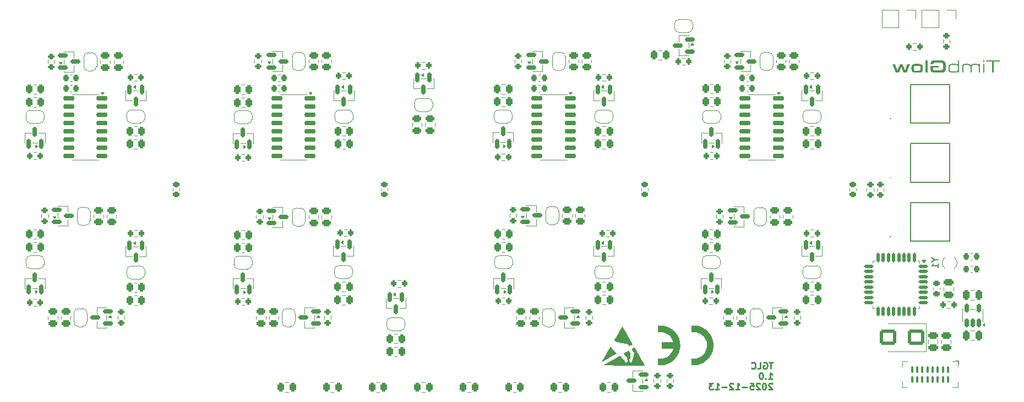
<source format=gbr>
%TF.GenerationSoftware,KiCad,Pcbnew,9.0.6-9.0.6~ubuntu24.04.1*%
%TF.CreationDate,2025-12-13T15:08:55+01:00*%
%TF.ProjectId,7_seg_led_tht_3mm,375f7365-675f-46c6-9564-5f7468745f33,1.0*%
%TF.SameCoordinates,Original*%
%TF.FileFunction,Legend,Bot*%
%TF.FilePolarity,Positive*%
%FSLAX46Y46*%
G04 Gerber Fmt 4.6, Leading zero omitted, Abs format (unit mm)*
G04 Created by KiCad (PCBNEW 9.0.6-9.0.6~ubuntu24.04.1) date 2025-12-13 15:08:55*
%MOMM*%
%LPD*%
G01*
G04 APERTURE LIST*
G04 Aperture macros list*
%AMRoundRect*
0 Rectangle with rounded corners*
0 $1 Rounding radius*
0 $2 $3 $4 $5 $6 $7 $8 $9 X,Y pos of 4 corners*
0 Add a 4 corners polygon primitive as box body*
4,1,4,$2,$3,$4,$5,$6,$7,$8,$9,$2,$3,0*
0 Add four circle primitives for the rounded corners*
1,1,$1+$1,$2,$3*
1,1,$1+$1,$4,$5*
1,1,$1+$1,$6,$7*
1,1,$1+$1,$8,$9*
0 Add four rect primitives between the rounded corners*
20,1,$1+$1,$2,$3,$4,$5,0*
20,1,$1+$1,$4,$5,$6,$7,0*
20,1,$1+$1,$6,$7,$8,$9,0*
20,1,$1+$1,$8,$9,$2,$3,0*%
%AMFreePoly0*
4,1,23,0.500000,-0.750000,0.000000,-0.750000,0.000000,-0.745722,-0.065263,-0.745722,-0.191342,-0.711940,-0.304381,-0.646677,-0.396677,-0.554381,-0.461940,-0.441342,-0.495722,-0.315263,-0.495722,-0.250000,-0.500000,-0.250000,-0.500000,0.250000,-0.495722,0.250000,-0.495722,0.315263,-0.461940,0.441342,-0.396677,0.554381,-0.304381,0.646677,-0.191342,0.711940,-0.065263,0.745722,0.000000,0.745722,
0.000000,0.750000,0.500000,0.750000,0.500000,-0.750000,0.500000,-0.750000,$1*%
%AMFreePoly1*
4,1,23,0.000000,0.745722,0.065263,0.745722,0.191342,0.711940,0.304381,0.646677,0.396677,0.554381,0.461940,0.441342,0.495722,0.315263,0.495722,0.250000,0.500000,0.250000,0.500000,-0.250000,0.495722,-0.250000,0.495722,-0.315263,0.461940,-0.441342,0.396677,-0.554381,0.304381,-0.646677,0.191342,-0.711940,0.065263,-0.745722,0.000000,-0.745722,0.000000,-0.750000,-0.500000,-0.750000,
-0.500000,0.750000,0.000000,0.750000,0.000000,0.745722,0.000000,0.745722,$1*%
G04 Aperture macros list end*
%ADD10C,0.250000*%
%ADD11C,0.150000*%
%ADD12C,0.010000*%
%ADD13C,0.120000*%
%ADD14C,0.000000*%
%ADD15C,0.100000*%
%ADD16C,0.200000*%
%ADD17R,1.700000X1.700000*%
%ADD18C,1.700000*%
%ADD19C,1.000000*%
%ADD20R,1.800000X1.800000*%
%ADD21C,1.800000*%
%ADD22R,1.350000X1.350000*%
%ADD23C,1.350000*%
%ADD24RoundRect,0.225000X-0.250000X0.225000X-0.250000X-0.225000X0.250000X-0.225000X0.250000X0.225000X0*%
%ADD25FreePoly0,270.000000*%
%ADD26FreePoly1,270.000000*%
%ADD27RoundRect,0.225000X0.225000X0.250000X-0.225000X0.250000X-0.225000X-0.250000X0.225000X-0.250000X0*%
%ADD28RoundRect,0.250000X0.262500X0.450000X-0.262500X0.450000X-0.262500X-0.450000X0.262500X-0.450000X0*%
%ADD29RoundRect,0.250000X1.000000X0.900000X-1.000000X0.900000X-1.000000X-0.900000X1.000000X-0.900000X0*%
%ADD30RoundRect,0.250000X-0.250000X-0.475000X0.250000X-0.475000X0.250000X0.475000X-0.250000X0.475000X0*%
%ADD31RoundRect,0.200000X-0.200000X-0.275000X0.200000X-0.275000X0.200000X0.275000X-0.200000X0.275000X0*%
%ADD32RoundRect,0.250000X-0.262500X-0.450000X0.262500X-0.450000X0.262500X0.450000X-0.262500X0.450000X0*%
%ADD33FreePoly0,90.000000*%
%ADD34FreePoly1,90.000000*%
%ADD35RoundRect,0.250000X-0.450000X0.262500X-0.450000X-0.262500X0.450000X-0.262500X0.450000X0.262500X0*%
%ADD36RoundRect,0.250000X0.450000X-0.262500X0.450000X0.262500X-0.450000X0.262500X-0.450000X-0.262500X0*%
%ADD37R,2.100000X1.400000*%
%ADD38FreePoly0,0.000000*%
%ADD39FreePoly1,0.000000*%
%ADD40C,0.660000*%
%ADD41O,1.000000X0.580000*%
%ADD42RoundRect,0.075000X0.075000X0.425000X-0.075000X0.425000X-0.075000X-0.425000X0.075000X-0.425000X0*%
%ADD43C,1.100000*%
%ADD44FreePoly0,180.000000*%
%ADD45FreePoly1,180.000000*%
%ADD46RoundRect,0.200000X0.275000X-0.200000X0.275000X0.200000X-0.275000X0.200000X-0.275000X-0.200000X0*%
%ADD47RoundRect,0.250000X-0.475000X0.250000X-0.475000X-0.250000X0.475000X-0.250000X0.475000X0.250000X0*%
%ADD48RoundRect,0.150000X0.150000X-0.587500X0.150000X0.587500X-0.150000X0.587500X-0.150000X-0.587500X0*%
%ADD49RoundRect,0.200000X0.200000X0.275000X-0.200000X0.275000X-0.200000X-0.275000X0.200000X-0.275000X0*%
%ADD50RoundRect,0.150000X0.725000X0.150000X-0.725000X0.150000X-0.725000X-0.150000X0.725000X-0.150000X0*%
%ADD51RoundRect,0.150000X0.587500X0.150000X-0.587500X0.150000X-0.587500X-0.150000X0.587500X-0.150000X0*%
%ADD52RoundRect,0.150000X-0.150000X0.587500X-0.150000X-0.587500X0.150000X-0.587500X0.150000X0.587500X0*%
%ADD53RoundRect,0.225000X-0.225000X-0.250000X0.225000X-0.250000X0.225000X0.250000X-0.225000X0.250000X0*%
%ADD54RoundRect,0.200000X-0.275000X0.200000X-0.275000X-0.200000X0.275000X-0.200000X0.275000X0.200000X0*%
%ADD55RoundRect,0.150000X0.150000X-0.512500X0.150000X0.512500X-0.150000X0.512500X-0.150000X-0.512500X0*%
%ADD56RoundRect,0.150000X-0.587500X-0.150000X0.587500X-0.150000X0.587500X0.150000X-0.587500X0.150000X0*%
%ADD57C,3.200000*%
%ADD58RoundRect,0.250000X0.250000X0.475000X-0.250000X0.475000X-0.250000X-0.475000X0.250000X-0.475000X0*%
%ADD59RoundRect,0.125000X0.625000X0.125000X-0.625000X0.125000X-0.625000X-0.125000X0.625000X-0.125000X0*%
%ADD60RoundRect,0.125000X0.125000X0.625000X-0.125000X0.625000X-0.125000X-0.625000X0.125000X-0.625000X0*%
G04 APERTURE END LIST*
D10*
X198740288Y-119644831D02*
X198168860Y-119644831D01*
X198454574Y-120644831D02*
X198454574Y-119644831D01*
X197311717Y-119692450D02*
X197406955Y-119644831D01*
X197406955Y-119644831D02*
X197549812Y-119644831D01*
X197549812Y-119644831D02*
X197692669Y-119692450D01*
X197692669Y-119692450D02*
X197787907Y-119787688D01*
X197787907Y-119787688D02*
X197835526Y-119882926D01*
X197835526Y-119882926D02*
X197883145Y-120073402D01*
X197883145Y-120073402D02*
X197883145Y-120216259D01*
X197883145Y-120216259D02*
X197835526Y-120406735D01*
X197835526Y-120406735D02*
X197787907Y-120501973D01*
X197787907Y-120501973D02*
X197692669Y-120597212D01*
X197692669Y-120597212D02*
X197549812Y-120644831D01*
X197549812Y-120644831D02*
X197454574Y-120644831D01*
X197454574Y-120644831D02*
X197311717Y-120597212D01*
X197311717Y-120597212D02*
X197264098Y-120549592D01*
X197264098Y-120549592D02*
X197264098Y-120216259D01*
X197264098Y-120216259D02*
X197454574Y-120216259D01*
X196359336Y-120644831D02*
X196835526Y-120644831D01*
X196835526Y-120644831D02*
X196835526Y-119644831D01*
X195454574Y-120549592D02*
X195502193Y-120597212D01*
X195502193Y-120597212D02*
X195645050Y-120644831D01*
X195645050Y-120644831D02*
X195740288Y-120644831D01*
X195740288Y-120644831D02*
X195883145Y-120597212D01*
X195883145Y-120597212D02*
X195978383Y-120501973D01*
X195978383Y-120501973D02*
X196026002Y-120406735D01*
X196026002Y-120406735D02*
X196073621Y-120216259D01*
X196073621Y-120216259D02*
X196073621Y-120073402D01*
X196073621Y-120073402D02*
X196026002Y-119882926D01*
X196026002Y-119882926D02*
X195978383Y-119787688D01*
X195978383Y-119787688D02*
X195883145Y-119692450D01*
X195883145Y-119692450D02*
X195740288Y-119644831D01*
X195740288Y-119644831D02*
X195645050Y-119644831D01*
X195645050Y-119644831D02*
X195502193Y-119692450D01*
X195502193Y-119692450D02*
X195454574Y-119740069D01*
X198073622Y-122254775D02*
X198645050Y-122254775D01*
X198359336Y-122254775D02*
X198359336Y-121254775D01*
X198359336Y-121254775D02*
X198454574Y-121397632D01*
X198454574Y-121397632D02*
X198549812Y-121492870D01*
X198549812Y-121492870D02*
X198645050Y-121540489D01*
X197645050Y-122159536D02*
X197597431Y-122207156D01*
X197597431Y-122207156D02*
X197645050Y-122254775D01*
X197645050Y-122254775D02*
X197692669Y-122207156D01*
X197692669Y-122207156D02*
X197645050Y-122159536D01*
X197645050Y-122159536D02*
X197645050Y-122254775D01*
X196978384Y-121254775D02*
X196883146Y-121254775D01*
X196883146Y-121254775D02*
X196787908Y-121302394D01*
X196787908Y-121302394D02*
X196740289Y-121350013D01*
X196740289Y-121350013D02*
X196692670Y-121445251D01*
X196692670Y-121445251D02*
X196645051Y-121635727D01*
X196645051Y-121635727D02*
X196645051Y-121873822D01*
X196645051Y-121873822D02*
X196692670Y-122064298D01*
X196692670Y-122064298D02*
X196740289Y-122159536D01*
X196740289Y-122159536D02*
X196787908Y-122207156D01*
X196787908Y-122207156D02*
X196883146Y-122254775D01*
X196883146Y-122254775D02*
X196978384Y-122254775D01*
X196978384Y-122254775D02*
X197073622Y-122207156D01*
X197073622Y-122207156D02*
X197121241Y-122159536D01*
X197121241Y-122159536D02*
X197168860Y-122064298D01*
X197168860Y-122064298D02*
X197216479Y-121873822D01*
X197216479Y-121873822D02*
X197216479Y-121635727D01*
X197216479Y-121635727D02*
X197168860Y-121445251D01*
X197168860Y-121445251D02*
X197121241Y-121350013D01*
X197121241Y-121350013D02*
X197073622Y-121302394D01*
X197073622Y-121302394D02*
X196978384Y-121254775D01*
X198645050Y-122959957D02*
X198597431Y-122912338D01*
X198597431Y-122912338D02*
X198502193Y-122864719D01*
X198502193Y-122864719D02*
X198264098Y-122864719D01*
X198264098Y-122864719D02*
X198168860Y-122912338D01*
X198168860Y-122912338D02*
X198121241Y-122959957D01*
X198121241Y-122959957D02*
X198073622Y-123055195D01*
X198073622Y-123055195D02*
X198073622Y-123150433D01*
X198073622Y-123150433D02*
X198121241Y-123293290D01*
X198121241Y-123293290D02*
X198692669Y-123864719D01*
X198692669Y-123864719D02*
X198073622Y-123864719D01*
X197454574Y-122864719D02*
X197359336Y-122864719D01*
X197359336Y-122864719D02*
X197264098Y-122912338D01*
X197264098Y-122912338D02*
X197216479Y-122959957D01*
X197216479Y-122959957D02*
X197168860Y-123055195D01*
X197168860Y-123055195D02*
X197121241Y-123245671D01*
X197121241Y-123245671D02*
X197121241Y-123483766D01*
X197121241Y-123483766D02*
X197168860Y-123674242D01*
X197168860Y-123674242D02*
X197216479Y-123769480D01*
X197216479Y-123769480D02*
X197264098Y-123817100D01*
X197264098Y-123817100D02*
X197359336Y-123864719D01*
X197359336Y-123864719D02*
X197454574Y-123864719D01*
X197454574Y-123864719D02*
X197549812Y-123817100D01*
X197549812Y-123817100D02*
X197597431Y-123769480D01*
X197597431Y-123769480D02*
X197645050Y-123674242D01*
X197645050Y-123674242D02*
X197692669Y-123483766D01*
X197692669Y-123483766D02*
X197692669Y-123245671D01*
X197692669Y-123245671D02*
X197645050Y-123055195D01*
X197645050Y-123055195D02*
X197597431Y-122959957D01*
X197597431Y-122959957D02*
X197549812Y-122912338D01*
X197549812Y-122912338D02*
X197454574Y-122864719D01*
X196740288Y-122959957D02*
X196692669Y-122912338D01*
X196692669Y-122912338D02*
X196597431Y-122864719D01*
X196597431Y-122864719D02*
X196359336Y-122864719D01*
X196359336Y-122864719D02*
X196264098Y-122912338D01*
X196264098Y-122912338D02*
X196216479Y-122959957D01*
X196216479Y-122959957D02*
X196168860Y-123055195D01*
X196168860Y-123055195D02*
X196168860Y-123150433D01*
X196168860Y-123150433D02*
X196216479Y-123293290D01*
X196216479Y-123293290D02*
X196787907Y-123864719D01*
X196787907Y-123864719D02*
X196168860Y-123864719D01*
X195264098Y-122864719D02*
X195740288Y-122864719D01*
X195740288Y-122864719D02*
X195787907Y-123340909D01*
X195787907Y-123340909D02*
X195740288Y-123293290D01*
X195740288Y-123293290D02*
X195645050Y-123245671D01*
X195645050Y-123245671D02*
X195406955Y-123245671D01*
X195406955Y-123245671D02*
X195311717Y-123293290D01*
X195311717Y-123293290D02*
X195264098Y-123340909D01*
X195264098Y-123340909D02*
X195216479Y-123436147D01*
X195216479Y-123436147D02*
X195216479Y-123674242D01*
X195216479Y-123674242D02*
X195264098Y-123769480D01*
X195264098Y-123769480D02*
X195311717Y-123817100D01*
X195311717Y-123817100D02*
X195406955Y-123864719D01*
X195406955Y-123864719D02*
X195645050Y-123864719D01*
X195645050Y-123864719D02*
X195740288Y-123817100D01*
X195740288Y-123817100D02*
X195787907Y-123769480D01*
X194787907Y-123483766D02*
X194026003Y-123483766D01*
X193026003Y-123864719D02*
X193597431Y-123864719D01*
X193311717Y-123864719D02*
X193311717Y-122864719D01*
X193311717Y-122864719D02*
X193406955Y-123007576D01*
X193406955Y-123007576D02*
X193502193Y-123102814D01*
X193502193Y-123102814D02*
X193597431Y-123150433D01*
X192645050Y-122959957D02*
X192597431Y-122912338D01*
X192597431Y-122912338D02*
X192502193Y-122864719D01*
X192502193Y-122864719D02*
X192264098Y-122864719D01*
X192264098Y-122864719D02*
X192168860Y-122912338D01*
X192168860Y-122912338D02*
X192121241Y-122959957D01*
X192121241Y-122959957D02*
X192073622Y-123055195D01*
X192073622Y-123055195D02*
X192073622Y-123150433D01*
X192073622Y-123150433D02*
X192121241Y-123293290D01*
X192121241Y-123293290D02*
X192692669Y-123864719D01*
X192692669Y-123864719D02*
X192073622Y-123864719D01*
X191645050Y-123483766D02*
X190883146Y-123483766D01*
X189883146Y-123864719D02*
X190454574Y-123864719D01*
X190168860Y-123864719D02*
X190168860Y-122864719D01*
X190168860Y-122864719D02*
X190264098Y-123007576D01*
X190264098Y-123007576D02*
X190359336Y-123102814D01*
X190359336Y-123102814D02*
X190454574Y-123150433D01*
X189549812Y-122864719D02*
X188930765Y-122864719D01*
X188930765Y-122864719D02*
X189264098Y-123245671D01*
X189264098Y-123245671D02*
X189121241Y-123245671D01*
X189121241Y-123245671D02*
X189026003Y-123293290D01*
X189026003Y-123293290D02*
X188978384Y-123340909D01*
X188978384Y-123340909D02*
X188930765Y-123436147D01*
X188930765Y-123436147D02*
X188930765Y-123674242D01*
X188930765Y-123674242D02*
X188978384Y-123769480D01*
X188978384Y-123769480D02*
X189026003Y-123817100D01*
X189026003Y-123817100D02*
X189121241Y-123864719D01*
X189121241Y-123864719D02*
X189406955Y-123864719D01*
X189406955Y-123864719D02*
X189502193Y-123817100D01*
X189502193Y-123817100D02*
X189549812Y-123769480D01*
D11*
X223678218Y-103841100D02*
X224154409Y-103841100D01*
X223154409Y-103507767D02*
X223678218Y-103841100D01*
X223678218Y-103841100D02*
X223154409Y-104174433D01*
X224154409Y-105031576D02*
X224154409Y-104460148D01*
X224154409Y-104745862D02*
X223154409Y-104745862D01*
X223154409Y-104745862D02*
X223297266Y-104650624D01*
X223297266Y-104650624D02*
X223392504Y-104555386D01*
X223392504Y-104555386D02*
X223440123Y-104460148D01*
D12*
%TO.C,REF\u002A\u002A*%
X173782840Y-117342295D02*
X173797027Y-117355964D01*
X173838396Y-117397651D01*
X173893111Y-117454404D01*
X173958514Y-117523329D01*
X174031947Y-117601531D01*
X174110750Y-117686114D01*
X174192264Y-117774185D01*
X174273831Y-117862848D01*
X174352792Y-117949208D01*
X174426487Y-118030371D01*
X174492258Y-118103442D01*
X174547445Y-118165526D01*
X174589390Y-118213727D01*
X174615435Y-118245152D01*
X174622919Y-118256906D01*
X174620350Y-118258204D01*
X174595789Y-118271910D01*
X174547208Y-118299545D01*
X174476656Y-118339930D01*
X174386177Y-118391887D01*
X174277819Y-118454237D01*
X174153628Y-118525803D01*
X174015649Y-118605407D01*
X173865930Y-118691870D01*
X173706517Y-118784015D01*
X173539455Y-118880664D01*
X173477012Y-118916799D01*
X173312887Y-119011738D01*
X173157362Y-119101646D01*
X173012458Y-119185356D01*
X172880199Y-119261703D01*
X172762608Y-119329521D01*
X172661706Y-119387643D01*
X172579517Y-119434903D01*
X172518063Y-119470135D01*
X172479368Y-119492174D01*
X172465453Y-119499852D01*
X172466079Y-119495763D01*
X172477497Y-119472262D01*
X172498497Y-119434718D01*
X172511380Y-119412496D01*
X172538776Y-119365105D01*
X172579091Y-119295309D01*
X172631013Y-119205376D01*
X172693235Y-119097574D01*
X172764447Y-118974172D01*
X172843339Y-118837438D01*
X172928602Y-118689641D01*
X173018928Y-118533049D01*
X173113006Y-118369932D01*
X173205125Y-118210255D01*
X173294684Y-118055119D01*
X173378897Y-117909344D01*
X173456501Y-117775115D01*
X173526229Y-117654617D01*
X173586818Y-117550034D01*
X173637002Y-117463551D01*
X173675516Y-117397353D01*
X173701096Y-117353625D01*
X173712476Y-117334551D01*
X173735824Y-117298133D01*
X173782840Y-117342295D01*
G36*
X173782840Y-117342295D02*
G01*
X173797027Y-117355964D01*
X173838396Y-117397651D01*
X173893111Y-117454404D01*
X173958514Y-117523329D01*
X174031947Y-117601531D01*
X174110750Y-117686114D01*
X174192264Y-117774185D01*
X174273831Y-117862848D01*
X174352792Y-117949208D01*
X174426487Y-118030371D01*
X174492258Y-118103442D01*
X174547445Y-118165526D01*
X174589390Y-118213727D01*
X174615435Y-118245152D01*
X174622919Y-118256906D01*
X174620350Y-118258204D01*
X174595789Y-118271910D01*
X174547208Y-118299545D01*
X174476656Y-118339930D01*
X174386177Y-118391887D01*
X174277819Y-118454237D01*
X174153628Y-118525803D01*
X174015649Y-118605407D01*
X173865930Y-118691870D01*
X173706517Y-118784015D01*
X173539455Y-118880664D01*
X173477012Y-118916799D01*
X173312887Y-119011738D01*
X173157362Y-119101646D01*
X173012458Y-119185356D01*
X172880199Y-119261703D01*
X172762608Y-119329521D01*
X172661706Y-119387643D01*
X172579517Y-119434903D01*
X172518063Y-119470135D01*
X172479368Y-119492174D01*
X172465453Y-119499852D01*
X172466079Y-119495763D01*
X172477497Y-119472262D01*
X172498497Y-119434718D01*
X172511380Y-119412496D01*
X172538776Y-119365105D01*
X172579091Y-119295309D01*
X172631013Y-119205376D01*
X172693235Y-119097574D01*
X172764447Y-118974172D01*
X172843339Y-118837438D01*
X172928602Y-118689641D01*
X173018928Y-118533049D01*
X173113006Y-118369932D01*
X173205125Y-118210255D01*
X173294684Y-118055119D01*
X173378897Y-117909344D01*
X173456501Y-117775115D01*
X173526229Y-117654617D01*
X173586818Y-117550034D01*
X173637002Y-117463551D01*
X173675516Y-117397353D01*
X173701096Y-117353625D01*
X173712476Y-117334551D01*
X173735824Y-117298133D01*
X173782840Y-117342295D01*
G37*
X175545564Y-114173107D02*
X175557097Y-114190443D01*
X175582504Y-114232094D01*
X175620511Y-114295843D01*
X175669841Y-114379477D01*
X175729217Y-114480781D01*
X175797363Y-114597541D01*
X175873004Y-114727540D01*
X175954863Y-114868565D01*
X176041664Y-115018400D01*
X176132130Y-115174832D01*
X176224986Y-115335645D01*
X176318955Y-115498625D01*
X176412761Y-115661556D01*
X176505128Y-115822224D01*
X176594780Y-115978414D01*
X176680440Y-116127912D01*
X176760832Y-116268503D01*
X176834681Y-116397972D01*
X176900709Y-116514104D01*
X176957641Y-116614684D01*
X177004201Y-116697499D01*
X177039112Y-116760332D01*
X177061098Y-116800969D01*
X177068883Y-116817196D01*
X177068891Y-116817320D01*
X177056337Y-116834348D01*
X177020262Y-116863211D01*
X176964421Y-116901179D01*
X176892565Y-116945519D01*
X176844377Y-116973884D01*
X176775036Y-117013328D01*
X176726738Y-117038186D01*
X176696246Y-117049856D01*
X176680324Y-117049738D01*
X176675736Y-117039229D01*
X176675386Y-117037515D01*
X176662272Y-117016614D01*
X176634004Y-116981071D01*
X176595790Y-116937515D01*
X176578159Y-116918807D01*
X176523486Y-116868444D01*
X176463026Y-116825397D01*
X176393186Y-116788405D01*
X176310374Y-116756205D01*
X176210996Y-116727534D01*
X176091459Y-116701130D01*
X175948170Y-116675732D01*
X175777535Y-116650077D01*
X175581138Y-116621159D01*
X175391278Y-116590105D01*
X175225264Y-116558976D01*
X175079386Y-116526874D01*
X174949931Y-116492901D01*
X174833187Y-116456158D01*
X174725444Y-116415749D01*
X174622989Y-116370775D01*
X174547692Y-116333686D01*
X174475769Y-116294657D01*
X174418890Y-116259814D01*
X174381503Y-116231897D01*
X174368053Y-116213646D01*
X174368450Y-116212302D01*
X174379284Y-116190794D01*
X174403849Y-116145754D01*
X174440689Y-116079704D01*
X174488351Y-115995165D01*
X174545380Y-115894659D01*
X174610322Y-115780708D01*
X174681723Y-115655833D01*
X174758128Y-115522556D01*
X174838083Y-115383399D01*
X174920134Y-115240883D01*
X175002826Y-115097530D01*
X175084705Y-114955862D01*
X175164317Y-114818400D01*
X175240208Y-114687666D01*
X175310923Y-114566182D01*
X175375008Y-114456470D01*
X175431008Y-114361050D01*
X175477470Y-114282446D01*
X175512939Y-114223177D01*
X175535961Y-114185767D01*
X175545081Y-114172737D01*
X175545564Y-114173107D01*
G36*
X175545564Y-114173107D02*
G01*
X175557097Y-114190443D01*
X175582504Y-114232094D01*
X175620511Y-114295843D01*
X175669841Y-114379477D01*
X175729217Y-114480781D01*
X175797363Y-114597541D01*
X175873004Y-114727540D01*
X175954863Y-114868565D01*
X176041664Y-115018400D01*
X176132130Y-115174832D01*
X176224986Y-115335645D01*
X176318955Y-115498625D01*
X176412761Y-115661556D01*
X176505128Y-115822224D01*
X176594780Y-115978414D01*
X176680440Y-116127912D01*
X176760832Y-116268503D01*
X176834681Y-116397972D01*
X176900709Y-116514104D01*
X176957641Y-116614684D01*
X177004201Y-116697499D01*
X177039112Y-116760332D01*
X177061098Y-116800969D01*
X177068883Y-116817196D01*
X177068891Y-116817320D01*
X177056337Y-116834348D01*
X177020262Y-116863211D01*
X176964421Y-116901179D01*
X176892565Y-116945519D01*
X176844377Y-116973884D01*
X176775036Y-117013328D01*
X176726738Y-117038186D01*
X176696246Y-117049856D01*
X176680324Y-117049738D01*
X176675736Y-117039229D01*
X176675386Y-117037515D01*
X176662272Y-117016614D01*
X176634004Y-116981071D01*
X176595790Y-116937515D01*
X176578159Y-116918807D01*
X176523486Y-116868444D01*
X176463026Y-116825397D01*
X176393186Y-116788405D01*
X176310374Y-116756205D01*
X176210996Y-116727534D01*
X176091459Y-116701130D01*
X175948170Y-116675732D01*
X175777535Y-116650077D01*
X175581138Y-116621159D01*
X175391278Y-116590105D01*
X175225264Y-116558976D01*
X175079386Y-116526874D01*
X174949931Y-116492901D01*
X174833187Y-116456158D01*
X174725444Y-116415749D01*
X174622989Y-116370775D01*
X174547692Y-116333686D01*
X174475769Y-116294657D01*
X174418890Y-116259814D01*
X174381503Y-116231897D01*
X174368053Y-116213646D01*
X174368450Y-116212302D01*
X174379284Y-116190794D01*
X174403849Y-116145754D01*
X174440689Y-116079704D01*
X174488351Y-115995165D01*
X174545380Y-115894659D01*
X174610322Y-115780708D01*
X174681723Y-115655833D01*
X174758128Y-115522556D01*
X174838083Y-115383399D01*
X174920134Y-115240883D01*
X175002826Y-115097530D01*
X175084705Y-114955862D01*
X175164317Y-114818400D01*
X175240208Y-114687666D01*
X175310923Y-114566182D01*
X175375008Y-114456470D01*
X175431008Y-114361050D01*
X175477470Y-114282446D01*
X175512939Y-114223177D01*
X175535961Y-114185767D01*
X175545081Y-114172737D01*
X175545564Y-114173107D01*
G37*
X177410051Y-117395972D02*
X177415806Y-117404557D01*
X177436369Y-117438278D01*
X177470183Y-117495132D01*
X177515954Y-117572900D01*
X177572387Y-117669364D01*
X177638188Y-117782303D01*
X177712062Y-117909500D01*
X177792715Y-118048735D01*
X177878852Y-118197789D01*
X177969179Y-118354444D01*
X177993951Y-118397453D01*
X178091904Y-118567507D01*
X178190513Y-118738686D01*
X178287764Y-118907494D01*
X178381642Y-119070435D01*
X178470135Y-119224014D01*
X178551226Y-119364733D01*
X178622902Y-119489098D01*
X178683148Y-119593612D01*
X178729951Y-119674779D01*
X178951034Y-120058103D01*
X175851080Y-120058103D01*
X175722925Y-120058091D01*
X175417504Y-120057974D01*
X175121436Y-120057734D01*
X174836163Y-120057376D01*
X174563127Y-120056908D01*
X174303769Y-120056335D01*
X174059531Y-120055664D01*
X173831853Y-120054900D01*
X173622178Y-120054051D01*
X173431947Y-120053121D01*
X173262601Y-120052118D01*
X173115582Y-120051047D01*
X172992331Y-120049915D01*
X172894290Y-120048728D01*
X172822900Y-120047491D01*
X172779602Y-120046212D01*
X172765839Y-120044895D01*
X172776058Y-120038236D01*
X172811315Y-120017015D01*
X172869225Y-119982852D01*
X172947434Y-119937103D01*
X173043587Y-119881122D01*
X173155327Y-119816265D01*
X173280300Y-119743886D01*
X173416150Y-119665341D01*
X173560522Y-119581986D01*
X173711060Y-119495175D01*
X173865409Y-119406264D01*
X174021214Y-119316608D01*
X174176120Y-119227561D01*
X174327770Y-119140480D01*
X174473810Y-119056720D01*
X174611885Y-118977635D01*
X174739638Y-118904581D01*
X174854715Y-118838913D01*
X174954760Y-118781986D01*
X175037418Y-118735156D01*
X175100333Y-118699778D01*
X175141151Y-118677206D01*
X175157515Y-118668796D01*
X175168193Y-118670881D01*
X175200362Y-118689840D01*
X175246225Y-118724964D01*
X175300744Y-118772601D01*
X175349849Y-118820288D01*
X175412393Y-118885248D01*
X175482372Y-118961087D01*
X175556200Y-119043630D01*
X175630289Y-119128700D01*
X175701052Y-119212122D01*
X175764902Y-119289721D01*
X175818251Y-119357321D01*
X175857513Y-119410746D01*
X175879099Y-119445821D01*
X175893510Y-119471437D01*
X175932647Y-119524448D01*
X175982962Y-119580844D01*
X176037280Y-119633394D01*
X176088428Y-119674862D01*
X176129231Y-119698018D01*
X176174296Y-119703370D01*
X176234430Y-119688577D01*
X176291583Y-119654658D01*
X176335937Y-119605985D01*
X176343617Y-119593357D01*
X176353396Y-119572675D01*
X176359769Y-119547786D01*
X176363146Y-119513341D01*
X176363935Y-119463994D01*
X176362545Y-119394396D01*
X176359385Y-119299200D01*
X176357120Y-119244134D01*
X176352308Y-119157049D01*
X176346629Y-119080831D01*
X176340612Y-119022181D01*
X176334787Y-118987798D01*
X176320683Y-118948520D01*
X176278870Y-118871172D01*
X176213899Y-118779523D01*
X176124974Y-118672499D01*
X176011304Y-118549022D01*
X175961976Y-118496998D01*
X175904942Y-118435628D01*
X175857868Y-118383597D01*
X175824628Y-118345198D01*
X175809093Y-118324728D01*
X175807496Y-118321478D01*
X175805581Y-118307485D01*
X175815149Y-118291971D01*
X175840119Y-118271591D01*
X175884410Y-118243003D01*
X175951942Y-118202864D01*
X176009351Y-118169354D01*
X176114996Y-118108055D01*
X176198175Y-118060441D01*
X176261682Y-118024965D01*
X176308310Y-118000081D01*
X176340854Y-117984245D01*
X176362108Y-117975909D01*
X176384101Y-117966660D01*
X176396955Y-117954239D01*
X176398158Y-117951310D01*
X176416965Y-117935016D01*
X176451339Y-117914030D01*
X176505723Y-117884742D01*
X176545878Y-117922124D01*
X176560061Y-117937268D01*
X176593059Y-117978425D01*
X176633350Y-118033377D01*
X176675186Y-118094463D01*
X176764340Y-118229421D01*
X176760841Y-118579294D01*
X176757343Y-118929167D01*
X176706397Y-118978665D01*
X176689278Y-118996311D01*
X176634380Y-119075592D01*
X176602334Y-119169867D01*
X176591416Y-119283712D01*
X176594127Y-119344711D01*
X176613265Y-119452310D01*
X176648145Y-119550515D01*
X176695746Y-119629314D01*
X176728799Y-119658046D01*
X176787553Y-119679869D01*
X176854065Y-119682386D01*
X176919820Y-119666760D01*
X176976305Y-119634152D01*
X177015007Y-119585725D01*
X177016274Y-119583100D01*
X177039667Y-119535157D01*
X177064443Y-119485054D01*
X177085476Y-119438019D01*
X177115648Y-119358742D01*
X177148936Y-119261004D01*
X177184183Y-119149160D01*
X177220233Y-119027566D01*
X177255929Y-118900577D01*
X177290114Y-118772548D01*
X177321631Y-118647834D01*
X177349324Y-118530791D01*
X177372036Y-118425775D01*
X177388610Y-118337141D01*
X177397889Y-118269244D01*
X177398718Y-118226439D01*
X177396851Y-118216714D01*
X177378662Y-118167488D01*
X177344911Y-118101631D01*
X177298559Y-118025097D01*
X177280768Y-117997517D01*
X177209286Y-117885054D01*
X177148524Y-117786704D01*
X177099821Y-117704764D01*
X177064518Y-117641537D01*
X177043956Y-117599322D01*
X177039473Y-117580419D01*
X177039992Y-117579752D01*
X177058549Y-117566137D01*
X177098206Y-117541251D01*
X177153530Y-117508408D01*
X177219088Y-117470920D01*
X177224630Y-117467808D01*
X177295811Y-117428644D01*
X177345385Y-117403668D01*
X177377910Y-117391090D01*
X177397946Y-117389121D01*
X177410051Y-117395972D01*
G36*
X177410051Y-117395972D02*
G01*
X177415806Y-117404557D01*
X177436369Y-117438278D01*
X177470183Y-117495132D01*
X177515954Y-117572900D01*
X177572387Y-117669364D01*
X177638188Y-117782303D01*
X177712062Y-117909500D01*
X177792715Y-118048735D01*
X177878852Y-118197789D01*
X177969179Y-118354444D01*
X177993951Y-118397453D01*
X178091904Y-118567507D01*
X178190513Y-118738686D01*
X178287764Y-118907494D01*
X178381642Y-119070435D01*
X178470135Y-119224014D01*
X178551226Y-119364733D01*
X178622902Y-119489098D01*
X178683148Y-119593612D01*
X178729951Y-119674779D01*
X178951034Y-120058103D01*
X175851080Y-120058103D01*
X175722925Y-120058091D01*
X175417504Y-120057974D01*
X175121436Y-120057734D01*
X174836163Y-120057376D01*
X174563127Y-120056908D01*
X174303769Y-120056335D01*
X174059531Y-120055664D01*
X173831853Y-120054900D01*
X173622178Y-120054051D01*
X173431947Y-120053121D01*
X173262601Y-120052118D01*
X173115582Y-120051047D01*
X172992331Y-120049915D01*
X172894290Y-120048728D01*
X172822900Y-120047491D01*
X172779602Y-120046212D01*
X172765839Y-120044895D01*
X172776058Y-120038236D01*
X172811315Y-120017015D01*
X172869225Y-119982852D01*
X172947434Y-119937103D01*
X173043587Y-119881122D01*
X173155327Y-119816265D01*
X173280300Y-119743886D01*
X173416150Y-119665341D01*
X173560522Y-119581986D01*
X173711060Y-119495175D01*
X173865409Y-119406264D01*
X174021214Y-119316608D01*
X174176120Y-119227561D01*
X174327770Y-119140480D01*
X174473810Y-119056720D01*
X174611885Y-118977635D01*
X174739638Y-118904581D01*
X174854715Y-118838913D01*
X174954760Y-118781986D01*
X175037418Y-118735156D01*
X175100333Y-118699778D01*
X175141151Y-118677206D01*
X175157515Y-118668796D01*
X175168193Y-118670881D01*
X175200362Y-118689840D01*
X175246225Y-118724964D01*
X175300744Y-118772601D01*
X175349849Y-118820288D01*
X175412393Y-118885248D01*
X175482372Y-118961087D01*
X175556200Y-119043630D01*
X175630289Y-119128700D01*
X175701052Y-119212122D01*
X175764902Y-119289721D01*
X175818251Y-119357321D01*
X175857513Y-119410746D01*
X175879099Y-119445821D01*
X175893510Y-119471437D01*
X175932647Y-119524448D01*
X175982962Y-119580844D01*
X176037280Y-119633394D01*
X176088428Y-119674862D01*
X176129231Y-119698018D01*
X176174296Y-119703370D01*
X176234430Y-119688577D01*
X176291583Y-119654658D01*
X176335937Y-119605985D01*
X176343617Y-119593357D01*
X176353396Y-119572675D01*
X176359769Y-119547786D01*
X176363146Y-119513341D01*
X176363935Y-119463994D01*
X176362545Y-119394396D01*
X176359385Y-119299200D01*
X176357120Y-119244134D01*
X176352308Y-119157049D01*
X176346629Y-119080831D01*
X176340612Y-119022181D01*
X176334787Y-118987798D01*
X176320683Y-118948520D01*
X176278870Y-118871172D01*
X176213899Y-118779523D01*
X176124974Y-118672499D01*
X176011304Y-118549022D01*
X175961976Y-118496998D01*
X175904942Y-118435628D01*
X175857868Y-118383597D01*
X175824628Y-118345198D01*
X175809093Y-118324728D01*
X175807496Y-118321478D01*
X175805581Y-118307485D01*
X175815149Y-118291971D01*
X175840119Y-118271591D01*
X175884410Y-118243003D01*
X175951942Y-118202864D01*
X176009351Y-118169354D01*
X176114996Y-118108055D01*
X176198175Y-118060441D01*
X176261682Y-118024965D01*
X176308310Y-118000081D01*
X176340854Y-117984245D01*
X176362108Y-117975909D01*
X176384101Y-117966660D01*
X176396955Y-117954239D01*
X176398158Y-117951310D01*
X176416965Y-117935016D01*
X176451339Y-117914030D01*
X176505723Y-117884742D01*
X176545878Y-117922124D01*
X176560061Y-117937268D01*
X176593059Y-117978425D01*
X176633350Y-118033377D01*
X176675186Y-118094463D01*
X176764340Y-118229421D01*
X176760841Y-118579294D01*
X176757343Y-118929167D01*
X176706397Y-118978665D01*
X176689278Y-118996311D01*
X176634380Y-119075592D01*
X176602334Y-119169867D01*
X176591416Y-119283712D01*
X176594127Y-119344711D01*
X176613265Y-119452310D01*
X176648145Y-119550515D01*
X176695746Y-119629314D01*
X176728799Y-119658046D01*
X176787553Y-119679869D01*
X176854065Y-119682386D01*
X176919820Y-119666760D01*
X176976305Y-119634152D01*
X177015007Y-119585725D01*
X177016274Y-119583100D01*
X177039667Y-119535157D01*
X177064443Y-119485054D01*
X177085476Y-119438019D01*
X177115648Y-119358742D01*
X177148936Y-119261004D01*
X177184183Y-119149160D01*
X177220233Y-119027566D01*
X177255929Y-118900577D01*
X177290114Y-118772548D01*
X177321631Y-118647834D01*
X177349324Y-118530791D01*
X177372036Y-118425775D01*
X177388610Y-118337141D01*
X177397889Y-118269244D01*
X177398718Y-118226439D01*
X177396851Y-118216714D01*
X177378662Y-118167488D01*
X177344911Y-118101631D01*
X177298559Y-118025097D01*
X177280768Y-117997517D01*
X177209286Y-117885054D01*
X177148524Y-117786704D01*
X177099821Y-117704764D01*
X177064518Y-117641537D01*
X177043956Y-117599322D01*
X177039473Y-117580419D01*
X177039992Y-117579752D01*
X177058549Y-117566137D01*
X177098206Y-117541251D01*
X177153530Y-117508408D01*
X177219088Y-117470920D01*
X177224630Y-117467808D01*
X177295811Y-117428644D01*
X177345385Y-117403668D01*
X177377910Y-117391090D01*
X177397946Y-117389121D01*
X177410051Y-117395972D01*
G37*
X186523768Y-113984544D02*
X186612454Y-113986345D01*
X186699423Y-113989144D01*
X186779786Y-113992862D01*
X186848650Y-113997422D01*
X186901124Y-114002745D01*
X187091925Y-114034173D01*
X187365627Y-114101085D01*
X187629791Y-114191903D01*
X187883051Y-114305829D01*
X188124045Y-114442065D01*
X188351406Y-114599814D01*
X188563771Y-114778276D01*
X188759774Y-114976655D01*
X188938052Y-115194150D01*
X189016876Y-115304949D01*
X189164358Y-115545569D01*
X189288085Y-115797646D01*
X189387799Y-116060546D01*
X189463245Y-116333638D01*
X189514166Y-116616286D01*
X189517967Y-116648404D01*
X189525338Y-116741946D01*
X189530070Y-116851786D01*
X189532165Y-116970819D01*
X189531622Y-117091941D01*
X189528441Y-117208050D01*
X189522622Y-117312039D01*
X189514166Y-117396807D01*
X189500949Y-117485641D01*
X189442812Y-117762315D01*
X189360962Y-118029002D01*
X189256389Y-118284505D01*
X189130083Y-118527630D01*
X188983034Y-118757179D01*
X188816231Y-118971958D01*
X188630664Y-119170770D01*
X188427324Y-119352419D01*
X188207199Y-119515709D01*
X187971281Y-119659445D01*
X187720557Y-119782430D01*
X187456020Y-119883468D01*
X187374938Y-119908599D01*
X187247342Y-119943015D01*
X187114876Y-119973638D01*
X186987275Y-119998273D01*
X186874275Y-120014721D01*
X186873766Y-120014779D01*
X186828421Y-120018463D01*
X186765913Y-120021595D01*
X186691087Y-120024129D01*
X186608787Y-120026015D01*
X186523858Y-120027206D01*
X186441146Y-120027655D01*
X186365494Y-120027314D01*
X186301748Y-120026135D01*
X186254753Y-120024070D01*
X186229353Y-120021073D01*
X186199587Y-120013096D01*
X186199587Y-119096118D01*
X186474093Y-119096436D01*
X186529237Y-119096284D01*
X186654746Y-119093612D01*
X186762898Y-119086948D01*
X186860134Y-119075395D01*
X186952897Y-119058061D01*
X187047627Y-119034050D01*
X187150767Y-119002467D01*
X187334256Y-118933268D01*
X187542311Y-118829863D01*
X187735849Y-118705651D01*
X187913583Y-118562100D01*
X188074223Y-118400680D01*
X188216482Y-118222860D01*
X188339073Y-118030109D01*
X188440705Y-117823897D01*
X188520093Y-117605691D01*
X188575947Y-117376963D01*
X188577185Y-117370165D01*
X188589153Y-117280503D01*
X188597120Y-117173769D01*
X188601078Y-117057166D01*
X188601019Y-116937897D01*
X188596938Y-116823166D01*
X188588827Y-116720176D01*
X188576678Y-116636129D01*
X188556519Y-116543561D01*
X188488460Y-116314125D01*
X188397238Y-116096326D01*
X188283531Y-115891452D01*
X188148019Y-115700793D01*
X187991382Y-115525637D01*
X187932103Y-115468340D01*
X187779706Y-115339258D01*
X187617066Y-115227909D01*
X187436515Y-115128811D01*
X187360807Y-115092843D01*
X187178172Y-115018771D01*
X186997584Y-114965007D01*
X186813145Y-114930314D01*
X186618957Y-114913455D01*
X186409123Y-114913191D01*
X186199587Y-114920462D01*
X186199587Y-113999997D01*
X186229353Y-113992020D01*
X186249701Y-113988877D01*
X186296334Y-113985907D01*
X186360817Y-113984247D01*
X186438259Y-113983819D01*
X186523768Y-113984544D01*
G36*
X186523768Y-113984544D02*
G01*
X186612454Y-113986345D01*
X186699423Y-113989144D01*
X186779786Y-113992862D01*
X186848650Y-113997422D01*
X186901124Y-114002745D01*
X187091925Y-114034173D01*
X187365627Y-114101085D01*
X187629791Y-114191903D01*
X187883051Y-114305829D01*
X188124045Y-114442065D01*
X188351406Y-114599814D01*
X188563771Y-114778276D01*
X188759774Y-114976655D01*
X188938052Y-115194150D01*
X189016876Y-115304949D01*
X189164358Y-115545569D01*
X189288085Y-115797646D01*
X189387799Y-116060546D01*
X189463245Y-116333638D01*
X189514166Y-116616286D01*
X189517967Y-116648404D01*
X189525338Y-116741946D01*
X189530070Y-116851786D01*
X189532165Y-116970819D01*
X189531622Y-117091941D01*
X189528441Y-117208050D01*
X189522622Y-117312039D01*
X189514166Y-117396807D01*
X189500949Y-117485641D01*
X189442812Y-117762315D01*
X189360962Y-118029002D01*
X189256389Y-118284505D01*
X189130083Y-118527630D01*
X188983034Y-118757179D01*
X188816231Y-118971958D01*
X188630664Y-119170770D01*
X188427324Y-119352419D01*
X188207199Y-119515709D01*
X187971281Y-119659445D01*
X187720557Y-119782430D01*
X187456020Y-119883468D01*
X187374938Y-119908599D01*
X187247342Y-119943015D01*
X187114876Y-119973638D01*
X186987275Y-119998273D01*
X186874275Y-120014721D01*
X186873766Y-120014779D01*
X186828421Y-120018463D01*
X186765913Y-120021595D01*
X186691087Y-120024129D01*
X186608787Y-120026015D01*
X186523858Y-120027206D01*
X186441146Y-120027655D01*
X186365494Y-120027314D01*
X186301748Y-120026135D01*
X186254753Y-120024070D01*
X186229353Y-120021073D01*
X186199587Y-120013096D01*
X186199587Y-119096118D01*
X186474093Y-119096436D01*
X186529237Y-119096284D01*
X186654746Y-119093612D01*
X186762898Y-119086948D01*
X186860134Y-119075395D01*
X186952897Y-119058061D01*
X187047627Y-119034050D01*
X187150767Y-119002467D01*
X187334256Y-118933268D01*
X187542311Y-118829863D01*
X187735849Y-118705651D01*
X187913583Y-118562100D01*
X188074223Y-118400680D01*
X188216482Y-118222860D01*
X188339073Y-118030109D01*
X188440705Y-117823897D01*
X188520093Y-117605691D01*
X188575947Y-117376963D01*
X188577185Y-117370165D01*
X188589153Y-117280503D01*
X188597120Y-117173769D01*
X188601078Y-117057166D01*
X188601019Y-116937897D01*
X188596938Y-116823166D01*
X188588827Y-116720176D01*
X188576678Y-116636129D01*
X188556519Y-116543561D01*
X188488460Y-116314125D01*
X188397238Y-116096326D01*
X188283531Y-115891452D01*
X188148019Y-115700793D01*
X187991382Y-115525637D01*
X187932103Y-115468340D01*
X187779706Y-115339258D01*
X187617066Y-115227909D01*
X187436515Y-115128811D01*
X187360807Y-115092843D01*
X187178172Y-115018771D01*
X186997584Y-114965007D01*
X186813145Y-114930314D01*
X186618957Y-114913455D01*
X186409123Y-114913191D01*
X186199587Y-114920462D01*
X186199587Y-113999997D01*
X186229353Y-113992020D01*
X186249701Y-113988877D01*
X186296334Y-113985907D01*
X186360817Y-113984247D01*
X186438259Y-113983819D01*
X186523768Y-113984544D01*
G37*
X181347791Y-113983940D02*
X181459317Y-113984900D01*
X181592619Y-113989288D01*
X181712484Y-113997913D01*
X181826304Y-114011524D01*
X181941474Y-114030870D01*
X182065385Y-114056701D01*
X182165695Y-114081199D01*
X182422404Y-114162254D01*
X182672495Y-114267449D01*
X182913519Y-114395257D01*
X183143031Y-114544146D01*
X183358582Y-114712588D01*
X183557724Y-114899053D01*
X183738011Y-115102011D01*
X183741431Y-115106257D01*
X183902928Y-115328109D01*
X184043883Y-115565809D01*
X184163613Y-115817741D01*
X184261435Y-116082286D01*
X184336665Y-116357826D01*
X184388621Y-116642744D01*
X184394666Y-116700684D01*
X184399838Y-116787230D01*
X184402985Y-116887857D01*
X184404109Y-116995941D01*
X184403212Y-117104855D01*
X184400296Y-117207978D01*
X184395363Y-117298683D01*
X184388414Y-117370348D01*
X184385869Y-117389087D01*
X184334592Y-117667024D01*
X184259293Y-117938464D01*
X184160979Y-118201021D01*
X184040656Y-118452310D01*
X183899331Y-118689944D01*
X183738011Y-118911539D01*
X183701464Y-118955791D01*
X183567654Y-119101914D01*
X183416577Y-119246363D01*
X183254790Y-119383477D01*
X183088848Y-119507599D01*
X182925307Y-119613067D01*
X182869505Y-119645000D01*
X182656319Y-119752397D01*
X182430579Y-119845216D01*
X182198618Y-119921308D01*
X181966767Y-119978526D01*
X181741358Y-120014721D01*
X181734293Y-120015458D01*
X181685825Y-120018913D01*
X181617846Y-120022058D01*
X181536113Y-120024698D01*
X181446380Y-120026641D01*
X181354405Y-120027694D01*
X181066671Y-120029411D01*
X181066671Y-119096708D01*
X181354405Y-119096731D01*
X181425145Y-119096596D01*
X181510836Y-119095701D01*
X181579123Y-119093634D01*
X181635395Y-119090010D01*
X181685046Y-119084445D01*
X181733466Y-119076554D01*
X181786048Y-119065953D01*
X181791749Y-119064726D01*
X182025266Y-119001138D01*
X182246313Y-118914556D01*
X182453895Y-118805651D01*
X182647014Y-118675095D01*
X182824671Y-118523562D01*
X182985870Y-118351723D01*
X183129612Y-118160251D01*
X183139068Y-118145899D01*
X183195444Y-118051501D01*
X183251722Y-117943824D01*
X183304819Y-117829810D01*
X183351652Y-117716401D01*
X183389140Y-117610543D01*
X183414200Y-117519176D01*
X183423565Y-117476182D01*
X181661983Y-117476182D01*
X181661983Y-116536911D01*
X183423565Y-116536911D01*
X183414200Y-116493916D01*
X183408106Y-116468320D01*
X183380629Y-116377420D01*
X183342322Y-116273634D01*
X183296168Y-116163798D01*
X183245149Y-116054752D01*
X183192248Y-115953334D01*
X183140450Y-115866381D01*
X183115811Y-115829311D01*
X182975551Y-115646362D01*
X182815955Y-115480350D01*
X182638784Y-115332476D01*
X182445803Y-115203941D01*
X182238772Y-115095944D01*
X182019455Y-115009686D01*
X181789615Y-114946368D01*
X181755715Y-114939240D01*
X181709016Y-114930940D01*
X181661528Y-114924928D01*
X181608116Y-114920846D01*
X181543649Y-114918340D01*
X181462994Y-114917052D01*
X181361019Y-114916627D01*
X181066669Y-114916338D01*
X181066671Y-113983682D01*
X181347791Y-113983940D01*
G36*
X181347791Y-113983940D02*
G01*
X181459317Y-113984900D01*
X181592619Y-113989288D01*
X181712484Y-113997913D01*
X181826304Y-114011524D01*
X181941474Y-114030870D01*
X182065385Y-114056701D01*
X182165695Y-114081199D01*
X182422404Y-114162254D01*
X182672495Y-114267449D01*
X182913519Y-114395257D01*
X183143031Y-114544146D01*
X183358582Y-114712588D01*
X183557724Y-114899053D01*
X183738011Y-115102011D01*
X183741431Y-115106257D01*
X183902928Y-115328109D01*
X184043883Y-115565809D01*
X184163613Y-115817741D01*
X184261435Y-116082286D01*
X184336665Y-116357826D01*
X184388621Y-116642744D01*
X184394666Y-116700684D01*
X184399838Y-116787230D01*
X184402985Y-116887857D01*
X184404109Y-116995941D01*
X184403212Y-117104855D01*
X184400296Y-117207978D01*
X184395363Y-117298683D01*
X184388414Y-117370348D01*
X184385869Y-117389087D01*
X184334592Y-117667024D01*
X184259293Y-117938464D01*
X184160979Y-118201021D01*
X184040656Y-118452310D01*
X183899331Y-118689944D01*
X183738011Y-118911539D01*
X183701464Y-118955791D01*
X183567654Y-119101914D01*
X183416577Y-119246363D01*
X183254790Y-119383477D01*
X183088848Y-119507599D01*
X182925307Y-119613067D01*
X182869505Y-119645000D01*
X182656319Y-119752397D01*
X182430579Y-119845216D01*
X182198618Y-119921308D01*
X181966767Y-119978526D01*
X181741358Y-120014721D01*
X181734293Y-120015458D01*
X181685825Y-120018913D01*
X181617846Y-120022058D01*
X181536113Y-120024698D01*
X181446380Y-120026641D01*
X181354405Y-120027694D01*
X181066671Y-120029411D01*
X181066671Y-119096708D01*
X181354405Y-119096731D01*
X181425145Y-119096596D01*
X181510836Y-119095701D01*
X181579123Y-119093634D01*
X181635395Y-119090010D01*
X181685046Y-119084445D01*
X181733466Y-119076554D01*
X181786048Y-119065953D01*
X181791749Y-119064726D01*
X182025266Y-119001138D01*
X182246313Y-118914556D01*
X182453895Y-118805651D01*
X182647014Y-118675095D01*
X182824671Y-118523562D01*
X182985870Y-118351723D01*
X183129612Y-118160251D01*
X183139068Y-118145899D01*
X183195444Y-118051501D01*
X183251722Y-117943824D01*
X183304819Y-117829810D01*
X183351652Y-117716401D01*
X183389140Y-117610543D01*
X183414200Y-117519176D01*
X183423565Y-117476182D01*
X181661983Y-117476182D01*
X181661983Y-116536911D01*
X183423565Y-116536911D01*
X183414200Y-116493916D01*
X183408106Y-116468320D01*
X183380629Y-116377420D01*
X183342322Y-116273634D01*
X183296168Y-116163798D01*
X183245149Y-116054752D01*
X183192248Y-115953334D01*
X183140450Y-115866381D01*
X183115811Y-115829311D01*
X182975551Y-115646362D01*
X182815955Y-115480350D01*
X182638784Y-115332476D01*
X182445803Y-115203941D01*
X182238772Y-115095944D01*
X182019455Y-115009686D01*
X181789615Y-114946368D01*
X181755715Y-114939240D01*
X181709016Y-114930940D01*
X181661528Y-114924928D01*
X181608116Y-114920846D01*
X181543649Y-114918340D01*
X181462994Y-114917052D01*
X181361019Y-114916627D01*
X181066669Y-114916338D01*
X181066671Y-113983682D01*
X181347791Y-113983940D01*
G37*
D13*
%TO.C,Y1*%
X225175590Y-105172291D02*
G75*
G02*
X225175590Y-103462291I753924J855000D01*
G01*
X226683590Y-103462291D02*
G75*
G02*
X226683590Y-105172291I-753924J-855000D01*
G01*
%TO.C,C19*%
X178490000Y-92859420D02*
X178490000Y-93140580D01*
X179510000Y-92859420D02*
X179510000Y-93140580D01*
D14*
%TO.C,G\u002A\u002A\u002A*%
G36*
X222562105Y-74030891D02*
G01*
X222562105Y-74957708D01*
X222379719Y-74957708D01*
X222197334Y-74957708D01*
X222197334Y-74030891D01*
X222197334Y-73104074D01*
X222379719Y-73104074D01*
X222562105Y-73104074D01*
X222562105Y-74030891D01*
G37*
G36*
X231249620Y-73219461D02*
G01*
X231249620Y-73342292D01*
X231152844Y-73342292D01*
X231056067Y-73342292D01*
X231056067Y-73219461D01*
X231056067Y-73096629D01*
X231152844Y-73096629D01*
X231249620Y-73096629D01*
X231249620Y-73219461D01*
G37*
G36*
X231249620Y-74302608D02*
G01*
X231249620Y-74957708D01*
X231152844Y-74957708D01*
X231056067Y-74957708D01*
X231056067Y-74302608D01*
X231056067Y-73647509D01*
X231152844Y-73647509D01*
X231249620Y-73647509D01*
X231249620Y-74302608D01*
G37*
G36*
X233639244Y-73204572D02*
G01*
X233639244Y-73297626D01*
X233170253Y-73297626D01*
X232701261Y-73297626D01*
X232701261Y-74127667D01*
X232701261Y-74957708D01*
X232589596Y-74957708D01*
X232477931Y-74957708D01*
X232477931Y-74127667D01*
X232477931Y-73297626D01*
X232008940Y-73297626D01*
X231539948Y-73297626D01*
X231539948Y-73204572D01*
X231539948Y-73111518D01*
X232589596Y-73111518D01*
X233639244Y-73111518D01*
X233639244Y-73204572D01*
G37*
G36*
X219826021Y-73690192D02*
G01*
X219822244Y-73699441D01*
X219813156Y-73721939D01*
X219799327Y-73756283D01*
X219781177Y-73801429D01*
X219759123Y-73856335D01*
X219733584Y-73919960D01*
X219704978Y-73991261D01*
X219673724Y-74069197D01*
X219640239Y-74152724D01*
X219604942Y-74240801D01*
X219568252Y-74332386D01*
X219533896Y-74418127D01*
X219498896Y-74505418D01*
X219465828Y-74587830D01*
X219435091Y-74664369D01*
X219407086Y-74734041D01*
X219382213Y-74795853D01*
X219360871Y-74848811D01*
X219343461Y-74891920D01*
X219330382Y-74924187D01*
X219322034Y-74944619D01*
X219318818Y-74952222D01*
X219313852Y-74953233D01*
X219295540Y-74954354D01*
X219265422Y-74955241D01*
X219225236Y-74955869D01*
X219176721Y-74956212D01*
X219121614Y-74956245D01*
X219061652Y-74955944D01*
X218807919Y-74953986D01*
X218643409Y-74498167D01*
X218629624Y-74459989D01*
X218598455Y-74373823D01*
X218571770Y-74300382D01*
X218549202Y-74238737D01*
X218530384Y-74187960D01*
X218514950Y-74147121D01*
X218502531Y-74115293D01*
X218492761Y-74091546D01*
X218485272Y-74074951D01*
X218479698Y-74064580D01*
X218475671Y-74059505D01*
X218472825Y-74058796D01*
X218470791Y-74061525D01*
X218470538Y-74062146D01*
X218466003Y-74074278D01*
X218457008Y-74099008D01*
X218444005Y-74135079D01*
X218427442Y-74181231D01*
X218407772Y-74236206D01*
X218385444Y-74298745D01*
X218360908Y-74367589D01*
X218334615Y-74441480D01*
X218307016Y-74519160D01*
X218151349Y-74957619D01*
X217894297Y-74957663D01*
X217637246Y-74957708D01*
X217376141Y-74309933D01*
X217115036Y-73662158D01*
X217311801Y-73664139D01*
X217508567Y-73666119D01*
X217700683Y-74174574D01*
X217729575Y-74250983D01*
X217759542Y-74330111D01*
X217787614Y-74404109D01*
X217813373Y-74471878D01*
X217836397Y-74532316D01*
X217856267Y-74584324D01*
X217872564Y-74626801D01*
X217884868Y-74658647D01*
X217892759Y-74678763D01*
X217895817Y-74686047D01*
X217898631Y-74680178D01*
X217906200Y-74661405D01*
X217918100Y-74630785D01*
X217933924Y-74589402D01*
X217953262Y-74538337D01*
X217975705Y-74478675D01*
X218000847Y-74411497D01*
X218028277Y-74337887D01*
X218057587Y-74258927D01*
X218088368Y-74175701D01*
X218277902Y-73662338D01*
X218477775Y-73664229D01*
X218677648Y-73666119D01*
X218868105Y-74177792D01*
X218897662Y-74257077D01*
X218927213Y-74336094D01*
X218954881Y-74409822D01*
X218980255Y-74477175D01*
X219002923Y-74537071D01*
X219022474Y-74588425D01*
X219038496Y-74630153D01*
X219050579Y-74661172D01*
X219058310Y-74680399D01*
X219061279Y-74686748D01*
X219063792Y-74680649D01*
X219071107Y-74661604D01*
X219082794Y-74630703D01*
X219098439Y-74589049D01*
X219117632Y-74537745D01*
X219139959Y-74477894D01*
X219165010Y-74410598D01*
X219192371Y-74336961D01*
X219221633Y-74258086D01*
X219252381Y-74175075D01*
X219440767Y-73666119D01*
X219639277Y-73664136D01*
X219837788Y-73662153D01*
X219826021Y-73690192D01*
G37*
G36*
X227408354Y-74957708D02*
G01*
X227311577Y-74957708D01*
X227214801Y-74957708D01*
X227214801Y-74867164D01*
X227214801Y-74776621D01*
X227185084Y-74818120D01*
X227181671Y-74822792D01*
X227146209Y-74862174D01*
X227102812Y-74895042D01*
X227050185Y-74921949D01*
X226987033Y-74943448D01*
X226912061Y-74960093D01*
X226823975Y-74972436D01*
X226818104Y-74973018D01*
X226784052Y-74975143D01*
X226738378Y-74976590D01*
X226683492Y-74977397D01*
X226621804Y-74977603D01*
X226555723Y-74977245D01*
X226487660Y-74976362D01*
X226420024Y-74974991D01*
X226355225Y-74973171D01*
X226295673Y-74970940D01*
X226243778Y-74968335D01*
X226201949Y-74965394D01*
X226172597Y-74962157D01*
X226154133Y-74959225D01*
X226066259Y-74940633D01*
X225990987Y-74915927D01*
X225927239Y-74884484D01*
X225873939Y-74845682D01*
X225830011Y-74798899D01*
X225794377Y-74743511D01*
X225783272Y-74720514D01*
X225760939Y-74658316D01*
X225743274Y-74585523D01*
X225730278Y-74504608D01*
X225721950Y-74418045D01*
X225718291Y-74328307D01*
X225718998Y-74264989D01*
X225928926Y-74264989D01*
X225929035Y-74348132D01*
X225933620Y-74427586D01*
X225942378Y-74501170D01*
X225955002Y-74566703D01*
X225971188Y-74622004D01*
X225990631Y-74664894D01*
X226014514Y-74698424D01*
X226048678Y-74730037D01*
X226091639Y-74755584D01*
X226144505Y-74775472D01*
X226208382Y-74790104D01*
X226284376Y-74799888D01*
X226373594Y-74805228D01*
X226389377Y-74805765D01*
X226434144Y-74807320D01*
X226476504Y-74808834D01*
X226512298Y-74810156D01*
X226537369Y-74811136D01*
X226566125Y-74811762D01*
X226608299Y-74811593D01*
X226657103Y-74810596D01*
X226709465Y-74808903D01*
X226762309Y-74806648D01*
X226812562Y-74803963D01*
X226857149Y-74800983D01*
X226892996Y-74797841D01*
X226917029Y-74794669D01*
X226973218Y-74782513D01*
X227034933Y-74762709D01*
X227084846Y-74737232D01*
X227124492Y-74704751D01*
X227155406Y-74663937D01*
X227179123Y-74613461D01*
X227197177Y-74551993D01*
X227200749Y-74532854D01*
X227205433Y-74492275D01*
X227208906Y-74441862D01*
X227211158Y-74384686D01*
X227212180Y-74323818D01*
X227211964Y-74262329D01*
X227210501Y-74203290D01*
X227207781Y-74149772D01*
X227203798Y-74104845D01*
X227198541Y-74071582D01*
X227182423Y-74009925D01*
X227161228Y-73954649D01*
X227134673Y-73910759D01*
X227100984Y-73876491D01*
X227058385Y-73850080D01*
X227005103Y-73829759D01*
X226939362Y-73813764D01*
X226900322Y-73807908D01*
X226848188Y-73803096D01*
X226786157Y-73799462D01*
X226716703Y-73796991D01*
X226642302Y-73795672D01*
X226565428Y-73795492D01*
X226488557Y-73796438D01*
X226414163Y-73798497D01*
X226344721Y-73801656D01*
X226282706Y-73805903D01*
X226230593Y-73811226D01*
X226190856Y-73817610D01*
X226139189Y-73830927D01*
X226088173Y-73851059D01*
X226045754Y-73877409D01*
X226011189Y-73911160D01*
X225983735Y-73953495D01*
X225962647Y-74005596D01*
X225947182Y-74068645D01*
X225936597Y-74143827D01*
X225930148Y-74232322D01*
X225928926Y-74264989D01*
X225718998Y-74264989D01*
X225719301Y-74237867D01*
X225724979Y-74149199D01*
X225735326Y-74064775D01*
X225750341Y-73987070D01*
X225770024Y-73918555D01*
X225794377Y-73861706D01*
X225807126Y-73839375D01*
X225844632Y-73788473D01*
X225890269Y-73745709D01*
X225945234Y-73710396D01*
X226010726Y-73681850D01*
X226087945Y-73659385D01*
X226178089Y-73642315D01*
X226195735Y-73640028D01*
X226239328Y-73636152D01*
X226293371Y-73633013D01*
X226355562Y-73630610D01*
X226423599Y-73628943D01*
X226495180Y-73628014D01*
X226568004Y-73627823D01*
X226639769Y-73628370D01*
X226708173Y-73629655D01*
X226770913Y-73631679D01*
X226825689Y-73634443D01*
X226870199Y-73637946D01*
X226902140Y-73642189D01*
X226919616Y-73645557D01*
X226994445Y-73663705D01*
X227056679Y-73685962D01*
X227107941Y-73713153D01*
X227149855Y-73746105D01*
X227184045Y-73785645D01*
X227214801Y-73828596D01*
X227214801Y-73462613D01*
X227214801Y-73096629D01*
X227311577Y-73096629D01*
X227408354Y-73096629D01*
X227408354Y-74027169D01*
X227408354Y-74323818D01*
X227408354Y-74957708D01*
G37*
G36*
X221820930Y-74338529D02*
G01*
X221820757Y-74399087D01*
X221820291Y-74447763D01*
X221819417Y-74486698D01*
X221818020Y-74518029D01*
X221815987Y-74543896D01*
X221813204Y-74566436D01*
X221809557Y-74587789D01*
X221804930Y-74610094D01*
X221799505Y-74633268D01*
X221775999Y-74708259D01*
X221745261Y-74771604D01*
X221706181Y-74824349D01*
X221657651Y-74867540D01*
X221598562Y-74902223D01*
X221527804Y-74929443D01*
X221444269Y-74950247D01*
X221428612Y-74953239D01*
X221384169Y-74960833D01*
X221338824Y-74967547D01*
X221300294Y-74972203D01*
X221295905Y-74972585D01*
X221270081Y-74973946D01*
X221231940Y-74975086D01*
X221183527Y-74975981D01*
X221126889Y-74976605D01*
X221064071Y-74976935D01*
X220997118Y-74976946D01*
X220928078Y-74976614D01*
X220870548Y-74976075D01*
X220767634Y-74974354D01*
X220677587Y-74971620D01*
X220599076Y-74967709D01*
X220530773Y-74962455D01*
X220471350Y-74955691D01*
X220419477Y-74947253D01*
X220373825Y-74936974D01*
X220333065Y-74924689D01*
X220295868Y-74910233D01*
X220260906Y-74893439D01*
X220246465Y-74885601D01*
X220193921Y-74851225D01*
X220152035Y-74812113D01*
X220118969Y-74765818D01*
X220092888Y-74709897D01*
X220071956Y-74641905D01*
X220058089Y-74574008D01*
X220047547Y-74492991D01*
X220040923Y-74403701D01*
X220038805Y-74325324D01*
X220414918Y-74325324D01*
X220415713Y-74377063D01*
X220417642Y-74424506D01*
X220420702Y-74464137D01*
X220424889Y-74492438D01*
X220425683Y-74495964D01*
X220442679Y-74551375D01*
X220466595Y-74595936D01*
X220498862Y-74630846D01*
X220540911Y-74657307D01*
X220594174Y-74676520D01*
X220660083Y-74689684D01*
X220668808Y-74690780D01*
X220701135Y-74693485D01*
X220744479Y-74695848D01*
X220796025Y-74697827D01*
X220852963Y-74699377D01*
X220912478Y-74700456D01*
X220971759Y-74701020D01*
X221027993Y-74701025D01*
X221078366Y-74700428D01*
X221120066Y-74699186D01*
X221150281Y-74697255D01*
X221176707Y-74694384D01*
X221244273Y-74683310D01*
X221300498Y-74667113D01*
X221346288Y-74644644D01*
X221382548Y-74614754D01*
X221410185Y-74576294D01*
X221430103Y-74528115D01*
X221443209Y-74469068D01*
X221450409Y-74398004D01*
X221452607Y-74313775D01*
X221451048Y-74243830D01*
X221445246Y-74176620D01*
X221434736Y-74120645D01*
X221419074Y-74074233D01*
X221397820Y-74035716D01*
X221370532Y-74003426D01*
X221351996Y-73987391D01*
X221324558Y-73969834D01*
X221291710Y-73955392D01*
X221252108Y-73943825D01*
X221204409Y-73934895D01*
X221147266Y-73928361D01*
X221079338Y-73923986D01*
X220999279Y-73921529D01*
X220905745Y-73920753D01*
X220870085Y-73920819D01*
X220802744Y-73921532D01*
X220747095Y-73923196D01*
X220700961Y-73926017D01*
X220662167Y-73930204D01*
X220628535Y-73935966D01*
X220597889Y-73943510D01*
X220568052Y-73953045D01*
X220542239Y-73963712D01*
X220499475Y-73991360D01*
X220466162Y-74028922D01*
X220441453Y-74077490D01*
X220424503Y-74138154D01*
X220423164Y-74145749D01*
X220419381Y-74179502D01*
X220416749Y-74223027D01*
X220415262Y-74272807D01*
X220414918Y-74325324D01*
X220038805Y-74325324D01*
X220038371Y-74309269D01*
X220040045Y-74212822D01*
X220046100Y-74117490D01*
X220047149Y-74106005D01*
X220055962Y-74032213D01*
X220067734Y-73970550D01*
X220083296Y-73918714D01*
X220103480Y-73874407D01*
X220129115Y-73835327D01*
X220161032Y-73799175D01*
X220180554Y-73780935D01*
X220228364Y-73745659D01*
X220284434Y-73716245D01*
X220350324Y-73692072D01*
X220427595Y-73672517D01*
X220517806Y-73656958D01*
X220520233Y-73656618D01*
X220547675Y-73653208D01*
X220577274Y-73650445D01*
X220610851Y-73648266D01*
X220650222Y-73646610D01*
X220697206Y-73645415D01*
X220753622Y-73644621D01*
X220821288Y-73644165D01*
X220902023Y-73643987D01*
X221010034Y-73644439D01*
X221112941Y-73646202D01*
X221203492Y-73649433D01*
X221282977Y-73654286D01*
X221352682Y-73660910D01*
X221413895Y-73669458D01*
X221467904Y-73680081D01*
X221515998Y-73692929D01*
X221559464Y-73708154D01*
X221599590Y-73725908D01*
X221614755Y-73733677D01*
X221671449Y-73770356D01*
X221717719Y-73814716D01*
X221754630Y-73868226D01*
X221783247Y-73932352D01*
X221804634Y-74008564D01*
X221806986Y-74019521D01*
X221811206Y-74041324D01*
X221814486Y-74062976D01*
X221816943Y-74086628D01*
X221818693Y-74114426D01*
X221819851Y-74148520D01*
X221820535Y-74191056D01*
X221820860Y-74244185D01*
X221820942Y-74310053D01*
X221820940Y-74313775D01*
X221820930Y-74338529D01*
G37*
G36*
X229865425Y-73626213D02*
G01*
X229924039Y-73627761D01*
X229975953Y-73630135D01*
X230017892Y-73633334D01*
X230070715Y-73639778D01*
X230149744Y-73655025D01*
X230216746Y-73676316D01*
X230272989Y-73704341D01*
X230319740Y-73739789D01*
X230358266Y-73783350D01*
X230389836Y-73835714D01*
X230415856Y-73887727D01*
X230415856Y-73767618D01*
X230415856Y-73647509D01*
X230512633Y-73647509D01*
X230609409Y-73647509D01*
X230609409Y-74302608D01*
X230609409Y-74957708D01*
X230513069Y-74957708D01*
X230416729Y-74957708D01*
X230414380Y-74524077D01*
X230414331Y-74514901D01*
X230413831Y-74425009D01*
X230413352Y-74348638D01*
X230412844Y-74284537D01*
X230412255Y-74231457D01*
X230411535Y-74188146D01*
X230410635Y-74153354D01*
X230409505Y-74125832D01*
X230408093Y-74104329D01*
X230406349Y-74087594D01*
X230404224Y-74074377D01*
X230401668Y-74063428D01*
X230398629Y-74053497D01*
X230395057Y-74043332D01*
X230370242Y-73987022D01*
X230336775Y-73937404D01*
X230294399Y-73897094D01*
X230241330Y-73864422D01*
X230175789Y-73837717D01*
X230132576Y-73824755D01*
X230083175Y-73813697D01*
X230029007Y-73805584D01*
X229967569Y-73800129D01*
X229896356Y-73797044D01*
X229812867Y-73796042D01*
X229812772Y-73796042D01*
X229715887Y-73797698D01*
X229632551Y-73803130D01*
X229561788Y-73812844D01*
X229502623Y-73827345D01*
X229454079Y-73847141D01*
X229415182Y-73872737D01*
X229384955Y-73904641D01*
X229362423Y-73943358D01*
X229346609Y-73989395D01*
X229336540Y-74043258D01*
X229335606Y-74054151D01*
X229334337Y-74081251D01*
X229333156Y-74120611D01*
X229332086Y-74170687D01*
X229331150Y-74229935D01*
X229330372Y-74296814D01*
X229329774Y-74369779D01*
X229329382Y-74447289D01*
X229329216Y-74527799D01*
X229328987Y-74957708D01*
X229232794Y-74957708D01*
X229136602Y-74957708D01*
X229133604Y-74531521D01*
X229133385Y-74500927D01*
X229132698Y-74413272D01*
X229131991Y-74338871D01*
X229131221Y-74276482D01*
X229130347Y-74224861D01*
X229129327Y-74182767D01*
X229128120Y-74148957D01*
X229126684Y-74122187D01*
X229124978Y-74101216D01*
X229122958Y-74084801D01*
X229120585Y-74071699D01*
X229117816Y-74060668D01*
X229109298Y-74034301D01*
X229084538Y-73980754D01*
X229051385Y-73934703D01*
X229009134Y-73895834D01*
X228957080Y-73863831D01*
X228894519Y-73838380D01*
X228820744Y-73819165D01*
X228735052Y-73805871D01*
X228636738Y-73798184D01*
X228525096Y-73795788D01*
X228442785Y-73797163D01*
X228358039Y-73802352D01*
X228285999Y-73811887D01*
X228225697Y-73826278D01*
X228176163Y-73846039D01*
X228136429Y-73871679D01*
X228105527Y-73903709D01*
X228082487Y-73942642D01*
X228066340Y-73988988D01*
X228056117Y-74043258D01*
X228055184Y-74054151D01*
X228053915Y-74081251D01*
X228052734Y-74120611D01*
X228051664Y-74170687D01*
X228050728Y-74229935D01*
X228049950Y-74296814D01*
X228049352Y-74369779D01*
X228048960Y-74447289D01*
X228048794Y-74527799D01*
X228048565Y-74957708D01*
X227951493Y-74957708D01*
X227854421Y-74957708D01*
X227856795Y-74457078D01*
X227857113Y-74392394D01*
X227857617Y-74301474D01*
X227858151Y-74223589D01*
X227858747Y-74157603D01*
X227859438Y-74102381D01*
X227860255Y-74056786D01*
X227861230Y-74019683D01*
X227862396Y-73989936D01*
X227863784Y-73966408D01*
X227865428Y-73947965D01*
X227867358Y-73933470D01*
X227869606Y-73921788D01*
X227872206Y-73911782D01*
X227890155Y-73859918D01*
X227918540Y-73803646D01*
X227954467Y-73756519D01*
X227999033Y-73717792D01*
X228053337Y-73686722D01*
X228118478Y-73662566D01*
X228195555Y-73644581D01*
X228285665Y-73632023D01*
X228288012Y-73631785D01*
X228328914Y-73628891D01*
X228380418Y-73627037D01*
X228439692Y-73626168D01*
X228503906Y-73626228D01*
X228570228Y-73627161D01*
X228635827Y-73628909D01*
X228697871Y-73631417D01*
X228753531Y-73634628D01*
X228799973Y-73638486D01*
X228834368Y-73642935D01*
X228911729Y-73659349D01*
X228983849Y-73682545D01*
X229044487Y-73712066D01*
X229095017Y-73748747D01*
X229136816Y-73793419D01*
X229171258Y-73846915D01*
X229193219Y-73887842D01*
X229216428Y-73839211D01*
X229224704Y-73822801D01*
X229258240Y-73771130D01*
X229299553Y-73728426D01*
X229349865Y-73693972D01*
X229410397Y-73667048D01*
X229482372Y-73646936D01*
X229567009Y-73632916D01*
X229586430Y-73630979D01*
X229629439Y-73628348D01*
X229682116Y-73626559D01*
X229741189Y-73625609D01*
X229803383Y-73625494D01*
X229865425Y-73626213D01*
G37*
G36*
X224198909Y-73097144D02*
G01*
X224327097Y-73098383D01*
X224442086Y-73100541D01*
X224544737Y-73103665D01*
X224635909Y-73107802D01*
X224716464Y-73112999D01*
X224787262Y-73119304D01*
X224849162Y-73126763D01*
X224903024Y-73135425D01*
X224949709Y-73145336D01*
X224972392Y-73151352D01*
X225052329Y-73181529D01*
X225122978Y-73223121D01*
X225183758Y-73275553D01*
X225234091Y-73338256D01*
X225273396Y-73410655D01*
X225301094Y-73492180D01*
X225306020Y-73512376D01*
X225312842Y-73543874D01*
X225318539Y-73576120D01*
X225323206Y-73610683D01*
X225326940Y-73649136D01*
X225329837Y-73693049D01*
X225331992Y-73743993D01*
X225333501Y-73803539D01*
X225334460Y-73873259D01*
X225334965Y-73954723D01*
X225335112Y-74049502D01*
X225334978Y-74137336D01*
X225334458Y-74219560D01*
X225333436Y-74289913D01*
X225331795Y-74349963D01*
X225329417Y-74401278D01*
X225326187Y-74445424D01*
X225321988Y-74483970D01*
X225316704Y-74518483D01*
X225310217Y-74550530D01*
X225302411Y-74581680D01*
X225293171Y-74613500D01*
X225275390Y-74662978D01*
X225238393Y-74733707D01*
X225190588Y-74794308D01*
X225131600Y-74845220D01*
X225061054Y-74886887D01*
X225046711Y-74893668D01*
X225010028Y-74909056D01*
X224971545Y-74922047D01*
X224929390Y-74932966D01*
X224881696Y-74942142D01*
X224826592Y-74949903D01*
X224762208Y-74956575D01*
X224686676Y-74962486D01*
X224598125Y-74967963D01*
X224588050Y-74968268D01*
X224562742Y-74968606D01*
X224524857Y-74968874D01*
X224475705Y-74969071D01*
X224416595Y-74969195D01*
X224348835Y-74969245D01*
X224273734Y-74969218D01*
X224192600Y-74969115D01*
X224106742Y-74968932D01*
X224017468Y-74968669D01*
X223923287Y-74968330D01*
X223825975Y-74967887D01*
X223741392Y-74967330D01*
X223668375Y-74966592D01*
X223605761Y-74965607D01*
X223552384Y-74964310D01*
X223507081Y-74962634D01*
X223468689Y-74960513D01*
X223436043Y-74957880D01*
X223407980Y-74954671D01*
X223383335Y-74950818D01*
X223360946Y-74946255D01*
X223339647Y-74940917D01*
X223318276Y-74934736D01*
X223295668Y-74927648D01*
X223277628Y-74921561D01*
X223204600Y-74889156D01*
X223143003Y-74847567D01*
X223092059Y-74796040D01*
X223050985Y-74733821D01*
X223019003Y-74660154D01*
X223013205Y-74642737D01*
X223003752Y-74609650D01*
X222995955Y-74574372D01*
X222989631Y-74535088D01*
X222984595Y-74489987D01*
X222980661Y-74437255D01*
X222977646Y-74375078D01*
X222975363Y-74301643D01*
X222973629Y-74215138D01*
X222969606Y-73967614D01*
X223588452Y-73967614D01*
X224207298Y-73967614D01*
X224207298Y-74109056D01*
X224207298Y-74250498D01*
X223796976Y-74250498D01*
X223386653Y-74250498D01*
X223392072Y-74322768D01*
X223393242Y-74336706D01*
X223397450Y-74374527D01*
X223402657Y-74409772D01*
X223408000Y-74436294D01*
X223417125Y-74463835D01*
X223442103Y-74510790D01*
X223475677Y-74552088D01*
X223514546Y-74583181D01*
X223528042Y-74590841D01*
X223549011Y-74600695D01*
X223572644Y-74609150D01*
X223600052Y-74616291D01*
X223632346Y-74622201D01*
X223670636Y-74626965D01*
X223716033Y-74630668D01*
X223769648Y-74633395D01*
X223832590Y-74635229D01*
X223905972Y-74636256D01*
X223990902Y-74636560D01*
X224088493Y-74636225D01*
X224199854Y-74635336D01*
X224201758Y-74635318D01*
X224297911Y-74634296D01*
X224380513Y-74633150D01*
X224450878Y-74631779D01*
X224510319Y-74630078D01*
X224560151Y-74627946D01*
X224601686Y-74625279D01*
X224636239Y-74621976D01*
X224665124Y-74617933D01*
X224689653Y-74613047D01*
X224711141Y-74607217D01*
X224730901Y-74600338D01*
X224750246Y-74592310D01*
X224777320Y-74578459D01*
X224811564Y-74552951D01*
X224839335Y-74520222D01*
X224861360Y-74478793D01*
X224878368Y-74427184D01*
X224891085Y-74363916D01*
X224900240Y-74287512D01*
X224902210Y-74260554D01*
X224904267Y-74214004D01*
X224905560Y-74159082D01*
X224906130Y-74098115D01*
X224906017Y-74033427D01*
X224905262Y-73967345D01*
X224903906Y-73902194D01*
X224901988Y-73840300D01*
X224899550Y-73783987D01*
X224896631Y-73735583D01*
X224893273Y-73697411D01*
X224889516Y-73671798D01*
X224888532Y-73667238D01*
X224871741Y-73606531D01*
X224849774Y-73558452D01*
X224820856Y-73521223D01*
X224783209Y-73493069D01*
X224735059Y-73472212D01*
X224674629Y-73456877D01*
X224663923Y-73454978D01*
X224646445Y-73452605D01*
X224625066Y-73450555D01*
X224598565Y-73448789D01*
X224565721Y-73447270D01*
X224525314Y-73445961D01*
X224476122Y-73444823D01*
X224416925Y-73443820D01*
X224346502Y-73442913D01*
X224263632Y-73442066D01*
X224167094Y-73441239D01*
X224147584Y-73441086D01*
X224045681Y-73440396D01*
X223957240Y-73440042D01*
X223881050Y-73440068D01*
X223815901Y-73440522D01*
X223760582Y-73441451D01*
X223713884Y-73442901D01*
X223674595Y-73444920D01*
X223641505Y-73447553D01*
X223613405Y-73450847D01*
X223589083Y-73454849D01*
X223567330Y-73459607D01*
X223546934Y-73465165D01*
X223510862Y-73478996D01*
X223467606Y-73507534D01*
X223435485Y-73545936D01*
X223414559Y-73594123D01*
X223404887Y-73652016D01*
X223401355Y-73707063D01*
X223189074Y-73707063D01*
X222976794Y-73707063D01*
X222981903Y-73628032D01*
X222984957Y-73589170D01*
X222997868Y-73495359D01*
X223018361Y-73413797D01*
X223047138Y-73343690D01*
X223084902Y-73284246D01*
X223132354Y-73234675D01*
X223190196Y-73194185D01*
X223259132Y-73161983D01*
X223339862Y-73137278D01*
X223433090Y-73119278D01*
X223449246Y-73117000D01*
X223493674Y-73111938D01*
X223545209Y-73107679D01*
X223604963Y-73104183D01*
X223674044Y-73101411D01*
X223753564Y-73099324D01*
X223844633Y-73097882D01*
X223948360Y-73097045D01*
X224065856Y-73096774D01*
X224198909Y-73097144D01*
G37*
D13*
%TO.C,JP6*%
X195200000Y-112050000D02*
X195200000Y-113450000D01*
X195900000Y-114150000D02*
X196500000Y-114150000D01*
X196500000Y-111350000D02*
X195900000Y-111350000D01*
X197200000Y-113450000D02*
X197200000Y-112050000D01*
X195200000Y-112050000D02*
G75*
G02*
X195900000Y-111350000I699999J1D01*
G01*
X195900000Y-114150000D02*
G75*
G02*
X195200000Y-113450000I0J700000D01*
G01*
X196500000Y-111350000D02*
G75*
G02*
X197200000Y-112050000I1J-699999D01*
G01*
X197200000Y-113450000D02*
G75*
G02*
X196500000Y-114150000I-700000J0D01*
G01*
%TO.C,C15*%
X122940580Y-76890000D02*
X122659420Y-76890000D01*
X122940580Y-77910000D02*
X122659420Y-77910000D01*
%TO.C,R66*%
X117477064Y-101265000D02*
X117022936Y-101265000D01*
X117477064Y-102735000D02*
X117022936Y-102735000D01*
%TO.C,D1*%
X222260000Y-113650000D02*
X216450000Y-113650000D01*
X222260000Y-113650000D02*
X222260000Y-117950000D01*
X222260000Y-117950000D02*
X216450000Y-117950000D01*
%TO.C,C3*%
X229188748Y-114765000D02*
X229711252Y-114765000D01*
X229188748Y-116235000D02*
X229711252Y-116235000D01*
%TO.C,R35*%
X173062742Y-99277500D02*
X173537258Y-99277500D01*
X173062742Y-100322500D02*
X173537258Y-100322500D01*
%TO.C,R12*%
X204522936Y-107265000D02*
X204977064Y-107265000D01*
X204522936Y-108735000D02*
X204977064Y-108735000D01*
%TO.C,C18*%
X210490000Y-92859420D02*
X210490000Y-93140580D01*
X211510000Y-92859420D02*
X211510000Y-93140580D01*
%TO.C,JP27*%
X92750000Y-72600000D02*
X92750000Y-74000000D01*
X93450000Y-74700000D02*
X94050000Y-74700000D01*
X94050000Y-71900000D02*
X93450000Y-71900000D01*
X94750000Y-74000000D02*
X94750000Y-72600000D01*
X92750000Y-72600000D02*
G75*
G02*
X93450000Y-71900000I700000J0D01*
G01*
X93450000Y-74700000D02*
G75*
G02*
X92750000Y-74000000I-1J699999D01*
G01*
X94050000Y-71900000D02*
G75*
G02*
X94750000Y-72600000I0J-700000D01*
G01*
X94750000Y-74000000D02*
G75*
G02*
X94050000Y-74700000I-699999J-1D01*
G01*
%TO.C,R52*%
X143265000Y-82772936D02*
X143265000Y-83227064D01*
X144735000Y-82772936D02*
X144735000Y-83227064D01*
%TO.C,C16*%
X90940580Y-75290000D02*
X90659420Y-75290000D01*
X90940580Y-76310000D02*
X90659420Y-76310000D01*
%TO.C,R69*%
X117477064Y-78865000D02*
X117022936Y-78865000D01*
X117477064Y-80335000D02*
X117022936Y-80335000D01*
%TO.C,R97*%
X96290000Y-97352064D02*
X96290000Y-96897936D01*
X97760000Y-97352064D02*
X97760000Y-96897936D01*
%TO.C,R19*%
X189477064Y-101165000D02*
X189022936Y-101165000D01*
X189477064Y-102635000D02*
X189022936Y-102635000D01*
D15*
%TO.C,SW3*%
X216700000Y-100250000D02*
X216700000Y-100250000D01*
X216800000Y-100250000D02*
X216800000Y-100250000D01*
D16*
X219900000Y-95000000D02*
X219900000Y-101000000D01*
X219900000Y-101000000D02*
X225900000Y-101000000D01*
X225900000Y-95000000D02*
X219900000Y-95000000D01*
X225900000Y-101000000D02*
X225900000Y-95000000D01*
D15*
X216700000Y-100250000D02*
G75*
G02*
X216800000Y-100250000I50000J0D01*
G01*
X216800000Y-100250000D02*
G75*
G02*
X216700000Y-100250000I-50000J0D01*
G01*
D13*
%TO.C,JP20*%
X131350000Y-81450000D02*
X131350000Y-82050000D01*
X132050000Y-82750000D02*
X133450000Y-82750000D01*
X133450000Y-80750000D02*
X132050000Y-80750000D01*
X134150000Y-82050000D02*
X134150000Y-81450000D01*
X131350000Y-81450000D02*
G75*
G02*
X132050000Y-80750000I699999J1D01*
G01*
X132050000Y-82750000D02*
G75*
G02*
X131350000Y-82050000I-1J699999D01*
G01*
X133450000Y-80750000D02*
G75*
G02*
X134150000Y-81450000I0J-700000D01*
G01*
X134150000Y-82050000D02*
G75*
G02*
X133450000Y-82750000I-700000J0D01*
G01*
%TO.C,J1*%
X218620000Y-119480000D02*
X218620000Y-120380000D01*
X218620000Y-119480000D02*
X219420000Y-119480000D01*
X218620000Y-123520000D02*
X218620000Y-122620000D01*
X218620000Y-123520000D02*
X219420000Y-123520000D01*
X227160000Y-119480000D02*
X226360000Y-119480000D01*
X227160000Y-119480000D02*
X227160000Y-120380000D01*
X227160000Y-123520000D02*
X226360000Y-123520000D01*
X227160000Y-123520000D02*
X227160000Y-122620000D01*
X227310000Y-119330000D02*
X226810000Y-119330000D01*
X227310000Y-119330000D02*
X227310000Y-119830000D01*
%TO.C,JP32*%
X83850000Y-81500000D02*
X83850000Y-82100000D01*
X84550000Y-82800000D02*
X85950000Y-82800000D01*
X85950000Y-80800000D02*
X84550000Y-80800000D01*
X86650000Y-82100000D02*
X86650000Y-81500000D01*
X83850000Y-81500000D02*
G75*
G02*
X84550000Y-80800000I700000J0D01*
G01*
X84550000Y-82800000D02*
G75*
G02*
X83850000Y-82100000I0J700000D01*
G01*
X85950000Y-80800000D02*
G75*
G02*
X86650000Y-81500000I1J-699999D01*
G01*
X86650000Y-82100000D02*
G75*
G02*
X85950000Y-82800000I-699999J-1D01*
G01*
%TO.C,R6*%
X191227500Y-73487258D02*
X191227500Y-73012742D01*
X192272500Y-73487258D02*
X192272500Y-73012742D01*
%TO.C,JP9*%
X195775000Y-96475000D02*
X195775000Y-97875000D01*
X196475000Y-98575000D02*
X197075000Y-98575000D01*
X197075000Y-95775000D02*
X196475000Y-95775000D01*
X197775000Y-97875000D02*
X197775000Y-96475000D01*
X195775000Y-96475000D02*
G75*
G02*
X196475000Y-95775000I700000J0D01*
G01*
X196475000Y-98575000D02*
G75*
G02*
X195775000Y-97875000I-1J699999D01*
G01*
X197075000Y-95775000D02*
G75*
G02*
X197775000Y-96475000I0J-700000D01*
G01*
X197775000Y-97875000D02*
G75*
G02*
X197075000Y-98575000I-699999J-1D01*
G01*
%TO.C,C2*%
X224665000Y-116188748D02*
X224665000Y-116711252D01*
X226135000Y-116188748D02*
X226135000Y-116711252D01*
%TO.C,C14*%
X122940580Y-75290000D02*
X122659420Y-75290000D01*
X122940580Y-76310000D02*
X122659420Y-76310000D01*
%TO.C,Q22*%
X115690000Y-84340000D02*
X115690000Y-85860000D01*
X115690000Y-85860000D02*
X115740000Y-85860000D01*
X116690000Y-84340000D02*
X115690000Y-84340000D01*
X116860000Y-85860000D02*
X117640000Y-85860000D01*
X118760000Y-85860000D02*
X118810000Y-85860000D01*
X118810000Y-84340000D02*
X117810000Y-84340000D01*
X118810000Y-85860000D02*
X118810000Y-84340000D01*
X117630000Y-86400000D02*
X117300000Y-86640000D01*
X117300000Y-86160000D01*
X117630000Y-86400000D01*
G36*
X117630000Y-86400000D02*
G01*
X117300000Y-86640000D01*
X117300000Y-86160000D01*
X117630000Y-86400000D01*
G37*
%TO.C,R16*%
X193165000Y-112522936D02*
X193165000Y-112977064D01*
X194635000Y-112522936D02*
X194635000Y-112977064D01*
%TO.C,R22*%
X189527064Y-78765000D02*
X189072936Y-78765000D01*
X189527064Y-80235000D02*
X189072936Y-80235000D01*
%TO.C,R17*%
X189437258Y-109677500D02*
X188962742Y-109677500D01*
X189437258Y-110722500D02*
X188962742Y-110722500D01*
%TO.C,JP14*%
X163250000Y-112050000D02*
X163250000Y-113450000D01*
X163950000Y-114150000D02*
X164550000Y-114150000D01*
X164550000Y-111350000D02*
X163950000Y-111350000D01*
X165250000Y-113450000D02*
X165250000Y-112050000D01*
X163250000Y-112050000D02*
G75*
G02*
X163950000Y-111350000I699999J1D01*
G01*
X163950000Y-114150000D02*
G75*
G02*
X163250000Y-113450000I0J700000D01*
G01*
X164550000Y-111350000D02*
G75*
G02*
X165250000Y-112050000I1J-699999D01*
G01*
X165250000Y-113450000D02*
G75*
G02*
X164550000Y-114150000I-700000J0D01*
G01*
%TO.C,R87*%
X87265000Y-112522936D02*
X87265000Y-112977064D01*
X88735000Y-112522936D02*
X88735000Y-112977064D01*
%TO.C,C9*%
X223390000Y-108159420D02*
X223390000Y-108440580D01*
X224410000Y-108159420D02*
X224410000Y-108440580D01*
%TO.C,JP3*%
X196750000Y-72550000D02*
X196750000Y-73950000D01*
X197450000Y-74650000D02*
X198050000Y-74650000D01*
X198050000Y-71850000D02*
X197450000Y-71850000D01*
X198750000Y-73950000D02*
X198750000Y-72550000D01*
X196750000Y-72550000D02*
G75*
G02*
X197450000Y-71850000I700000J0D01*
G01*
X197450000Y-74650000D02*
G75*
G02*
X196750000Y-73950000I-1J699999D01*
G01*
X198050000Y-71850000D02*
G75*
G02*
X198750000Y-72550000I0J-700000D01*
G01*
X198750000Y-73950000D02*
G75*
G02*
X198050000Y-74650000I-699999J-1D01*
G01*
%TO.C,U4*%
X162940000Y-78340000D02*
X162940000Y-78395000D01*
X162940000Y-88405000D02*
X162940000Y-88460000D01*
X162940000Y-88460000D02*
X167060000Y-88460000D01*
X167060000Y-78340000D02*
X162940000Y-78340000D01*
X167060000Y-78395000D02*
X167060000Y-78340000D01*
X167060000Y-88460000D02*
X167060000Y-88405000D01*
X167600000Y-78390000D02*
X167360000Y-78060000D01*
X167840000Y-78060000D01*
X167600000Y-78390000D01*
G36*
X167600000Y-78390000D02*
G01*
X167360000Y-78060000D01*
X167840000Y-78060000D01*
X167600000Y-78390000D01*
G37*
%TO.C,Q8*%
X184240000Y-69240000D02*
X184240000Y-70240000D01*
X184240000Y-71360000D02*
X184240000Y-72360000D01*
X184240000Y-72360000D02*
X185760000Y-72360000D01*
X185760000Y-69240000D02*
X184240000Y-69240000D01*
X185760000Y-69290000D02*
X185760000Y-69240000D01*
X185760000Y-71190000D02*
X185760000Y-70410000D01*
X185760000Y-72360000D02*
X185760000Y-72310000D01*
X186540000Y-70750000D02*
X186060000Y-70750000D01*
X186300000Y-70420000D01*
X186540000Y-70750000D01*
G36*
X186540000Y-70750000D02*
G01*
X186060000Y-70750000D01*
X186300000Y-70420000D01*
X186540000Y-70750000D01*
G37*
%TO.C,Q10*%
X171190000Y-77740000D02*
X171190000Y-79260000D01*
X171190000Y-79260000D02*
X172190000Y-79260000D01*
X171240000Y-77740000D02*
X171190000Y-77740000D01*
X173140000Y-77740000D02*
X172360000Y-77740000D01*
X173310000Y-79260000D02*
X174310000Y-79260000D01*
X174310000Y-77740000D02*
X174260000Y-77740000D01*
X174310000Y-79260000D02*
X174310000Y-77740000D01*
X172700000Y-77440000D02*
X172370000Y-77200000D01*
X172700000Y-76960000D01*
X172700000Y-77440000D01*
G36*
X172700000Y-77440000D02*
G01*
X172370000Y-77200000D01*
X172700000Y-76960000D01*
X172700000Y-77440000D01*
G37*
%TO.C,R56*%
X132512742Y-74977500D02*
X132987258Y-74977500D01*
X132512742Y-76022500D02*
X132987258Y-76022500D01*
%TO.C,R58*%
X132522936Y-83265000D02*
X132977064Y-83265000D01*
X132522936Y-84735000D02*
X132977064Y-84735000D01*
%TO.C,Q11*%
X171190000Y-101740000D02*
X171190000Y-103260000D01*
X171190000Y-103260000D02*
X172190000Y-103260000D01*
X171240000Y-101740000D02*
X171190000Y-101740000D01*
X173140000Y-101740000D02*
X172360000Y-101740000D01*
X173310000Y-103260000D02*
X174310000Y-103260000D01*
X174310000Y-101740000D02*
X174260000Y-101740000D01*
X174310000Y-103260000D02*
X174310000Y-101740000D01*
X172700000Y-101440000D02*
X172370000Y-101200000D01*
X172700000Y-100960000D01*
X172700000Y-101440000D01*
G36*
X172700000Y-101440000D02*
G01*
X172370000Y-101200000D01*
X172700000Y-100960000D01*
X172700000Y-101440000D01*
G37*
%TO.C,R64*%
X121265000Y-112522936D02*
X121265000Y-112977064D01*
X122735000Y-112522936D02*
X122735000Y-112977064D01*
%TO.C,R80*%
X100512742Y-75227500D02*
X100987258Y-75227500D01*
X100512742Y-76272500D02*
X100987258Y-76272500D01*
%TO.C,R27*%
X181627064Y-71565000D02*
X181172936Y-71565000D01*
X181627064Y-73035000D02*
X181172936Y-73035000D01*
%TO.C,Q21*%
X115690000Y-106740000D02*
X115690000Y-108260000D01*
X115690000Y-108260000D02*
X115740000Y-108260000D01*
X116690000Y-106740000D02*
X115690000Y-106740000D01*
X116860000Y-108260000D02*
X117640000Y-108260000D01*
X118760000Y-108260000D02*
X118810000Y-108260000D01*
X118810000Y-106740000D02*
X117810000Y-106740000D01*
X118810000Y-108260000D02*
X118810000Y-106740000D01*
X117630000Y-108800000D02*
X117300000Y-109040000D01*
X117300000Y-108560000D01*
X117630000Y-108800000D01*
G36*
X117630000Y-108800000D02*
G01*
X117300000Y-109040000D01*
X117300000Y-108560000D01*
X117630000Y-108800000D01*
G37*
%TO.C,R29*%
X169365000Y-73477064D02*
X169365000Y-73022936D01*
X170835000Y-73477064D02*
X170835000Y-73022936D01*
%TO.C,R89*%
X85487258Y-109927500D02*
X85012742Y-109927500D01*
X85487258Y-110972500D02*
X85012742Y-110972500D01*
%TO.C,JP26*%
X139350000Y-113450000D02*
X139350000Y-114050000D01*
X140050000Y-114750000D02*
X141450000Y-114750000D01*
X141450000Y-112750000D02*
X140050000Y-112750000D01*
X142150000Y-114050000D02*
X142150000Y-113450000D01*
X139350000Y-113450000D02*
G75*
G02*
X140050000Y-112750000I699999J1D01*
G01*
X140050000Y-114750000D02*
G75*
G02*
X139350000Y-114050000I-1J699999D01*
G01*
X141450000Y-112750000D02*
G75*
G02*
X142150000Y-113450000I0J-700000D01*
G01*
X142150000Y-114050000D02*
G75*
G02*
X141450000Y-114750000I-700000J0D01*
G01*
%TO.C,R92*%
X85487258Y-87277500D02*
X85012742Y-87277500D01*
X85487258Y-88322500D02*
X85012742Y-88322500D01*
%TO.C,C7*%
X229139014Y-104757291D02*
X229420174Y-104757291D01*
X229139014Y-105777291D02*
X229420174Y-105777291D01*
%TO.C,JP33*%
X91725000Y-96425000D02*
X91725000Y-97825000D01*
X92425000Y-98525000D02*
X93025000Y-98525000D01*
X93025000Y-95725000D02*
X92425000Y-95725000D01*
X93725000Y-97825000D02*
X93725000Y-96425000D01*
X91725000Y-96425000D02*
G75*
G02*
X92425000Y-95725000I700000J0D01*
G01*
X92425000Y-98525000D02*
G75*
G02*
X91725000Y-97825000I-1J699999D01*
G01*
X93025000Y-95725000D02*
G75*
G02*
X93725000Y-96425000I0J-700000D01*
G01*
X93725000Y-97825000D02*
G75*
G02*
X93025000Y-98525000I-699999J-1D01*
G01*
%TO.C,R86*%
X97977500Y-112512742D02*
X97977500Y-112987258D01*
X99022500Y-112512742D02*
X99022500Y-112987258D01*
%TO.C,Q4*%
X198690000Y-111190000D02*
X198690000Y-112190000D01*
X198690000Y-113310000D02*
X198690000Y-114310000D01*
X198690000Y-114310000D02*
X200210000Y-114310000D01*
X200210000Y-111190000D02*
X198690000Y-111190000D01*
X200210000Y-111240000D02*
X200210000Y-111190000D01*
X200210000Y-113140000D02*
X200210000Y-112360000D01*
X200210000Y-114310000D02*
X200210000Y-114260000D01*
X200990000Y-112700000D02*
X200510000Y-112700000D01*
X200750000Y-112370000D01*
X200990000Y-112700000D01*
G36*
X200990000Y-112700000D02*
G01*
X200510000Y-112700000D01*
X200750000Y-112370000D01*
X200990000Y-112700000D01*
G37*
%TO.C,R51*%
X145265000Y-82772936D02*
X145265000Y-83227064D01*
X146735000Y-82772936D02*
X146735000Y-83227064D01*
%TO.C,JP17*%
X163800000Y-96325000D02*
X163800000Y-97725000D01*
X164500000Y-98425000D02*
X165100000Y-98425000D01*
X165100000Y-95625000D02*
X164500000Y-95625000D01*
X165800000Y-97725000D02*
X165800000Y-96325000D01*
X163800000Y-96325000D02*
G75*
G02*
X164500000Y-95625000I700000J0D01*
G01*
X164500000Y-98425000D02*
G75*
G02*
X163800000Y-97725000I-1J699999D01*
G01*
X165100000Y-95625000D02*
G75*
G02*
X165800000Y-96325000I0J-700000D01*
G01*
X165800000Y-97725000D02*
G75*
G02*
X165100000Y-98425000I-699999J-1D01*
G01*
%TO.C,C1*%
X222615000Y-116188748D02*
X222615000Y-116711252D01*
X224085000Y-116188748D02*
X224085000Y-116711252D01*
%TO.C,JP24*%
X115850000Y-81550000D02*
X115850000Y-82150000D01*
X116550000Y-82850000D02*
X117950000Y-82850000D01*
X117950000Y-80850000D02*
X116550000Y-80850000D01*
X118650000Y-82150000D02*
X118650000Y-81550000D01*
X115850000Y-81550000D02*
G75*
G02*
X116550000Y-80850000I700000J0D01*
G01*
X116550000Y-82850000D02*
G75*
G02*
X115850000Y-82150000I0J700000D01*
G01*
X117950000Y-80850000D02*
G75*
G02*
X118650000Y-81550000I1J-699999D01*
G01*
X118650000Y-82150000D02*
G75*
G02*
X117950000Y-82850000I-699999J-1D01*
G01*
%TO.C,R33*%
X172522936Y-83265000D02*
X172977064Y-83265000D01*
X172522936Y-84735000D02*
X172977064Y-84735000D01*
%TO.C,U1*%
X227902500Y-111490000D02*
X227902500Y-113310000D01*
X227902500Y-113310000D02*
X227952500Y-113310000D01*
X227952500Y-111490000D02*
X227902500Y-111490000D01*
X229852500Y-111490000D02*
X229072500Y-111490000D01*
X230972500Y-113310000D02*
X231022500Y-113310000D01*
X231022500Y-111490000D02*
X230972500Y-111490000D01*
X231022500Y-113310000D02*
X231022500Y-111490000D01*
X231302500Y-114090000D02*
X230972500Y-113850000D01*
X231302500Y-113610000D01*
X231302500Y-114090000D01*
G36*
X231302500Y-114090000D02*
G01*
X230972500Y-113850000D01*
X231302500Y-113610000D01*
X231302500Y-114090000D01*
G37*
%TO.C,R13*%
X204522936Y-109265000D02*
X204977064Y-109265000D01*
X204522936Y-110735000D02*
X204977064Y-110735000D01*
%TO.C,R81*%
X100522936Y-83265000D02*
X100977064Y-83265000D01*
X100522936Y-84735000D02*
X100977064Y-84735000D01*
%TO.C,JP19*%
X124800000Y-72550000D02*
X124800000Y-73950000D01*
X125500000Y-74650000D02*
X126100000Y-74650000D01*
X126100000Y-71850000D02*
X125500000Y-71850000D01*
X126800000Y-73950000D02*
X126800000Y-72550000D01*
X124800000Y-72550000D02*
G75*
G02*
X125500000Y-71850000I700000J0D01*
G01*
X125500000Y-74650000D02*
G75*
G02*
X124800000Y-73950000I-1J699999D01*
G01*
X126100000Y-71850000D02*
G75*
G02*
X126800000Y-72550000I0J-700000D01*
G01*
X126800000Y-73950000D02*
G75*
G02*
X126100000Y-74650000I-699999J-1D01*
G01*
%TO.C,C13*%
X162940580Y-76890000D02*
X162659420Y-76890000D01*
X162940580Y-77910000D02*
X162659420Y-77910000D01*
%TO.C,R63*%
X119265000Y-112522936D02*
X119265000Y-112977064D01*
X120735000Y-112522936D02*
X120735000Y-112977064D01*
%TO.C,JP30*%
X91250000Y-112050000D02*
X91250000Y-113450000D01*
X91950000Y-114150000D02*
X92550000Y-114150000D01*
X92550000Y-111350000D02*
X91950000Y-111350000D01*
X93250000Y-113450000D02*
X93250000Y-112050000D01*
X91250000Y-112050000D02*
G75*
G02*
X91950000Y-111350000I699999J1D01*
G01*
X91950000Y-114150000D02*
G75*
G02*
X91250000Y-113450000I0J700000D01*
G01*
X92550000Y-111350000D02*
G75*
G02*
X93250000Y-112050000I1J-699999D01*
G01*
X93250000Y-113450000D02*
G75*
G02*
X92550000Y-114150000I-700000J0D01*
G01*
%TO.C,R76*%
X140522936Y-117265000D02*
X140977064Y-117265000D01*
X140522936Y-118735000D02*
X140977064Y-118735000D01*
D15*
%TO.C,SW1*%
X216700000Y-82050000D02*
X216700000Y-82050000D01*
X216800000Y-82050000D02*
X216800000Y-82050000D01*
D16*
X219900000Y-76800000D02*
X219900000Y-82800000D01*
X219900000Y-82800000D02*
X225900000Y-82800000D01*
X225900000Y-76800000D02*
X219900000Y-76800000D01*
X225900000Y-82800000D02*
X225900000Y-76800000D01*
D15*
X216700000Y-82050000D02*
G75*
G02*
X216800000Y-82050000I50000J0D01*
G01*
X216800000Y-82050000D02*
G75*
G02*
X216700000Y-82050000I-50000J0D01*
G01*
D13*
%TO.C,R44*%
X157487258Y-87477500D02*
X157012742Y-87477500D01*
X157487258Y-88522500D02*
X157012742Y-88522500D01*
%TO.C,Q28*%
X94740000Y-111190000D02*
X94740000Y-112190000D01*
X94740000Y-113310000D02*
X94740000Y-114310000D01*
X94740000Y-114310000D02*
X96260000Y-114310000D01*
X96260000Y-111190000D02*
X94740000Y-111190000D01*
X96260000Y-111240000D02*
X96260000Y-111190000D01*
X96260000Y-113140000D02*
X96260000Y-112360000D01*
X96260000Y-114310000D02*
X96260000Y-114260000D01*
X97040000Y-112700000D02*
X96560000Y-112700000D01*
X96800000Y-112370000D01*
X97040000Y-112700000D01*
G36*
X97040000Y-112700000D02*
G01*
X96560000Y-112700000D01*
X96800000Y-112370000D01*
X97040000Y-112700000D01*
G37*
%TO.C,Q26*%
X99190000Y-77740000D02*
X99190000Y-79260000D01*
X99190000Y-79260000D02*
X100190000Y-79260000D01*
X99240000Y-77740000D02*
X99190000Y-77740000D01*
X101140000Y-77740000D02*
X100360000Y-77740000D01*
X101310000Y-79260000D02*
X102310000Y-79260000D01*
X102310000Y-77740000D02*
X102260000Y-77740000D01*
X102310000Y-79260000D02*
X102310000Y-77740000D01*
X100700000Y-77440000D02*
X100370000Y-77200000D01*
X100700000Y-76960000D01*
X100700000Y-77440000D01*
G36*
X100700000Y-77440000D02*
G01*
X100370000Y-77200000D01*
X100700000Y-76960000D01*
X100700000Y-77440000D01*
G37*
%TO.C,R71*%
X119277500Y-97437258D02*
X119277500Y-96962742D01*
X120322500Y-97437258D02*
X120322500Y-96962742D01*
%TO.C,JP31*%
X83850000Y-103900000D02*
X83850000Y-104500000D01*
X84550000Y-105200000D02*
X85950000Y-105200000D01*
X85950000Y-103200000D02*
X84550000Y-103200000D01*
X86650000Y-104500000D02*
X86650000Y-103900000D01*
X83850000Y-103900000D02*
G75*
G02*
X84550000Y-103200000I700000J0D01*
G01*
X84550000Y-105200000D02*
G75*
G02*
X83850000Y-104500000I0J700000D01*
G01*
X85950000Y-103200000D02*
G75*
G02*
X86650000Y-103900000I1J-699999D01*
G01*
X86650000Y-104500000D02*
G75*
G02*
X85950000Y-105200000I-699999J-1D01*
G01*
%TO.C,R93*%
X85477064Y-76815000D02*
X85022936Y-76815000D01*
X85477064Y-78285000D02*
X85022936Y-78285000D01*
%TO.C,R34*%
X172522936Y-85265000D02*
X172977064Y-85265000D01*
X172522936Y-86735000D02*
X172977064Y-86735000D01*
%TO.C,U3*%
X194940000Y-78340000D02*
X194940000Y-78395000D01*
X194940000Y-88405000D02*
X194940000Y-88460000D01*
X194940000Y-88460000D02*
X199060000Y-88460000D01*
X199060000Y-78340000D02*
X194940000Y-78340000D01*
X199060000Y-78395000D02*
X199060000Y-78340000D01*
X199060000Y-88460000D02*
X199060000Y-88405000D01*
X199600000Y-78390000D02*
X199360000Y-78060000D01*
X199840000Y-78060000D01*
X199600000Y-78390000D01*
G36*
X199600000Y-78390000D02*
G01*
X199360000Y-78060000D01*
X199840000Y-78060000D01*
X199600000Y-78390000D01*
G37*
%TO.C,R24*%
X198290000Y-97402064D02*
X198290000Y-96947936D01*
X199760000Y-97402064D02*
X199760000Y-96947936D01*
%TO.C,R48*%
X166365000Y-97252064D02*
X166365000Y-96797936D01*
X167835000Y-97252064D02*
X167835000Y-96797936D01*
%TO.C,Q31*%
X88765000Y-95515000D02*
X88765000Y-95565000D01*
X88765000Y-96685000D02*
X88765000Y-97465000D01*
X88765000Y-98585000D02*
X88765000Y-98635000D01*
X88765000Y-98635000D02*
X90285000Y-98635000D01*
X90285000Y-95515000D02*
X88765000Y-95515000D01*
X90285000Y-96515000D02*
X90285000Y-95515000D01*
X90285000Y-98635000D02*
X90285000Y-97635000D01*
X88225000Y-97455000D02*
X87985000Y-97125000D01*
X88465000Y-97125000D01*
X88225000Y-97455000D01*
G36*
X88225000Y-97455000D02*
G01*
X87985000Y-97125000D01*
X88465000Y-97125000D01*
X88225000Y-97455000D01*
G37*
%TO.C,R38*%
X169977500Y-112512742D02*
X169977500Y-112987258D01*
X171022500Y-112512742D02*
X171022500Y-112987258D01*
%TO.C,R15*%
X191165000Y-112522936D02*
X191165000Y-112977064D01*
X192635000Y-112522936D02*
X192635000Y-112977064D01*
%TO.C,R61*%
X132472936Y-107265000D02*
X132927064Y-107265000D01*
X132472936Y-108735000D02*
X132927064Y-108735000D01*
%TO.C,R74*%
X141037742Y-107002500D02*
X141512258Y-107002500D01*
X141037742Y-108047500D02*
X141512258Y-108047500D01*
%TO.C,R30*%
X159027500Y-73487258D02*
X159027500Y-73012742D01*
X160072500Y-73487258D02*
X160072500Y-73012742D01*
%TO.C,R39*%
X161315000Y-112522936D02*
X161315000Y-112977064D01*
X162785000Y-112522936D02*
X162785000Y-112977064D01*
%TO.C,R59*%
X132762742Y-99177500D02*
X133237258Y-99177500D01*
X132762742Y-100222500D02*
X133237258Y-100222500D01*
%TO.C,R106*%
X158772936Y-122765000D02*
X159227064Y-122765000D01*
X158772936Y-124235000D02*
X159227064Y-124235000D01*
%TO.C,R105*%
X151772936Y-122765000D02*
X152227064Y-122765000D01*
X151772936Y-124235000D02*
X152227064Y-124235000D01*
%TO.C,R60*%
X132472936Y-109315000D02*
X132927064Y-109315000D01*
X132472936Y-110785000D02*
X132927064Y-110785000D01*
%TO.C,U6*%
X90940000Y-78340000D02*
X90940000Y-78395000D01*
X90940000Y-88405000D02*
X90940000Y-88460000D01*
X90940000Y-88460000D02*
X95060000Y-88460000D01*
X95060000Y-78340000D02*
X90940000Y-78340000D01*
X95060000Y-78395000D02*
X95060000Y-78340000D01*
X95060000Y-88460000D02*
X95060000Y-88405000D01*
X95600000Y-78390000D02*
X95360000Y-78060000D01*
X95840000Y-78060000D01*
X95600000Y-78390000D01*
G36*
X95600000Y-78390000D02*
G01*
X95360000Y-78060000D01*
X95840000Y-78060000D01*
X95600000Y-78390000D01*
G37*
%TO.C,R73*%
X129365000Y-97477064D02*
X129365000Y-97022936D01*
X130835000Y-97477064D02*
X130835000Y-97022936D01*
%TO.C,JP23*%
X115850000Y-103950000D02*
X115850000Y-104550000D01*
X116550000Y-105250000D02*
X117950000Y-105250000D01*
X117950000Y-103250000D02*
X116550000Y-103250000D01*
X118650000Y-104550000D02*
X118650000Y-103950000D01*
X115850000Y-103950000D02*
G75*
G02*
X116550000Y-103250000I700000J0D01*
G01*
X116550000Y-105250000D02*
G75*
G02*
X115850000Y-104550000I0J700000D01*
G01*
X117950000Y-103250000D02*
G75*
G02*
X118650000Y-103950000I1J-699999D01*
G01*
X118650000Y-104550000D02*
G75*
G02*
X117950000Y-105250000I-699999J-1D01*
G01*
%TO.C,R103*%
X137772936Y-122765000D02*
X138227064Y-122765000D01*
X137772936Y-124235000D02*
X138227064Y-124235000D01*
%TO.C,Q1*%
X193740000Y-71690000D02*
X193740000Y-71740000D01*
X193740000Y-72860000D02*
X193740000Y-73640000D01*
X193740000Y-74760000D02*
X193740000Y-74810000D01*
X193740000Y-74810000D02*
X195260000Y-74810000D01*
X195260000Y-71690000D02*
X193740000Y-71690000D01*
X195260000Y-72690000D02*
X195260000Y-71690000D01*
X195260000Y-74810000D02*
X195260000Y-73810000D01*
X193200000Y-73630000D02*
X192960000Y-73300000D01*
X193440000Y-73300000D01*
X193200000Y-73630000D01*
G36*
X193200000Y-73630000D02*
G01*
X192960000Y-73300000D01*
X193440000Y-73300000D01*
X193200000Y-73630000D01*
G37*
%TO.C,R96*%
X94290000Y-97352064D02*
X94290000Y-96897936D01*
X95760000Y-97352064D02*
X95760000Y-96897936D01*
%TO.C,R109*%
X180415000Y-122262742D02*
X180415000Y-122737258D01*
X181460000Y-122262742D02*
X181460000Y-122737258D01*
%TO.C,R111*%
X213177500Y-93287258D02*
X213177500Y-92812742D01*
X214222500Y-93287258D02*
X214222500Y-92812742D01*
%TO.C,Q5*%
X187690000Y-106690000D02*
X187690000Y-108210000D01*
X187690000Y-108210000D02*
X187740000Y-108210000D01*
X188690000Y-106690000D02*
X187690000Y-106690000D01*
X188860000Y-108210000D02*
X189640000Y-108210000D01*
X190760000Y-108210000D02*
X190810000Y-108210000D01*
X190810000Y-106690000D02*
X189810000Y-106690000D01*
X190810000Y-108210000D02*
X190810000Y-106690000D01*
X189630000Y-108750000D02*
X189300000Y-108990000D01*
X189300000Y-108510000D01*
X189630000Y-108750000D01*
G36*
X189630000Y-108750000D02*
G01*
X189300000Y-108990000D01*
X189300000Y-108510000D01*
X189630000Y-108750000D01*
G37*
%TO.C,J3*%
X215480000Y-68005000D02*
X215480000Y-65345000D01*
X218080000Y-65345000D02*
X215480000Y-65345000D01*
X218080000Y-68005000D02*
X215480000Y-68005000D01*
X218080000Y-68005000D02*
X218080000Y-65345000D01*
X220680000Y-65345000D02*
X219350000Y-65345000D01*
X220680000Y-66675000D02*
X220680000Y-65345000D01*
%TO.C,Q17*%
X121790000Y-71690000D02*
X121790000Y-71740000D01*
X121790000Y-72860000D02*
X121790000Y-73640000D01*
X121790000Y-74760000D02*
X121790000Y-74810000D01*
X121790000Y-74810000D02*
X123310000Y-74810000D01*
X123310000Y-71690000D02*
X121790000Y-71690000D01*
X123310000Y-72690000D02*
X123310000Y-71690000D01*
X123310000Y-74810000D02*
X123310000Y-73810000D01*
X121250000Y-73630000D02*
X121010000Y-73300000D01*
X121490000Y-73300000D01*
X121250000Y-73630000D01*
G36*
X121250000Y-73630000D02*
G01*
X121010000Y-73300000D01*
X121490000Y-73300000D01*
X121250000Y-73630000D01*
G37*
%TO.C,JP8*%
X187900000Y-81500000D02*
X187900000Y-82100000D01*
X188600000Y-82800000D02*
X190000000Y-82800000D01*
X190000000Y-80800000D02*
X188600000Y-80800000D01*
X190700000Y-82100000D02*
X190700000Y-81500000D01*
X187900000Y-81500000D02*
G75*
G02*
X188600000Y-80800000I700000J0D01*
G01*
X188600000Y-82800000D02*
G75*
G02*
X187900000Y-82100000I0J700000D01*
G01*
X190000000Y-80800000D02*
G75*
G02*
X190700000Y-81500000I1J-699999D01*
G01*
X190700000Y-82100000D02*
G75*
G02*
X190000000Y-82800000I-699999J-1D01*
G01*
%TO.C,R20*%
X189537258Y-87277500D02*
X189062742Y-87277500D01*
X189537258Y-88322500D02*
X189062742Y-88322500D01*
%TO.C,Q25*%
X89740000Y-71740000D02*
X89740000Y-71790000D01*
X89740000Y-72910000D02*
X89740000Y-73690000D01*
X89740000Y-74810000D02*
X89740000Y-74860000D01*
X89740000Y-74860000D02*
X91260000Y-74860000D01*
X91260000Y-71740000D02*
X89740000Y-71740000D01*
X91260000Y-72740000D02*
X91260000Y-71740000D01*
X91260000Y-74860000D02*
X91260000Y-73860000D01*
X89200000Y-73680000D02*
X88960000Y-73350000D01*
X89440000Y-73350000D01*
X89200000Y-73680000D01*
G36*
X89200000Y-73680000D02*
G01*
X88960000Y-73350000D01*
X89440000Y-73350000D01*
X89200000Y-73680000D01*
G37*
%TO.C,JP18*%
X143600000Y-79650000D02*
X143600000Y-80250000D01*
X144300000Y-80950000D02*
X145700000Y-80950000D01*
X145700000Y-78950000D02*
X144300000Y-78950000D01*
X146400000Y-80250000D02*
X146400000Y-79650000D01*
X143600000Y-79650000D02*
G75*
G02*
X144300000Y-78950000I699999J1D01*
G01*
X144300000Y-80950000D02*
G75*
G02*
X143600000Y-80250000I-1J699999D01*
G01*
X145700000Y-78950000D02*
G75*
G02*
X146400000Y-79650000I0J-700000D01*
G01*
X146400000Y-80250000D02*
G75*
G02*
X145700000Y-80950000I-700000J0D01*
G01*
%TO.C,R90*%
X85477064Y-99165000D02*
X85022936Y-99165000D01*
X85477064Y-100635000D02*
X85022936Y-100635000D01*
%TO.C,R88*%
X89265000Y-112522936D02*
X89265000Y-112977064D01*
X90735000Y-112522936D02*
X90735000Y-112977064D01*
%TO.C,J4*%
X221630000Y-68005000D02*
X221630000Y-65345000D01*
X224230000Y-65345000D02*
X221630000Y-65345000D01*
X224230000Y-68005000D02*
X221630000Y-68005000D01*
X224230000Y-68005000D02*
X224230000Y-65345000D01*
X226830000Y-65345000D02*
X225500000Y-65345000D01*
X226830000Y-66675000D02*
X226830000Y-65345000D01*
%TO.C,C8*%
X225015000Y-108038748D02*
X225015000Y-108561252D01*
X226485000Y-108038748D02*
X226485000Y-108561252D01*
%TO.C,Q23*%
X121790000Y-95690000D02*
X121790000Y-95740000D01*
X121790000Y-96860000D02*
X121790000Y-97640000D01*
X121790000Y-98760000D02*
X121790000Y-98810000D01*
X121790000Y-98810000D02*
X123310000Y-98810000D01*
X123310000Y-95690000D02*
X121790000Y-95690000D01*
X123310000Y-96690000D02*
X123310000Y-95690000D01*
X123310000Y-98810000D02*
X123310000Y-97810000D01*
X121250000Y-97630000D02*
X121010000Y-97300000D01*
X121490000Y-97300000D01*
X121250000Y-97630000D01*
G36*
X121250000Y-97630000D02*
G01*
X121010000Y-97300000D01*
X121490000Y-97300000D01*
X121250000Y-97630000D01*
G37*
%TO.C,JP29*%
X99350000Y-105500000D02*
X99350000Y-106100000D01*
X100050000Y-106800000D02*
X101450000Y-106800000D01*
X101450000Y-104800000D02*
X100050000Y-104800000D01*
X102150000Y-106100000D02*
X102150000Y-105500000D01*
X99350000Y-105500000D02*
G75*
G02*
X100050000Y-104800000I699999J1D01*
G01*
X100050000Y-106800000D02*
G75*
G02*
X99350000Y-106100000I-1J699999D01*
G01*
X101450000Y-104800000D02*
G75*
G02*
X102150000Y-105500000I0J-700000D01*
G01*
X102150000Y-106100000D02*
G75*
G02*
X101450000Y-106800000I-700000J0D01*
G01*
%TO.C,R25*%
X200290000Y-97402064D02*
X200290000Y-96947936D01*
X201760000Y-97402064D02*
X201760000Y-96947936D01*
%TO.C,R8*%
X204512742Y-74977500D02*
X204987258Y-74977500D01*
X204512742Y-76022500D02*
X204987258Y-76022500D01*
%TO.C,JP5*%
X203350000Y-105450000D02*
X203350000Y-106050000D01*
X204050000Y-106750000D02*
X205450000Y-106750000D01*
X205450000Y-104750000D02*
X204050000Y-104750000D01*
X206150000Y-106050000D02*
X206150000Y-105450000D01*
X203350000Y-105450000D02*
G75*
G02*
X204050000Y-104750000I699999J1D01*
G01*
X204050000Y-106750000D02*
G75*
G02*
X203350000Y-106050000I-1J699999D01*
G01*
X205450000Y-104750000D02*
G75*
G02*
X206150000Y-105450000I0J-700000D01*
G01*
X206150000Y-106050000D02*
G75*
G02*
X205450000Y-106750000I-700000J0D01*
G01*
%TO.C,R107*%
X173272936Y-122765000D02*
X173727064Y-122765000D01*
X173272936Y-124235000D02*
X173727064Y-124235000D01*
%TO.C,C12*%
X162940580Y-75290000D02*
X162659420Y-75290000D01*
X162940580Y-76310000D02*
X162659420Y-76310000D01*
%TO.C,R41*%
X157537258Y-109677500D02*
X157062742Y-109677500D01*
X157537258Y-110722500D02*
X157062742Y-110722500D01*
%TO.C,R40*%
X159265000Y-112522936D02*
X159265000Y-112977064D01*
X160735000Y-112522936D02*
X160735000Y-112977064D01*
%TO.C,C20*%
X138490000Y-92859420D02*
X138490000Y-93140580D01*
X139510000Y-92859420D02*
X139510000Y-93140580D01*
%TO.C,R95*%
X86252500Y-97312258D02*
X86252500Y-96837742D01*
X87297500Y-97312258D02*
X87297500Y-96837742D01*
%TO.C,Q13*%
X155740000Y-106690000D02*
X155740000Y-108210000D01*
X155740000Y-108210000D02*
X155790000Y-108210000D01*
X156740000Y-106690000D02*
X155740000Y-106690000D01*
X156910000Y-108210000D02*
X157690000Y-108210000D01*
X158810000Y-108210000D02*
X158860000Y-108210000D01*
X158860000Y-106690000D02*
X157860000Y-106690000D01*
X158860000Y-108210000D02*
X158860000Y-106690000D01*
X157680000Y-108750000D02*
X157350000Y-108990000D01*
X157350000Y-108510000D01*
X157680000Y-108750000D01*
G36*
X157680000Y-108750000D02*
G01*
X157350000Y-108990000D01*
X157350000Y-108510000D01*
X157680000Y-108750000D01*
G37*
%TO.C,JP16*%
X155850000Y-81450000D02*
X155850000Y-82050000D01*
X156550000Y-82750000D02*
X157950000Y-82750000D01*
X157950000Y-80750000D02*
X156550000Y-80750000D01*
X158650000Y-82050000D02*
X158650000Y-81450000D01*
X155850000Y-81450000D02*
G75*
G02*
X156550000Y-80750000I700000J0D01*
G01*
X156550000Y-82750000D02*
G75*
G02*
X155850000Y-82050000I0J700000D01*
G01*
X157950000Y-80750000D02*
G75*
G02*
X158650000Y-81450000I1J-699999D01*
G01*
X158650000Y-82050000D02*
G75*
G02*
X157950000Y-82750000I-699999J-1D01*
G01*
%TO.C,Q19*%
X131140000Y-101690000D02*
X131140000Y-103210000D01*
X131140000Y-103210000D02*
X132140000Y-103210000D01*
X131190000Y-101690000D02*
X131140000Y-101690000D01*
X133090000Y-101690000D02*
X132310000Y-101690000D01*
X133260000Y-103210000D02*
X134260000Y-103210000D01*
X134260000Y-101690000D02*
X134210000Y-101690000D01*
X134260000Y-103210000D02*
X134260000Y-101690000D01*
X132650000Y-101390000D02*
X132320000Y-101150000D01*
X132650000Y-100910000D01*
X132650000Y-101390000D01*
G36*
X132650000Y-101390000D02*
G01*
X132320000Y-101150000D01*
X132650000Y-100910000D01*
X132650000Y-101390000D01*
G37*
%TO.C,R14*%
X201927500Y-112512742D02*
X201927500Y-112987258D01*
X202972500Y-112512742D02*
X202972500Y-112987258D01*
%TO.C,R1*%
X224902500Y-70362258D02*
X224902500Y-69887742D01*
X225947500Y-70362258D02*
X225947500Y-69887742D01*
%TO.C,R85*%
X100522936Y-107365000D02*
X100977064Y-107365000D01*
X100522936Y-108835000D02*
X100977064Y-108835000D01*
%TO.C,R78*%
X87227500Y-73537258D02*
X87227500Y-73062742D01*
X88272500Y-73537258D02*
X88272500Y-73062742D01*
%TO.C,Q9*%
X161790000Y-71690000D02*
X161790000Y-71740000D01*
X161790000Y-72860000D02*
X161790000Y-73640000D01*
X161790000Y-74760000D02*
X161790000Y-74810000D01*
X161790000Y-74810000D02*
X163310000Y-74810000D01*
X163310000Y-71690000D02*
X161790000Y-71690000D01*
X163310000Y-72690000D02*
X163310000Y-71690000D01*
X163310000Y-74810000D02*
X163310000Y-73810000D01*
X161250000Y-73630000D02*
X161010000Y-73300000D01*
X161490000Y-73300000D01*
X161250000Y-73630000D01*
G36*
X161250000Y-73630000D02*
G01*
X161010000Y-73300000D01*
X161490000Y-73300000D01*
X161250000Y-73630000D01*
G37*
%TO.C,JP13*%
X171350000Y-105450000D02*
X171350000Y-106050000D01*
X172050000Y-106750000D02*
X173450000Y-106750000D01*
X173450000Y-104750000D02*
X172050000Y-104750000D01*
X174150000Y-106050000D02*
X174150000Y-105450000D01*
X171350000Y-105450000D02*
G75*
G02*
X172050000Y-104750000I699999J1D01*
G01*
X172050000Y-106750000D02*
G75*
G02*
X171350000Y-106050000I-1J699999D01*
G01*
X173450000Y-104750000D02*
G75*
G02*
X174150000Y-105450000I0J-700000D01*
G01*
X174150000Y-106050000D02*
G75*
G02*
X173450000Y-106750000I-700000J0D01*
G01*
%TO.C,R75*%
X140522936Y-115265000D02*
X140977064Y-115265000D01*
X140522936Y-116735000D02*
X140977064Y-116735000D01*
%TO.C,C17*%
X90940580Y-76890000D02*
X90659420Y-76890000D01*
X90940580Y-77910000D02*
X90659420Y-77910000D01*
%TO.C,R11*%
X204512742Y-99227500D02*
X204987258Y-99227500D01*
X204512742Y-100272500D02*
X204987258Y-100272500D01*
%TO.C,Q2*%
X203190000Y-77740000D02*
X203190000Y-79260000D01*
X203190000Y-79260000D02*
X204190000Y-79260000D01*
X203240000Y-77740000D02*
X203190000Y-77740000D01*
X205140000Y-77740000D02*
X204360000Y-77740000D01*
X205310000Y-79260000D02*
X206310000Y-79260000D01*
X206310000Y-77740000D02*
X206260000Y-77740000D01*
X206310000Y-79260000D02*
X206310000Y-77740000D01*
X204700000Y-77440000D02*
X204370000Y-77200000D01*
X204700000Y-76960000D01*
X204700000Y-77440000D01*
G36*
X204700000Y-77440000D02*
G01*
X204370000Y-77200000D01*
X204700000Y-76960000D01*
X204700000Y-77440000D01*
G37*
%TO.C,R55*%
X129365000Y-73477064D02*
X129365000Y-73022936D01*
X130835000Y-73477064D02*
X130835000Y-73022936D01*
%TO.C,Q29*%
X83690000Y-106690000D02*
X83690000Y-108210000D01*
X83690000Y-108210000D02*
X83740000Y-108210000D01*
X84690000Y-106690000D02*
X83690000Y-106690000D01*
X84860000Y-108210000D02*
X85640000Y-108210000D01*
X86760000Y-108210000D02*
X86810000Y-108210000D01*
X86810000Y-106690000D02*
X85810000Y-106690000D01*
X86810000Y-108210000D02*
X86810000Y-106690000D01*
X85630000Y-108750000D02*
X85300000Y-108990000D01*
X85300000Y-108510000D01*
X85630000Y-108750000D01*
G36*
X85630000Y-108750000D02*
G01*
X85300000Y-108990000D01*
X85300000Y-108510000D01*
X85630000Y-108750000D01*
G37*
%TO.C,R49*%
X168365000Y-97252064D02*
X168365000Y-96797936D01*
X169835000Y-97252064D02*
X169835000Y-96797936D01*
%TO.C,JP28*%
X99350000Y-81450000D02*
X99350000Y-82050000D01*
X100050000Y-82750000D02*
X101450000Y-82750000D01*
X101450000Y-80750000D02*
X100050000Y-80750000D01*
X102150000Y-82050000D02*
X102150000Y-81450000D01*
X99350000Y-81450000D02*
G75*
G02*
X100050000Y-80750000I699999J1D01*
G01*
X100050000Y-82750000D02*
G75*
G02*
X99350000Y-82050000I-1J699999D01*
G01*
X101450000Y-80750000D02*
G75*
G02*
X102150000Y-81450000I0J-700000D01*
G01*
X102150000Y-82050000D02*
G75*
G02*
X101450000Y-82750000I-700000J0D01*
G01*
%TO.C,R43*%
X157527064Y-101165000D02*
X157072936Y-101165000D01*
X157527064Y-102635000D02*
X157072936Y-102635000D01*
%TO.C,Q24*%
X139190000Y-109740000D02*
X139190000Y-111260000D01*
X139190000Y-111260000D02*
X140190000Y-111260000D01*
X139240000Y-109740000D02*
X139190000Y-109740000D01*
X141140000Y-109740000D02*
X140360000Y-109740000D01*
X141310000Y-111260000D02*
X142310000Y-111260000D01*
X142310000Y-109740000D02*
X142260000Y-109740000D01*
X142310000Y-111260000D02*
X142310000Y-109740000D01*
X140700000Y-109440000D02*
X140370000Y-109200000D01*
X140700000Y-108960000D01*
X140700000Y-109440000D01*
G36*
X140700000Y-109440000D02*
G01*
X140370000Y-109200000D01*
X140700000Y-108960000D01*
X140700000Y-109440000D01*
G37*
%TO.C,R57*%
X132522936Y-85265000D02*
X132977064Y-85265000D01*
X132522936Y-86735000D02*
X132977064Y-86735000D01*
%TO.C,JP12*%
X171350000Y-81450000D02*
X171350000Y-82050000D01*
X172050000Y-82750000D02*
X173450000Y-82750000D01*
X173450000Y-80750000D02*
X172050000Y-80750000D01*
X174150000Y-82050000D02*
X174150000Y-81450000D01*
X171350000Y-81450000D02*
G75*
G02*
X172050000Y-80750000I699999J1D01*
G01*
X172050000Y-82750000D02*
G75*
G02*
X171350000Y-82050000I-1J699999D01*
G01*
X173450000Y-80750000D02*
G75*
G02*
X174150000Y-81450000I0J-700000D01*
G01*
X174150000Y-82050000D02*
G75*
G02*
X173450000Y-82750000I-700000J0D01*
G01*
%TO.C,U5*%
X122940000Y-78340000D02*
X122940000Y-78395000D01*
X122940000Y-88405000D02*
X122940000Y-88460000D01*
X122940000Y-88460000D02*
X127060000Y-88460000D01*
X127060000Y-78340000D02*
X122940000Y-78340000D01*
X127060000Y-78395000D02*
X127060000Y-78340000D01*
X127060000Y-88460000D02*
X127060000Y-88405000D01*
X127600000Y-78390000D02*
X127360000Y-78060000D01*
X127840000Y-78060000D01*
X127600000Y-78390000D01*
G36*
X127600000Y-78390000D02*
G01*
X127360000Y-78060000D01*
X127840000Y-78060000D01*
X127600000Y-78390000D01*
G37*
%TO.C,R101*%
X130772936Y-122765000D02*
X131227064Y-122765000D01*
X130772936Y-124235000D02*
X131227064Y-124235000D01*
%TO.C,R108*%
X165772936Y-122765000D02*
X166227064Y-122765000D01*
X165772936Y-124235000D02*
X166227064Y-124235000D01*
%TO.C,R18*%
X189477064Y-99165000D02*
X189022936Y-99165000D01*
X189477064Y-100635000D02*
X189022936Y-100635000D01*
%TO.C,R67*%
X117477064Y-99265000D02*
X117022936Y-99265000D01*
X117477064Y-100735000D02*
X117022936Y-100735000D01*
%TO.C,JP25*%
X124800000Y-96550000D02*
X124800000Y-97950000D01*
X125500000Y-98650000D02*
X126100000Y-98650000D01*
X126100000Y-95850000D02*
X125500000Y-95850000D01*
X126800000Y-97950000D02*
X126800000Y-96550000D01*
X124800000Y-96550000D02*
G75*
G02*
X125500000Y-95850000I700000J0D01*
G01*
X125500000Y-98650000D02*
G75*
G02*
X124800000Y-97950000I-1J699999D01*
G01*
X126100000Y-95850000D02*
G75*
G02*
X126800000Y-96550000I0J-700000D01*
G01*
X126800000Y-97950000D02*
G75*
G02*
X126100000Y-98650000I-699999J-1D01*
G01*
%TO.C,R5*%
X199265000Y-73477064D02*
X199265000Y-73022936D01*
X200735000Y-73477064D02*
X200735000Y-73022936D01*
%TO.C,JP7*%
X187850000Y-103900000D02*
X187850000Y-104500000D01*
X188550000Y-105200000D02*
X189950000Y-105200000D01*
X189950000Y-103200000D02*
X188550000Y-103200000D01*
X190650000Y-104500000D02*
X190650000Y-103900000D01*
X187850000Y-103900000D02*
G75*
G02*
X188550000Y-103200000I700000J0D01*
G01*
X188550000Y-105200000D02*
G75*
G02*
X187850000Y-104500000I0J700000D01*
G01*
X189950000Y-103200000D02*
G75*
G02*
X190650000Y-103900000I1J-699999D01*
G01*
X190650000Y-104500000D02*
G75*
G02*
X189950000Y-105200000I-699999J-1D01*
G01*
%TO.C,JP10*%
X183600000Y-67500000D02*
X183600000Y-68100000D01*
X184300000Y-68800000D02*
X185700000Y-68800000D01*
X185700000Y-66800000D02*
X184300000Y-66800000D01*
X186400000Y-68100000D02*
X186400000Y-67500000D01*
X183600000Y-67500000D02*
G75*
G02*
X184300000Y-66800000I700000J0D01*
G01*
X184300000Y-68800000D02*
G75*
G02*
X183600000Y-68100000I0J700000D01*
G01*
X185700000Y-66800000D02*
G75*
G02*
X186400000Y-67500000I1J-699999D01*
G01*
X186400000Y-68100000D02*
G75*
G02*
X185700000Y-68800000I-699999J-1D01*
G01*
%TO.C,R53*%
X127365000Y-73477064D02*
X127365000Y-73022936D01*
X128835000Y-73477064D02*
X128835000Y-73022936D01*
%TO.C,R4*%
X220737262Y-70477432D02*
X220262746Y-70477432D01*
X220737262Y-71522432D02*
X220262746Y-71522432D01*
%TO.C,C10*%
X194940580Y-75290000D02*
X194659420Y-75290000D01*
X194940580Y-76310000D02*
X194659420Y-76310000D01*
%TO.C,C11*%
X194940580Y-76890000D02*
X194659420Y-76890000D01*
X194940580Y-77910000D02*
X194659420Y-77910000D01*
%TO.C,C4*%
X229711252Y-108515000D02*
X229188748Y-108515000D01*
X229711252Y-109985000D02*
X229188748Y-109985000D01*
%TO.C,R54*%
X119027500Y-73487258D02*
X119027500Y-73012742D01*
X120072500Y-73487258D02*
X120072500Y-73012742D01*
%TO.C,Q27*%
X99190000Y-101790000D02*
X99190000Y-103310000D01*
X99190000Y-103310000D02*
X100190000Y-103310000D01*
X99240000Y-101790000D02*
X99190000Y-101790000D01*
X101140000Y-101790000D02*
X100360000Y-101790000D01*
X101310000Y-103310000D02*
X102310000Y-103310000D01*
X102310000Y-101790000D02*
X102260000Y-101790000D01*
X102310000Y-103310000D02*
X102310000Y-101790000D01*
X100700000Y-101490000D02*
X100370000Y-101250000D01*
X100700000Y-101010000D01*
X100700000Y-101490000D01*
G36*
X100700000Y-101490000D02*
G01*
X100370000Y-101250000D01*
X100700000Y-101010000D01*
X100700000Y-101490000D01*
G37*
%TO.C,R91*%
X85477064Y-101165000D02*
X85022936Y-101165000D01*
X85477064Y-102635000D02*
X85022936Y-102635000D01*
%TO.C,R104*%
X144772936Y-122765000D02*
X145227064Y-122765000D01*
X144772936Y-124235000D02*
X145227064Y-124235000D01*
%TO.C,R77*%
X97365000Y-73527064D02*
X97365000Y-73072936D01*
X98835000Y-73527064D02*
X98835000Y-73072936D01*
D15*
%TO.C,SW2*%
X216700000Y-91150000D02*
X216700000Y-91150000D01*
X216800000Y-91150000D02*
X216800000Y-91150000D01*
D16*
X219900000Y-85900000D02*
X219900000Y-91900000D01*
X219900000Y-91900000D02*
X225900000Y-91900000D01*
X225900000Y-85900000D02*
X219900000Y-85900000D01*
X225900000Y-91900000D02*
X225900000Y-85900000D01*
D15*
X216700000Y-91150000D02*
G75*
G02*
X216800000Y-91150000I50000J0D01*
G01*
X216800000Y-91150000D02*
G75*
G02*
X216700000Y-91150000I-50000J0D01*
G01*
D13*
%TO.C,R50*%
X144762742Y-73377500D02*
X145237258Y-73377500D01*
X144762742Y-74422500D02*
X145237258Y-74422500D01*
%TO.C,R62*%
X129727500Y-112512742D02*
X129727500Y-112987258D01*
X130772500Y-112512742D02*
X130772500Y-112987258D01*
%TO.C,Q3*%
X203190000Y-101740000D02*
X203190000Y-103260000D01*
X203190000Y-103260000D02*
X204190000Y-103260000D01*
X203240000Y-101740000D02*
X203190000Y-101740000D01*
X205140000Y-101740000D02*
X204360000Y-101740000D01*
X205310000Y-103260000D02*
X206310000Y-103260000D01*
X206310000Y-101740000D02*
X206260000Y-101740000D01*
X206310000Y-103260000D02*
X206310000Y-101740000D01*
X204700000Y-101440000D02*
X204370000Y-101200000D01*
X204700000Y-100960000D01*
X204700000Y-101440000D01*
G36*
X204700000Y-101440000D02*
G01*
X204370000Y-101200000D01*
X204700000Y-100960000D01*
X204700000Y-101440000D01*
G37*
%TO.C,R37*%
X172522936Y-107265000D02*
X172977064Y-107265000D01*
X172522936Y-108735000D02*
X172977064Y-108735000D01*
%TO.C,Q16*%
X143440000Y-75890000D02*
X143440000Y-77410000D01*
X143440000Y-77410000D02*
X144440000Y-77410000D01*
X143490000Y-75890000D02*
X143440000Y-75890000D01*
X145390000Y-75890000D02*
X144610000Y-75890000D01*
X145560000Y-77410000D02*
X146560000Y-77410000D01*
X146560000Y-75890000D02*
X146510000Y-75890000D01*
X146560000Y-77410000D02*
X146560000Y-75890000D01*
X144950000Y-75590000D02*
X144620000Y-75350000D01*
X144950000Y-75110000D01*
X144950000Y-75590000D01*
G36*
X144950000Y-75590000D02*
G01*
X144620000Y-75350000D01*
X144950000Y-75110000D01*
X144950000Y-75590000D01*
G37*
%TO.C,R102*%
X123772936Y-122765000D02*
X124227064Y-122765000D01*
X123772936Y-124235000D02*
X124227064Y-124235000D01*
%TO.C,R79*%
X95315000Y-73527064D02*
X95315000Y-73072936D01*
X96785000Y-73527064D02*
X96785000Y-73072936D01*
%TO.C,Q7*%
X192765000Y-95615000D02*
X192765000Y-95665000D01*
X192765000Y-96785000D02*
X192765000Y-97565000D01*
X192765000Y-98685000D02*
X192765000Y-98735000D01*
X192765000Y-98735000D02*
X194285000Y-98735000D01*
X194285000Y-95615000D02*
X192765000Y-95615000D01*
X194285000Y-96615000D02*
X194285000Y-95615000D01*
X194285000Y-98735000D02*
X194285000Y-97735000D01*
X192225000Y-97555000D02*
X191985000Y-97225000D01*
X192465000Y-97225000D01*
X192225000Y-97555000D01*
G36*
X192225000Y-97555000D02*
G01*
X191985000Y-97225000D01*
X192465000Y-97225000D01*
X192225000Y-97555000D01*
G37*
%TO.C,JP4*%
X203350000Y-81450000D02*
X203350000Y-82050000D01*
X204050000Y-82750000D02*
X205450000Y-82750000D01*
X205450000Y-80750000D02*
X204050000Y-80750000D01*
X206150000Y-82050000D02*
X206150000Y-81450000D01*
X203350000Y-81450000D02*
G75*
G02*
X204050000Y-80750000I699999J1D01*
G01*
X204050000Y-82750000D02*
G75*
G02*
X203350000Y-82050000I-1J699999D01*
G01*
X205450000Y-80750000D02*
G75*
G02*
X206150000Y-81450000I0J-700000D01*
G01*
X206150000Y-82050000D02*
G75*
G02*
X205450000Y-82750000I-700000J0D01*
G01*
%TO.C,Q6*%
X187740000Y-84290000D02*
X187740000Y-85810000D01*
X187740000Y-85810000D02*
X187790000Y-85810000D01*
X188740000Y-84290000D02*
X187740000Y-84290000D01*
X188910000Y-85810000D02*
X189690000Y-85810000D01*
X190810000Y-85810000D02*
X190860000Y-85810000D01*
X190860000Y-84290000D02*
X189860000Y-84290000D01*
X190860000Y-85810000D02*
X190860000Y-84290000D01*
X189680000Y-86350000D02*
X189350000Y-86590000D01*
X189350000Y-86110000D01*
X189680000Y-86350000D01*
G36*
X189680000Y-86350000D02*
G01*
X189350000Y-86590000D01*
X189350000Y-86110000D01*
X189680000Y-86350000D01*
G37*
%TO.C,R110*%
X182415000Y-122737258D02*
X182415000Y-122262742D01*
X183460000Y-122737258D02*
X183460000Y-122262742D01*
%TO.C,R31*%
X167365000Y-73477064D02*
X167365000Y-73022936D01*
X168835000Y-73477064D02*
X168835000Y-73022936D01*
%TO.C,R70*%
X117477064Y-76865000D02*
X117022936Y-76865000D01*
X117477064Y-78335000D02*
X117022936Y-78335000D01*
%TO.C,Q20*%
X126740000Y-111190000D02*
X126740000Y-112190000D01*
X126740000Y-113310000D02*
X126740000Y-114310000D01*
X126740000Y-114310000D02*
X128260000Y-114310000D01*
X128260000Y-111190000D02*
X126740000Y-111190000D01*
X128260000Y-111240000D02*
X128260000Y-111190000D01*
X128260000Y-113140000D02*
X128260000Y-112360000D01*
X128260000Y-114310000D02*
X128260000Y-114260000D01*
X129040000Y-112700000D02*
X128560000Y-112700000D01*
X128800000Y-112370000D01*
X129040000Y-112700000D01*
G36*
X129040000Y-112700000D02*
G01*
X128560000Y-112700000D01*
X128800000Y-112370000D01*
X129040000Y-112700000D01*
G37*
%TO.C,R2*%
X214727500Y-93287258D02*
X214727500Y-92812742D01*
X215772500Y-93287258D02*
X215772500Y-92812742D01*
%TO.C,R21*%
X189527064Y-76715000D02*
X189072936Y-76715000D01*
X189527064Y-78185000D02*
X189072936Y-78185000D01*
%TO.C,JP11*%
X164800000Y-72550000D02*
X164800000Y-73950000D01*
X165500000Y-74650000D02*
X166100000Y-74650000D01*
X166100000Y-71850000D02*
X165500000Y-71850000D01*
X166800000Y-73950000D02*
X166800000Y-72550000D01*
X164800000Y-72550000D02*
G75*
G02*
X165500000Y-71850000I700000J0D01*
G01*
X165500000Y-74650000D02*
G75*
G02*
X164800000Y-73950000I-1J699999D01*
G01*
X166100000Y-71850000D02*
G75*
G02*
X166800000Y-72550000I0J-700000D01*
G01*
X166800000Y-73950000D02*
G75*
G02*
X166100000Y-74650000I-699999J-1D01*
G01*
%TO.C,JP22*%
X123250000Y-112050000D02*
X123250000Y-113450000D01*
X123950000Y-114150000D02*
X124550000Y-114150000D01*
X124550000Y-111350000D02*
X123950000Y-111350000D01*
X125250000Y-113450000D02*
X125250000Y-112050000D01*
X123250000Y-112050000D02*
G75*
G02*
X123950000Y-111350000I699999J1D01*
G01*
X123950000Y-114150000D02*
G75*
G02*
X123250000Y-113450000I0J700000D01*
G01*
X124550000Y-111350000D02*
G75*
G02*
X125250000Y-112050000I1J-699999D01*
G01*
X125250000Y-113450000D02*
G75*
G02*
X124550000Y-114150000I-700000J0D01*
G01*
%TO.C,Q12*%
X166690000Y-111190000D02*
X166690000Y-112190000D01*
X166690000Y-113310000D02*
X166690000Y-114310000D01*
X166690000Y-114310000D02*
X168210000Y-114310000D01*
X168210000Y-111190000D02*
X166690000Y-111190000D01*
X168210000Y-111240000D02*
X168210000Y-111190000D01*
X168210000Y-113140000D02*
X168210000Y-112360000D01*
X168210000Y-114310000D02*
X168210000Y-114260000D01*
X168990000Y-112700000D02*
X168510000Y-112700000D01*
X168750000Y-112370000D01*
X168990000Y-112700000D01*
G36*
X168990000Y-112700000D02*
G01*
X168510000Y-112700000D01*
X168750000Y-112370000D01*
X168990000Y-112700000D01*
G37*
%TO.C,R46*%
X157477064Y-78765000D02*
X157022936Y-78765000D01*
X157477064Y-80235000D02*
X157022936Y-80235000D01*
%TO.C,C21*%
X106490000Y-92859420D02*
X106490000Y-93140580D01*
X107510000Y-92859420D02*
X107510000Y-93140580D01*
%TO.C,R9*%
X204522936Y-83265000D02*
X204977064Y-83265000D01*
X204522936Y-84735000D02*
X204977064Y-84735000D01*
%TO.C,R65*%
X117487258Y-109727500D02*
X117012742Y-109727500D01*
X117487258Y-110772500D02*
X117012742Y-110772500D01*
%TO.C,R32*%
X172512742Y-75227500D02*
X172987258Y-75227500D01*
X172512742Y-76272500D02*
X172987258Y-76272500D01*
%TO.C,R72*%
X127365000Y-97477064D02*
X127365000Y-97022936D01*
X128835000Y-97477064D02*
X128835000Y-97022936D01*
%TO.C,Q15*%
X160790000Y-95465000D02*
X160790000Y-95515000D01*
X160790000Y-96635000D02*
X160790000Y-97415000D01*
X160790000Y-98535000D02*
X160790000Y-98585000D01*
X160790000Y-98585000D02*
X162310000Y-98585000D01*
X162310000Y-95465000D02*
X160790000Y-95465000D01*
X162310000Y-96465000D02*
X162310000Y-95465000D01*
X162310000Y-98585000D02*
X162310000Y-97585000D01*
X160250000Y-97405000D02*
X160010000Y-97075000D01*
X160490000Y-97075000D01*
X160250000Y-97405000D01*
G36*
X160250000Y-97405000D02*
G01*
X160010000Y-97075000D01*
X160490000Y-97075000D01*
X160250000Y-97405000D01*
G37*
%TO.C,R47*%
X158277500Y-97212258D02*
X158277500Y-96737742D01*
X159322500Y-97212258D02*
X159322500Y-96737742D01*
%TO.C,R42*%
X157527064Y-99115000D02*
X157072936Y-99115000D01*
X157527064Y-100585000D02*
X157072936Y-100585000D01*
%TO.C,Q33*%
X177177500Y-120940000D02*
X177177500Y-121940000D01*
X177177500Y-123060000D02*
X177177500Y-124060000D01*
X177177500Y-124060000D02*
X178697500Y-124060000D01*
X178697500Y-120940000D02*
X177177500Y-120940000D01*
X178697500Y-120990000D02*
X178697500Y-120940000D01*
X178697500Y-122890000D02*
X178697500Y-122110000D01*
X178697500Y-124060000D02*
X178697500Y-124010000D01*
X179477500Y-122450000D02*
X178997500Y-122450000D01*
X179237500Y-122120000D01*
X179477500Y-122450000D01*
G36*
X179477500Y-122450000D02*
G01*
X178997500Y-122450000D01*
X179237500Y-122120000D01*
X179477500Y-122450000D01*
G37*
%TO.C,JP21*%
X131300000Y-105400000D02*
X131300000Y-106000000D01*
X132000000Y-106700000D02*
X133400000Y-106700000D01*
X133400000Y-104700000D02*
X132000000Y-104700000D01*
X134100000Y-106000000D02*
X134100000Y-105400000D01*
X131300000Y-105400000D02*
G75*
G02*
X132000000Y-104700000I699999J1D01*
G01*
X132000000Y-106700000D02*
G75*
G02*
X131300000Y-106000000I-1J699999D01*
G01*
X133400000Y-104700000D02*
G75*
G02*
X134100000Y-105400000I0J-700000D01*
G01*
X134100000Y-106000000D02*
G75*
G02*
X133400000Y-106700000I-700000J0D01*
G01*
%TO.C,Q14*%
X155690000Y-84240000D02*
X155690000Y-85760000D01*
X155690000Y-85760000D02*
X155740000Y-85760000D01*
X156690000Y-84240000D02*
X155690000Y-84240000D01*
X156860000Y-85760000D02*
X157640000Y-85760000D01*
X158760000Y-85760000D02*
X158810000Y-85760000D01*
X158810000Y-84240000D02*
X157810000Y-84240000D01*
X158810000Y-85760000D02*
X158810000Y-84240000D01*
X157630000Y-86300000D02*
X157300000Y-86540000D01*
X157300000Y-86060000D01*
X157630000Y-86300000D01*
G36*
X157630000Y-86300000D02*
G01*
X157300000Y-86540000D01*
X157300000Y-86060000D01*
X157630000Y-86300000D01*
G37*
%TO.C,R94*%
X85477064Y-78815000D02*
X85022936Y-78815000D01*
X85477064Y-80285000D02*
X85022936Y-80285000D01*
%TO.C,R82*%
X100522936Y-85265000D02*
X100977064Y-85265000D01*
X100522936Y-86735000D02*
X100977064Y-86735000D01*
%TO.C,Q18*%
X131190000Y-77740000D02*
X131190000Y-79260000D01*
X131190000Y-79260000D02*
X132190000Y-79260000D01*
X131240000Y-77740000D02*
X131190000Y-77740000D01*
X133140000Y-77740000D02*
X132360000Y-77740000D01*
X133310000Y-79260000D02*
X134310000Y-79260000D01*
X134310000Y-77740000D02*
X134260000Y-77740000D01*
X134310000Y-79260000D02*
X134310000Y-77740000D01*
X132700000Y-77440000D02*
X132370000Y-77200000D01*
X132700000Y-76960000D01*
X132700000Y-77440000D01*
G36*
X132700000Y-77440000D02*
G01*
X132370000Y-77200000D01*
X132700000Y-76960000D01*
X132700000Y-77440000D01*
G37*
%TO.C,R23*%
X190002500Y-97412258D02*
X190002500Y-96937742D01*
X191047500Y-97412258D02*
X191047500Y-96937742D01*
%TO.C,C6*%
X229139014Y-102832291D02*
X229420174Y-102832291D01*
X229139014Y-103852291D02*
X229420174Y-103852291D01*
%TO.C,R83*%
X100562742Y-99277500D02*
X101037258Y-99277500D01*
X100562742Y-100322500D02*
X101037258Y-100322500D01*
%TO.C,JP15*%
X155900000Y-103900000D02*
X155900000Y-104500000D01*
X156600000Y-105200000D02*
X158000000Y-105200000D01*
X158000000Y-103200000D02*
X156600000Y-103200000D01*
X158700000Y-104500000D02*
X158700000Y-103900000D01*
X155900000Y-103900000D02*
G75*
G02*
X156600000Y-103200000I700000J0D01*
G01*
X156600000Y-105200000D02*
G75*
G02*
X155900000Y-104500000I0J700000D01*
G01*
X158000000Y-103200000D02*
G75*
G02*
X158700000Y-103900000I1J-699999D01*
G01*
X158700000Y-104500000D02*
G75*
G02*
X158000000Y-105200000I-699999J-1D01*
G01*
%TO.C,R84*%
X100522936Y-109365000D02*
X100977064Y-109365000D01*
X100522936Y-110835000D02*
X100977064Y-110835000D01*
%TO.C,R7*%
X201265000Y-73477064D02*
X201265000Y-73022936D01*
X202735000Y-73477064D02*
X202735000Y-73022936D01*
%TO.C,U2*%
X214090000Y-104040000D02*
X214090000Y-104340000D01*
X214090000Y-110960000D02*
X214090000Y-111260000D01*
X214090000Y-111260000D02*
X214390000Y-111260000D01*
X214390000Y-104040000D02*
X214090000Y-104040000D01*
X221010000Y-111260000D02*
X221310000Y-111260000D01*
X221310000Y-104040000D02*
X221010000Y-104040000D01*
X221310000Y-104340000D02*
X221310000Y-104040000D01*
X221310000Y-111260000D02*
X221310000Y-110960000D01*
X221950000Y-104330000D02*
X221610000Y-103860000D01*
X222290000Y-103860000D01*
X221950000Y-104330000D01*
G36*
X221950000Y-104330000D02*
G01*
X221610000Y-103860000D01*
X222290000Y-103860000D01*
X221950000Y-104330000D01*
G37*
%TO.C,R3*%
X225987258Y-110277500D02*
X225512742Y-110277500D01*
X225987258Y-111322500D02*
X225512742Y-111322500D01*
%TO.C,Q30*%
X83690000Y-84290000D02*
X83690000Y-85810000D01*
X83690000Y-85810000D02*
X83740000Y-85810000D01*
X84690000Y-84290000D02*
X83690000Y-84290000D01*
X84860000Y-85810000D02*
X85640000Y-85810000D01*
X86760000Y-85810000D02*
X86810000Y-85810000D01*
X86810000Y-84290000D02*
X85810000Y-84290000D01*
X86810000Y-85810000D02*
X86810000Y-84290000D01*
X85630000Y-86350000D02*
X85300000Y-86590000D01*
X85300000Y-86110000D01*
X85630000Y-86350000D01*
G36*
X85630000Y-86350000D02*
G01*
X85300000Y-86590000D01*
X85300000Y-86110000D01*
X85630000Y-86350000D01*
G37*
%TO.C,R36*%
X172522936Y-109265000D02*
X172977064Y-109265000D01*
X172522936Y-110735000D02*
X172977064Y-110735000D01*
%TO.C,R10*%
X204522936Y-85265000D02*
X204977064Y-85265000D01*
X204522936Y-86735000D02*
X204977064Y-86735000D01*
%TO.C,R68*%
X117487258Y-87577500D02*
X117012742Y-87577500D01*
X117487258Y-88622500D02*
X117012742Y-88622500D01*
%TO.C,R45*%
X157477064Y-76765000D02*
X157022936Y-76765000D01*
X157477064Y-78235000D02*
X157022936Y-78235000D01*
%TO.C,R26*%
X185237258Y-72777500D02*
X184762742Y-72777500D01*
X185237258Y-73822500D02*
X184762742Y-73822500D01*
%TD*%
%LPC*%
%TO.C,JP6*%
G36*
X195450000Y-112600000D02*
G01*
X196950000Y-112600000D01*
X196950000Y-112900000D01*
X195450000Y-112900000D01*
X195450000Y-112600000D01*
G37*
%TO.C,JP27*%
G36*
X94500000Y-73450000D02*
G01*
X93000000Y-73450000D01*
X93000000Y-73150000D01*
X94500000Y-73150000D01*
X94500000Y-73450000D01*
G37*
%TO.C,JP20*%
G36*
X132600000Y-82500000D02*
G01*
X132900000Y-82500000D01*
X132900000Y-81000000D01*
X132600000Y-81000000D01*
X132600000Y-82500000D01*
G37*
%TO.C,JP32*%
G36*
X85400000Y-81050000D02*
G01*
X85100000Y-81050000D01*
X85100000Y-82550000D01*
X85400000Y-82550000D01*
X85400000Y-81050000D01*
G37*
%TO.C,JP9*%
G36*
X197525000Y-97325000D02*
G01*
X196025000Y-97325000D01*
X196025000Y-97025000D01*
X197525000Y-97025000D01*
X197525000Y-97325000D01*
G37*
%TO.C,JP14*%
G36*
X163500000Y-112600000D02*
G01*
X165000000Y-112600000D01*
X165000000Y-112900000D01*
X163500000Y-112900000D01*
X163500000Y-112600000D01*
G37*
%TO.C,JP3*%
G36*
X198500000Y-73400000D02*
G01*
X197000000Y-73400000D01*
X197000000Y-73100000D01*
X198500000Y-73100000D01*
X198500000Y-73400000D01*
G37*
%TO.C,JP26*%
G36*
X140600000Y-114500000D02*
G01*
X140900000Y-114500000D01*
X140900000Y-113000000D01*
X140600000Y-113000000D01*
X140600000Y-114500000D01*
G37*
%TO.C,JP33*%
G36*
X93475000Y-97275000D02*
G01*
X91975000Y-97275000D01*
X91975000Y-96975000D01*
X93475000Y-96975000D01*
X93475000Y-97275000D01*
G37*
%TO.C,JP17*%
G36*
X165550000Y-97175000D02*
G01*
X164050000Y-97175000D01*
X164050000Y-96875000D01*
X165550000Y-96875000D01*
X165550000Y-97175000D01*
G37*
%TO.C,JP24*%
G36*
X117400000Y-81100000D02*
G01*
X117100000Y-81100000D01*
X117100000Y-82600000D01*
X117400000Y-82600000D01*
X117400000Y-81100000D01*
G37*
%TO.C,JP19*%
G36*
X126550000Y-73400000D02*
G01*
X125050000Y-73400000D01*
X125050000Y-73100000D01*
X126550000Y-73100000D01*
X126550000Y-73400000D01*
G37*
%TO.C,JP30*%
G36*
X91500000Y-112600000D02*
G01*
X93000000Y-112600000D01*
X93000000Y-112900000D01*
X91500000Y-112900000D01*
X91500000Y-112600000D01*
G37*
%TO.C,JP31*%
G36*
X85400000Y-103450000D02*
G01*
X85100000Y-103450000D01*
X85100000Y-104950000D01*
X85400000Y-104950000D01*
X85400000Y-103450000D01*
G37*
%TO.C,JP23*%
G36*
X117400000Y-103500000D02*
G01*
X117100000Y-103500000D01*
X117100000Y-105000000D01*
X117400000Y-105000000D01*
X117400000Y-103500000D01*
G37*
%TO.C,JP8*%
G36*
X189450000Y-81050000D02*
G01*
X189150000Y-81050000D01*
X189150000Y-82550000D01*
X189450000Y-82550000D01*
X189450000Y-81050000D01*
G37*
%TO.C,JP18*%
G36*
X144850000Y-80700000D02*
G01*
X145150000Y-80700000D01*
X145150000Y-79200000D01*
X144850000Y-79200000D01*
X144850000Y-80700000D01*
G37*
%TO.C,JP29*%
G36*
X100600000Y-106550000D02*
G01*
X100900000Y-106550000D01*
X100900000Y-105050000D01*
X100600000Y-105050000D01*
X100600000Y-106550000D01*
G37*
%TO.C,JP5*%
G36*
X204600000Y-106500000D02*
G01*
X204900000Y-106500000D01*
X204900000Y-105000000D01*
X204600000Y-105000000D01*
X204600000Y-106500000D01*
G37*
%TO.C,JP16*%
G36*
X157400000Y-81000000D02*
G01*
X157100000Y-81000000D01*
X157100000Y-82500000D01*
X157400000Y-82500000D01*
X157400000Y-81000000D01*
G37*
%TO.C,JP13*%
G36*
X172600000Y-106500000D02*
G01*
X172900000Y-106500000D01*
X172900000Y-105000000D01*
X172600000Y-105000000D01*
X172600000Y-106500000D01*
G37*
%TO.C,JP28*%
G36*
X100600000Y-82500000D02*
G01*
X100900000Y-82500000D01*
X100900000Y-81000000D01*
X100600000Y-81000000D01*
X100600000Y-82500000D01*
G37*
%TO.C,JP12*%
G36*
X172600000Y-82500000D02*
G01*
X172900000Y-82500000D01*
X172900000Y-81000000D01*
X172600000Y-81000000D01*
X172600000Y-82500000D01*
G37*
%TO.C,JP25*%
G36*
X126550000Y-97400000D02*
G01*
X125050000Y-97400000D01*
X125050000Y-97100000D01*
X126550000Y-97100000D01*
X126550000Y-97400000D01*
G37*
%TO.C,JP7*%
G36*
X189400000Y-103450000D02*
G01*
X189100000Y-103450000D01*
X189100000Y-104950000D01*
X189400000Y-104950000D01*
X189400000Y-103450000D01*
G37*
%TO.C,JP10*%
G36*
X185150000Y-67050000D02*
G01*
X184850000Y-67050000D01*
X184850000Y-68550000D01*
X185150000Y-68550000D01*
X185150000Y-67050000D01*
G37*
%TO.C,JP4*%
G36*
X204600000Y-82500000D02*
G01*
X204900000Y-82500000D01*
X204900000Y-81000000D01*
X204600000Y-81000000D01*
X204600000Y-82500000D01*
G37*
%TO.C,JP11*%
G36*
X166550000Y-73400000D02*
G01*
X165050000Y-73400000D01*
X165050000Y-73100000D01*
X166550000Y-73100000D01*
X166550000Y-73400000D01*
G37*
%TO.C,JP22*%
G36*
X123500000Y-112600000D02*
G01*
X125000000Y-112600000D01*
X125000000Y-112900000D01*
X123500000Y-112900000D01*
X123500000Y-112600000D01*
G37*
%TO.C,JP21*%
G36*
X132550000Y-106450000D02*
G01*
X132850000Y-106450000D01*
X132850000Y-104950000D01*
X132550000Y-104950000D01*
X132550000Y-106450000D01*
G37*
%TO.C,JP15*%
G36*
X157450000Y-103450000D02*
G01*
X157150000Y-103450000D01*
X157150000Y-104950000D01*
X157450000Y-104950000D01*
X157450000Y-103450000D01*
G37*
%TD*%
D17*
%TO.C,J5*%
X232900004Y-113979932D03*
D18*
X232900004Y-111439932D03*
X232900004Y-108899932D03*
X232900004Y-106359932D03*
X232900004Y-103819932D03*
%TD*%
D19*
%TO.C,Y1*%
X225929590Y-103367291D03*
X225929590Y-105267291D03*
%TD*%
D20*
%TO.C,D5*%
X207730000Y-77000000D03*
D21*
X210270000Y-77000000D03*
%TD*%
D20*
%TO.C,D47*%
X121000000Y-94270000D03*
D21*
X121000000Y-91730000D03*
%TD*%
D20*
%TO.C,D44*%
X114270000Y-101000000D03*
D21*
X111730000Y-101000000D03*
%TD*%
D20*
%TO.C,D28*%
X154270000Y-109000000D03*
D21*
X151730000Y-109000000D03*
%TD*%
D20*
%TO.C,D23*%
X175730000Y-109000000D03*
D21*
X178270000Y-109000000D03*
%TD*%
D20*
%TO.C,D30*%
X154270000Y-85000000D03*
D21*
X151730000Y-85000000D03*
%TD*%
D20*
%TO.C,D17*%
X182270000Y-69000000D03*
D21*
X179730000Y-69000000D03*
%TD*%
D20*
%TO.C,D42*%
X129000000Y-115730000D03*
D21*
X129000000Y-118270000D03*
%TD*%
D22*
%TO.C,D68*%
X135500000Y-123500000D03*
D23*
X133500000Y-123500000D03*
%TD*%
D20*
%TO.C,D20*%
X161000000Y-70270000D03*
D21*
X161000000Y-67730000D03*
%TD*%
D20*
%TO.C,D49*%
X143730000Y-109000000D03*
D21*
X146270000Y-109000000D03*
%TD*%
D22*
%TO.C,D67*%
X128500000Y-123500000D03*
D23*
X126500000Y-123500000D03*
%TD*%
D20*
%TO.C,D54*%
X103730000Y-85000000D03*
D21*
X106270000Y-85000000D03*
%TD*%
D20*
%TO.C,D11*%
X186270000Y-101000000D03*
D21*
X183730000Y-101000000D03*
%TD*%
D20*
%TO.C,D16*%
X201000000Y-94270000D03*
D21*
X201000000Y-91730000D03*
%TD*%
D20*
%TO.C,D63*%
X89000000Y-94270000D03*
D21*
X89000000Y-91730000D03*
%TD*%
D20*
%TO.C,D27*%
X154270000Y-101000000D03*
D21*
X151730000Y-101000000D03*
%TD*%
D20*
%TO.C,D46*%
X114270000Y-77000000D03*
D21*
X111730000Y-77000000D03*
%TD*%
D20*
%TO.C,D12*%
X186270000Y-109000000D03*
D21*
X183730000Y-109000000D03*
%TD*%
D20*
%TO.C,D33*%
X146270000Y-99000000D03*
D21*
X143730000Y-99000000D03*
%TD*%
D20*
%TO.C,D8*%
X207730000Y-109000000D03*
D21*
X210270000Y-109000000D03*
%TD*%
D20*
%TO.C,D39*%
X135730000Y-109000000D03*
D21*
X138270000Y-109000000D03*
%TD*%
D20*
%TO.C,D45*%
X114270000Y-85000000D03*
D21*
X111730000Y-85000000D03*
%TD*%
D20*
%TO.C,D55*%
X103730000Y-109000000D03*
D21*
X106270000Y-109000000D03*
%TD*%
D20*
%TO.C,D25*%
X169000000Y-115730000D03*
D21*
X169000000Y-118270000D03*
%TD*%
D20*
%TO.C,D52*%
X89000000Y-70270000D03*
D21*
X89000000Y-67730000D03*
%TD*%
D20*
%TO.C,D59*%
X82270000Y-101000000D03*
D21*
X79730000Y-101000000D03*
%TD*%
D22*
%TO.C,D72*%
X170500000Y-123500000D03*
D23*
X168500000Y-123500000D03*
%TD*%
D20*
%TO.C,D34*%
X146270000Y-87000000D03*
D21*
X143730000Y-87000000D03*
%TD*%
D20*
%TO.C,D22*%
X175730000Y-85000000D03*
D21*
X178270000Y-85000000D03*
%TD*%
D20*
%TO.C,D38*%
X135730000Y-77000000D03*
D21*
X138270000Y-77000000D03*
%TD*%
D20*
%TO.C,D15*%
X193000000Y-94270000D03*
D21*
X193000000Y-91730000D03*
%TD*%
D20*
%TO.C,D43*%
X114270000Y-109000000D03*
D21*
X111730000Y-109000000D03*
%TD*%
D20*
%TO.C,D4*%
X201000000Y-70270000D03*
D21*
X201000000Y-67730000D03*
%TD*%
D20*
%TO.C,D36*%
X129000000Y-70270000D03*
D21*
X129000000Y-67730000D03*
%TD*%
D20*
%TO.C,D21*%
X175730000Y-77000000D03*
D21*
X178270000Y-77000000D03*
%TD*%
D20*
%TO.C,D53*%
X103730000Y-77000000D03*
D21*
X106270000Y-77000000D03*
%TD*%
D20*
%TO.C,D31*%
X161000000Y-94270000D03*
D21*
X161000000Y-91730000D03*
%TD*%
D20*
%TO.C,D40*%
X135730000Y-101000000D03*
D21*
X138270000Y-101000000D03*
%TD*%
D20*
%TO.C,D13*%
X186270000Y-77000000D03*
D21*
X183730000Y-77000000D03*
%TD*%
D22*
%TO.C,D71*%
X156500000Y-123500000D03*
D23*
X154500000Y-123500000D03*
%TD*%
D20*
%TO.C,D41*%
X121000000Y-115730000D03*
D21*
X121000000Y-118270000D03*
%TD*%
D20*
%TO.C,D6*%
X207730000Y-85000000D03*
D21*
X210270000Y-85000000D03*
%TD*%
D20*
%TO.C,D61*%
X82270000Y-77000000D03*
D21*
X79730000Y-77000000D03*
%TD*%
D22*
%TO.C,D2*%
X121500000Y-123500000D03*
D23*
X119500000Y-123500000D03*
%TD*%
D20*
%TO.C,D56*%
X103730000Y-101000000D03*
D21*
X106270000Y-101000000D03*
%TD*%
D20*
%TO.C,D35*%
X121000000Y-70270000D03*
D21*
X121000000Y-67730000D03*
%TD*%
D20*
%TO.C,D3*%
X193000000Y-70270000D03*
D21*
X193000000Y-67730000D03*
%TD*%
D20*
%TO.C,D37*%
X135730000Y-85000000D03*
D21*
X138270000Y-85000000D03*
%TD*%
D20*
%TO.C,D48*%
X129000000Y-94270000D03*
D21*
X129000000Y-91730000D03*
%TD*%
D20*
%TO.C,D10*%
X201000000Y-115730000D03*
D21*
X201000000Y-118270000D03*
%TD*%
D22*
%TO.C,D69*%
X142500000Y-123500000D03*
D23*
X140500000Y-123500000D03*
%TD*%
D20*
%TO.C,D29*%
X154270000Y-77000000D03*
D21*
X151730000Y-77000000D03*
%TD*%
D20*
%TO.C,D58*%
X97000000Y-115730000D03*
D21*
X97000000Y-118270000D03*
%TD*%
D20*
%TO.C,D60*%
X82270000Y-109000000D03*
D21*
X79730000Y-109000000D03*
%TD*%
D20*
%TO.C,D19*%
X169000000Y-70270000D03*
D21*
X169000000Y-67730000D03*
%TD*%
D20*
%TO.C,D14*%
X186270000Y-85000000D03*
D21*
X183730000Y-85000000D03*
%TD*%
D20*
%TO.C,D7*%
X207730000Y-101000000D03*
D21*
X210270000Y-101000000D03*
%TD*%
D20*
%TO.C,D24*%
X175730000Y-101000000D03*
D21*
X178270000Y-101000000D03*
%TD*%
D20*
%TO.C,D51*%
X97000000Y-70270000D03*
D21*
X97000000Y-67730000D03*
%TD*%
D20*
%TO.C,D9*%
X193000000Y-115730000D03*
D21*
X193000000Y-118270000D03*
%TD*%
D20*
%TO.C,D57*%
X89000000Y-115730000D03*
D21*
X89000000Y-118270000D03*
%TD*%
D22*
%TO.C,D70*%
X149500000Y-123500000D03*
D23*
X147500000Y-123500000D03*
%TD*%
D20*
%TO.C,D50*%
X143730000Y-117000000D03*
D21*
X146270000Y-117000000D03*
%TD*%
D20*
%TO.C,D26*%
X161000000Y-115730000D03*
D21*
X161000000Y-118270000D03*
%TD*%
D22*
%TO.C,D73*%
X163500000Y-123500000D03*
D23*
X161500000Y-123500000D03*
%TD*%
D20*
%TO.C,D64*%
X97000000Y-94270000D03*
D21*
X97000000Y-91730000D03*
%TD*%
D20*
%TO.C,D32*%
X169000000Y-94270000D03*
D21*
X169000000Y-91730000D03*
%TD*%
D20*
%TO.C,D62*%
X82270000Y-85000000D03*
D21*
X79730000Y-85000000D03*
%TD*%
D24*
%TO.C,C19*%
X179000000Y-92225000D03*
X179000000Y-93775000D03*
%TD*%
D25*
%TO.C,JP6*%
X196200000Y-112100000D03*
D26*
X196200000Y-113400000D03*
%TD*%
D27*
%TO.C,C15*%
X123575000Y-77400000D03*
X122025000Y-77400000D03*
%TD*%
D28*
%TO.C,R66*%
X118162500Y-102000000D03*
X116337500Y-102000000D03*
%TD*%
D29*
%TO.C,D1*%
X220750000Y-115800000D03*
X216450000Y-115800000D03*
%TD*%
D30*
%TO.C,C3*%
X228500000Y-115500000D03*
X230400000Y-115500000D03*
%TD*%
D31*
%TO.C,R35*%
X172475000Y-99800000D03*
X174125000Y-99800000D03*
%TD*%
D32*
%TO.C,R12*%
X203837500Y-108000000D03*
X205662500Y-108000000D03*
%TD*%
D24*
%TO.C,C18*%
X211000000Y-92225000D03*
X211000000Y-93775000D03*
%TD*%
D33*
%TO.C,JP27*%
X93750000Y-73950000D03*
D34*
X93750000Y-72650000D03*
%TD*%
D35*
%TO.C,R52*%
X144000000Y-82087500D03*
X144000000Y-83912500D03*
%TD*%
D27*
%TO.C,C16*%
X91575000Y-75800000D03*
X90025000Y-75800000D03*
%TD*%
D28*
%TO.C,R69*%
X118162500Y-79600000D03*
X116337500Y-79600000D03*
%TD*%
D36*
%TO.C,R97*%
X97025000Y-98037500D03*
X97025000Y-96212500D03*
%TD*%
D28*
%TO.C,R19*%
X190162500Y-101900000D03*
X188337500Y-101900000D03*
%TD*%
D37*
%TO.C,SW3*%
X218350000Y-100250000D03*
X227450000Y-100250000D03*
X218350000Y-95750000D03*
X227450000Y-95750000D03*
%TD*%
D38*
%TO.C,JP20*%
X132100000Y-81750000D03*
D39*
X133400000Y-81750000D03*
%TD*%
D40*
%TO.C,J1*%
X226640000Y-121500000D03*
D41*
X219140000Y-121500000D03*
D42*
X225670000Y-120740000D03*
X224880000Y-120740000D03*
X224090000Y-120740000D03*
X223300000Y-120740000D03*
X222510000Y-120740000D03*
X221720000Y-120740000D03*
X220930000Y-120740000D03*
X220140000Y-120740000D03*
X220140000Y-122260000D03*
X220930000Y-122260000D03*
X221720000Y-122260000D03*
X222510000Y-122260000D03*
X223300000Y-122260000D03*
X224090000Y-122260000D03*
X224880000Y-122260000D03*
X225670000Y-122260000D03*
D43*
X225290000Y-123650000D03*
X225290000Y-119350000D03*
X220490000Y-123650000D03*
X220490000Y-119350000D03*
%TD*%
D44*
%TO.C,JP32*%
X85900000Y-81800000D03*
D45*
X84600000Y-81800000D03*
%TD*%
D46*
%TO.C,R6*%
X191750000Y-74075000D03*
X191750000Y-72425000D03*
%TD*%
D33*
%TO.C,JP9*%
X196775000Y-97825000D03*
D34*
X196775000Y-96525000D03*
%TD*%
D47*
%TO.C,C2*%
X225400000Y-115500000D03*
X225400000Y-117400000D03*
%TD*%
D27*
%TO.C,C14*%
X123575000Y-75800000D03*
X122025000Y-75800000D03*
%TD*%
D48*
%TO.C,Q22*%
X118200000Y-86037500D03*
X116300000Y-86037500D03*
X117250000Y-84162500D03*
%TD*%
D35*
%TO.C,R16*%
X193900000Y-111837500D03*
X193900000Y-113662500D03*
%TD*%
D28*
%TO.C,R22*%
X190212500Y-79500000D03*
X188387500Y-79500000D03*
%TD*%
D49*
%TO.C,R17*%
X190025000Y-110200000D03*
X188375000Y-110200000D03*
%TD*%
D25*
%TO.C,JP14*%
X164250000Y-112100000D03*
D26*
X164250000Y-113400000D03*
%TD*%
D35*
%TO.C,R87*%
X88000000Y-111837500D03*
X88000000Y-113662500D03*
%TD*%
D24*
%TO.C,C9*%
X223900000Y-107525000D03*
X223900000Y-109075000D03*
%TD*%
D33*
%TO.C,JP3*%
X197750000Y-73900000D03*
D34*
X197750000Y-72600000D03*
%TD*%
D50*
%TO.C,U4*%
X167575000Y-78955000D03*
X167575000Y-80225000D03*
X167575000Y-81495000D03*
X167575000Y-82765000D03*
X167575000Y-84035000D03*
X167575000Y-85305000D03*
X167575000Y-86575000D03*
X167575000Y-87845000D03*
X162425000Y-87845000D03*
X162425000Y-86575000D03*
X162425000Y-85305000D03*
X162425000Y-84035000D03*
X162425000Y-82765000D03*
X162425000Y-81495000D03*
X162425000Y-80225000D03*
X162425000Y-78955000D03*
%TD*%
D51*
%TO.C,Q8*%
X185937500Y-69850000D03*
X185937500Y-71750000D03*
X184062500Y-70800000D03*
%TD*%
D52*
%TO.C,Q10*%
X171800000Y-77562500D03*
X173700000Y-77562500D03*
X172750000Y-79437500D03*
%TD*%
D31*
%TO.C,R56*%
X131925000Y-75500000D03*
X133575000Y-75500000D03*
%TD*%
D32*
%TO.C,R58*%
X131837500Y-84000000D03*
X133662500Y-84000000D03*
%TD*%
D52*
%TO.C,Q11*%
X171800000Y-101562500D03*
X173700000Y-101562500D03*
X172750000Y-103437500D03*
%TD*%
D35*
%TO.C,R64*%
X122000000Y-111837500D03*
X122000000Y-113662500D03*
%TD*%
D31*
%TO.C,R80*%
X99925000Y-75750000D03*
X101575000Y-75750000D03*
%TD*%
D28*
%TO.C,R27*%
X182312500Y-72300000D03*
X180487500Y-72300000D03*
%TD*%
D48*
%TO.C,Q21*%
X118200000Y-108437500D03*
X116300000Y-108437500D03*
X117250000Y-106562500D03*
%TD*%
D36*
%TO.C,R29*%
X170100000Y-74162500D03*
X170100000Y-72337500D03*
%TD*%
D49*
%TO.C,R89*%
X86075000Y-110450000D03*
X84425000Y-110450000D03*
%TD*%
D38*
%TO.C,JP26*%
X140100000Y-113750000D03*
D39*
X141400000Y-113750000D03*
%TD*%
D49*
%TO.C,R92*%
X86075000Y-87800000D03*
X84425000Y-87800000D03*
%TD*%
D53*
%TO.C,C7*%
X228504594Y-105267291D03*
X230054594Y-105267291D03*
%TD*%
D33*
%TO.C,JP33*%
X92725000Y-97775000D03*
D34*
X92725000Y-96475000D03*
%TD*%
D54*
%TO.C,R86*%
X98500000Y-111925000D03*
X98500000Y-113575000D03*
%TD*%
D51*
%TO.C,Q4*%
X200387500Y-111800000D03*
X200387500Y-113700000D03*
X198512500Y-112750000D03*
%TD*%
D35*
%TO.C,R51*%
X146000000Y-82087500D03*
X146000000Y-83912500D03*
%TD*%
D33*
%TO.C,JP17*%
X164800000Y-97675000D03*
D34*
X164800000Y-96375000D03*
%TD*%
D47*
%TO.C,C1*%
X223350000Y-115500000D03*
X223350000Y-117400000D03*
%TD*%
D44*
%TO.C,JP24*%
X117900000Y-81850000D03*
D45*
X116600000Y-81850000D03*
%TD*%
D32*
%TO.C,R33*%
X171837500Y-84000000D03*
X173662500Y-84000000D03*
%TD*%
D55*
%TO.C,U1*%
X230412500Y-113537500D03*
X229462500Y-113537500D03*
X228512500Y-113537500D03*
X228512500Y-111262500D03*
X230412500Y-111262500D03*
%TD*%
D32*
%TO.C,R13*%
X203837500Y-110000000D03*
X205662500Y-110000000D03*
%TD*%
%TO.C,R81*%
X99837500Y-84000000D03*
X101662500Y-84000000D03*
%TD*%
D33*
%TO.C,JP19*%
X125800000Y-73900000D03*
D34*
X125800000Y-72600000D03*
%TD*%
D27*
%TO.C,C13*%
X163575000Y-77400000D03*
X162025000Y-77400000D03*
%TD*%
D35*
%TO.C,R63*%
X120000000Y-111837500D03*
X120000000Y-113662500D03*
%TD*%
D25*
%TO.C,JP30*%
X92250000Y-112100000D03*
D26*
X92250000Y-113400000D03*
%TD*%
D32*
%TO.C,R76*%
X139837500Y-118000000D03*
X141662500Y-118000000D03*
%TD*%
D37*
%TO.C,SW1*%
X218350000Y-82050000D03*
X227450000Y-82050000D03*
X218350000Y-77550000D03*
X227450000Y-77550000D03*
%TD*%
D49*
%TO.C,R44*%
X158075000Y-88000000D03*
X156425000Y-88000000D03*
%TD*%
D51*
%TO.C,Q28*%
X96437500Y-111800000D03*
X96437500Y-113700000D03*
X94562500Y-112750000D03*
%TD*%
D52*
%TO.C,Q26*%
X99800000Y-77562500D03*
X101700000Y-77562500D03*
X100750000Y-79437500D03*
%TD*%
D46*
%TO.C,R71*%
X119800000Y-98025000D03*
X119800000Y-96375000D03*
%TD*%
D44*
%TO.C,JP31*%
X85900000Y-104200000D03*
D45*
X84600000Y-104200000D03*
%TD*%
D28*
%TO.C,R93*%
X86162500Y-77550000D03*
X84337500Y-77550000D03*
%TD*%
D32*
%TO.C,R34*%
X171837500Y-86000000D03*
X173662500Y-86000000D03*
%TD*%
D50*
%TO.C,U3*%
X199575000Y-78955000D03*
X199575000Y-80225000D03*
X199575000Y-81495000D03*
X199575000Y-82765000D03*
X199575000Y-84035000D03*
X199575000Y-85305000D03*
X199575000Y-86575000D03*
X199575000Y-87845000D03*
X194425000Y-87845000D03*
X194425000Y-86575000D03*
X194425000Y-85305000D03*
X194425000Y-84035000D03*
X194425000Y-82765000D03*
X194425000Y-81495000D03*
X194425000Y-80225000D03*
X194425000Y-78955000D03*
%TD*%
D36*
%TO.C,R24*%
X199025000Y-98087500D03*
X199025000Y-96262500D03*
%TD*%
%TO.C,R48*%
X167100000Y-97937500D03*
X167100000Y-96112500D03*
%TD*%
D56*
%TO.C,Q31*%
X88587500Y-98025000D03*
X88587500Y-96125000D03*
X90462500Y-97075000D03*
%TD*%
D54*
%TO.C,R38*%
X170500000Y-111925000D03*
X170500000Y-113575000D03*
%TD*%
D35*
%TO.C,R15*%
X191900000Y-111837500D03*
X191900000Y-113662500D03*
%TD*%
D32*
%TO.C,R61*%
X131787500Y-108000000D03*
X133612500Y-108000000D03*
%TD*%
D31*
%TO.C,R74*%
X140450000Y-107525000D03*
X142100000Y-107525000D03*
%TD*%
D46*
%TO.C,R30*%
X159550000Y-74075000D03*
X159550000Y-72425000D03*
%TD*%
D35*
%TO.C,R39*%
X162050000Y-111837500D03*
X162050000Y-113662500D03*
%TD*%
D31*
%TO.C,R59*%
X132175000Y-99700000D03*
X133825000Y-99700000D03*
%TD*%
D32*
%TO.C,R106*%
X158087500Y-123500000D03*
X159912500Y-123500000D03*
%TD*%
%TO.C,R105*%
X151087500Y-123500000D03*
X152912500Y-123500000D03*
%TD*%
%TO.C,R60*%
X131787500Y-110050000D03*
X133612500Y-110050000D03*
%TD*%
D50*
%TO.C,U6*%
X95575000Y-78955000D03*
X95575000Y-80225000D03*
X95575000Y-81495000D03*
X95575000Y-82765000D03*
X95575000Y-84035000D03*
X95575000Y-85305000D03*
X95575000Y-86575000D03*
X95575000Y-87845000D03*
X90425000Y-87845000D03*
X90425000Y-86575000D03*
X90425000Y-85305000D03*
X90425000Y-84035000D03*
X90425000Y-82765000D03*
X90425000Y-81495000D03*
X90425000Y-80225000D03*
X90425000Y-78955000D03*
%TD*%
D36*
%TO.C,R73*%
X130100000Y-98162500D03*
X130100000Y-96337500D03*
%TD*%
D44*
%TO.C,JP23*%
X117900000Y-104250000D03*
D45*
X116600000Y-104250000D03*
%TD*%
D32*
%TO.C,R103*%
X137087500Y-123500000D03*
X138912500Y-123500000D03*
%TD*%
D56*
%TO.C,Q1*%
X193562500Y-74200000D03*
X193562500Y-72300000D03*
X195437500Y-73250000D03*
%TD*%
D36*
%TO.C,R96*%
X95025000Y-98037500D03*
X95025000Y-96212500D03*
%TD*%
D57*
%TO.C,H2*%
X232000004Y-67999932D03*
%TD*%
D54*
%TO.C,R109*%
X180937500Y-121675000D03*
X180937500Y-123325000D03*
%TD*%
D46*
%TO.C,R111*%
X213700000Y-93875000D03*
X213700000Y-92225000D03*
%TD*%
D48*
%TO.C,Q5*%
X190200000Y-108387500D03*
X188300000Y-108387500D03*
X189250000Y-106512500D03*
%TD*%
D17*
%TO.C,J3*%
X219350000Y-66675000D03*
D18*
X216810000Y-66675000D03*
%TD*%
D56*
%TO.C,Q17*%
X121612500Y-74200000D03*
X121612500Y-72300000D03*
X123487500Y-73250000D03*
%TD*%
D44*
%TO.C,JP8*%
X189950000Y-81800000D03*
D45*
X188650000Y-81800000D03*
%TD*%
D49*
%TO.C,R20*%
X190125000Y-87800000D03*
X188475000Y-87800000D03*
%TD*%
D56*
%TO.C,Q25*%
X89562500Y-74250000D03*
X89562500Y-72350000D03*
X91437500Y-73300000D03*
%TD*%
D38*
%TO.C,JP18*%
X144350000Y-79950000D03*
D39*
X145650000Y-79950000D03*
%TD*%
D28*
%TO.C,R90*%
X86162500Y-99900000D03*
X84337500Y-99900000D03*
%TD*%
D35*
%TO.C,R88*%
X90000000Y-111837500D03*
X90000000Y-113662500D03*
%TD*%
D17*
%TO.C,J4*%
X225500000Y-66675000D03*
D18*
X222960000Y-66675000D03*
%TD*%
D47*
%TO.C,C8*%
X225750000Y-107350000D03*
X225750000Y-109250000D03*
%TD*%
D56*
%TO.C,Q23*%
X121612500Y-98200000D03*
X121612500Y-96300000D03*
X123487500Y-97250000D03*
%TD*%
D38*
%TO.C,JP29*%
X100100000Y-105800000D03*
D39*
X101400000Y-105800000D03*
%TD*%
D36*
%TO.C,R25*%
X201025000Y-98087500D03*
X201025000Y-96262500D03*
%TD*%
D31*
%TO.C,R8*%
X203925000Y-75500000D03*
X205575000Y-75500000D03*
%TD*%
D38*
%TO.C,JP5*%
X204100000Y-105750000D03*
D39*
X205400000Y-105750000D03*
%TD*%
D32*
%TO.C,R107*%
X172587500Y-123500000D03*
X174412500Y-123500000D03*
%TD*%
D27*
%TO.C,C12*%
X163575000Y-75800000D03*
X162025000Y-75800000D03*
%TD*%
D49*
%TO.C,R41*%
X158125000Y-110200000D03*
X156475000Y-110200000D03*
%TD*%
D35*
%TO.C,R40*%
X160000000Y-111837500D03*
X160000000Y-113662500D03*
%TD*%
D24*
%TO.C,C20*%
X139000000Y-92225000D03*
X139000000Y-93775000D03*
%TD*%
D46*
%TO.C,R95*%
X86775000Y-97900000D03*
X86775000Y-96250000D03*
%TD*%
D48*
%TO.C,Q13*%
X158250000Y-108387500D03*
X156350000Y-108387500D03*
X157300000Y-106512500D03*
%TD*%
D44*
%TO.C,JP16*%
X157900000Y-81750000D03*
D45*
X156600000Y-81750000D03*
%TD*%
D52*
%TO.C,Q19*%
X131750000Y-101512500D03*
X133650000Y-101512500D03*
X132700000Y-103387500D03*
%TD*%
D54*
%TO.C,R14*%
X202450000Y-111925000D03*
X202450000Y-113575000D03*
%TD*%
D46*
%TO.C,R1*%
X225425000Y-70950000D03*
X225425000Y-69300000D03*
%TD*%
D32*
%TO.C,R85*%
X99837500Y-108100000D03*
X101662500Y-108100000D03*
%TD*%
D46*
%TO.C,R78*%
X87750000Y-74125000D03*
X87750000Y-72475000D03*
%TD*%
D56*
%TO.C,Q9*%
X161612500Y-74200000D03*
X161612500Y-72300000D03*
X163487500Y-73250000D03*
%TD*%
D38*
%TO.C,JP13*%
X172100000Y-105750000D03*
D39*
X173400000Y-105750000D03*
%TD*%
D32*
%TO.C,R75*%
X139837500Y-116000000D03*
X141662500Y-116000000D03*
%TD*%
D27*
%TO.C,C17*%
X91575000Y-77400000D03*
X90025000Y-77400000D03*
%TD*%
D31*
%TO.C,R11*%
X203925000Y-99750000D03*
X205575000Y-99750000D03*
%TD*%
D52*
%TO.C,Q2*%
X203800000Y-77562500D03*
X205700000Y-77562500D03*
X204750000Y-79437500D03*
%TD*%
D36*
%TO.C,R55*%
X130100000Y-74162500D03*
X130100000Y-72337500D03*
%TD*%
D48*
%TO.C,Q29*%
X86200000Y-108387500D03*
X84300000Y-108387500D03*
X85250000Y-106512500D03*
%TD*%
D36*
%TO.C,R49*%
X169100000Y-97937500D03*
X169100000Y-96112500D03*
%TD*%
D38*
%TO.C,JP28*%
X100100000Y-81750000D03*
D39*
X101400000Y-81750000D03*
%TD*%
D28*
%TO.C,R43*%
X158212500Y-101900000D03*
X156387500Y-101900000D03*
%TD*%
D52*
%TO.C,Q24*%
X139800000Y-109562500D03*
X141700000Y-109562500D03*
X140750000Y-111437500D03*
%TD*%
D32*
%TO.C,R57*%
X131837500Y-86000000D03*
X133662500Y-86000000D03*
%TD*%
D38*
%TO.C,JP12*%
X172100000Y-81750000D03*
D39*
X173400000Y-81750000D03*
%TD*%
D50*
%TO.C,U5*%
X127575000Y-78955000D03*
X127575000Y-80225000D03*
X127575000Y-81495000D03*
X127575000Y-82765000D03*
X127575000Y-84035000D03*
X127575000Y-85305000D03*
X127575000Y-86575000D03*
X127575000Y-87845000D03*
X122425000Y-87845000D03*
X122425000Y-86575000D03*
X122425000Y-85305000D03*
X122425000Y-84035000D03*
X122425000Y-82765000D03*
X122425000Y-81495000D03*
X122425000Y-80225000D03*
X122425000Y-78955000D03*
%TD*%
D32*
%TO.C,R101*%
X130087500Y-123500000D03*
X131912500Y-123500000D03*
%TD*%
%TO.C,R108*%
X165087500Y-123500000D03*
X166912500Y-123500000D03*
%TD*%
D28*
%TO.C,R18*%
X190162500Y-99900000D03*
X188337500Y-99900000D03*
%TD*%
D57*
%TO.C,H2*%
X232000004Y-121999932D03*
%TD*%
D28*
%TO.C,R67*%
X118162500Y-100000000D03*
X116337500Y-100000000D03*
%TD*%
D33*
%TO.C,JP25*%
X125800000Y-97900000D03*
D34*
X125800000Y-96600000D03*
%TD*%
D36*
%TO.C,R5*%
X200000000Y-74162500D03*
X200000000Y-72337500D03*
%TD*%
D44*
%TO.C,JP7*%
X189900000Y-104200000D03*
D45*
X188600000Y-104200000D03*
%TD*%
D44*
%TO.C,JP10*%
X185650000Y-67800000D03*
D45*
X184350000Y-67800000D03*
%TD*%
D36*
%TO.C,R53*%
X128100000Y-74162500D03*
X128100000Y-72337500D03*
%TD*%
D49*
%TO.C,R4*%
X219675004Y-70999932D03*
X221325004Y-70999932D03*
%TD*%
D27*
%TO.C,C10*%
X195575000Y-75800000D03*
X194025000Y-75800000D03*
%TD*%
%TO.C,C11*%
X195575000Y-77400000D03*
X194025000Y-77400000D03*
%TD*%
D58*
%TO.C,C4*%
X230400000Y-109250000D03*
X228500000Y-109250000D03*
%TD*%
D46*
%TO.C,R54*%
X119550000Y-74075000D03*
X119550000Y-72425000D03*
%TD*%
D52*
%TO.C,Q27*%
X99800000Y-101612500D03*
X101700000Y-101612500D03*
X100750000Y-103487500D03*
%TD*%
D28*
%TO.C,R91*%
X86162500Y-101900000D03*
X84337500Y-101900000D03*
%TD*%
D32*
%TO.C,R104*%
X144087500Y-123500000D03*
X145912500Y-123500000D03*
%TD*%
D36*
%TO.C,R77*%
X98100000Y-74212500D03*
X98100000Y-72387500D03*
%TD*%
D37*
%TO.C,SW2*%
X218350000Y-91150000D03*
X227450000Y-91150000D03*
X218350000Y-86650000D03*
X227450000Y-86650000D03*
%TD*%
D31*
%TO.C,R50*%
X144175000Y-73900000D03*
X145825000Y-73900000D03*
%TD*%
D54*
%TO.C,R62*%
X130250000Y-111925000D03*
X130250000Y-113575000D03*
%TD*%
D52*
%TO.C,Q3*%
X203800000Y-101562500D03*
X205700000Y-101562500D03*
X204750000Y-103437500D03*
%TD*%
D32*
%TO.C,R37*%
X171837500Y-108000000D03*
X173662500Y-108000000D03*
%TD*%
D52*
%TO.C,Q16*%
X144050000Y-75712500D03*
X145950000Y-75712500D03*
X145000000Y-77587500D03*
%TD*%
D32*
%TO.C,R102*%
X123087500Y-123500000D03*
X124912500Y-123500000D03*
%TD*%
D36*
%TO.C,R79*%
X96050000Y-74212500D03*
X96050000Y-72387500D03*
%TD*%
D56*
%TO.C,Q7*%
X192587500Y-98125000D03*
X192587500Y-96225000D03*
X194462500Y-97175000D03*
%TD*%
D38*
%TO.C,JP4*%
X204100000Y-81750000D03*
D39*
X205400000Y-81750000D03*
%TD*%
D48*
%TO.C,Q6*%
X190250000Y-85987500D03*
X188350000Y-85987500D03*
X189300000Y-84112500D03*
%TD*%
D46*
%TO.C,R110*%
X182937500Y-123325000D03*
X182937500Y-121675000D03*
%TD*%
D36*
%TO.C,R31*%
X168100000Y-74162500D03*
X168100000Y-72337500D03*
%TD*%
D28*
%TO.C,R70*%
X118162500Y-77600000D03*
X116337500Y-77600000D03*
%TD*%
D51*
%TO.C,Q20*%
X128437500Y-111800000D03*
X128437500Y-113700000D03*
X126562500Y-112750000D03*
%TD*%
D46*
%TO.C,R2*%
X215250000Y-93875000D03*
X215250000Y-92225000D03*
%TD*%
D28*
%TO.C,R21*%
X190212500Y-77450000D03*
X188387500Y-77450000D03*
%TD*%
D33*
%TO.C,JP11*%
X165800000Y-73900000D03*
D34*
X165800000Y-72600000D03*
%TD*%
D25*
%TO.C,JP22*%
X124250000Y-112100000D03*
D26*
X124250000Y-113400000D03*
%TD*%
D51*
%TO.C,Q12*%
X168387500Y-111800000D03*
X168387500Y-113700000D03*
X166512500Y-112750000D03*
%TD*%
D28*
%TO.C,R46*%
X158162500Y-79500000D03*
X156337500Y-79500000D03*
%TD*%
D24*
%TO.C,C21*%
X107000000Y-92225000D03*
X107000000Y-93775000D03*
%TD*%
D32*
%TO.C,R9*%
X203837500Y-84000000D03*
X205662500Y-84000000D03*
%TD*%
D49*
%TO.C,R65*%
X118075000Y-110250000D03*
X116425000Y-110250000D03*
%TD*%
D31*
%TO.C,R32*%
X171925000Y-75750000D03*
X173575000Y-75750000D03*
%TD*%
D36*
%TO.C,R72*%
X128100000Y-98162500D03*
X128100000Y-96337500D03*
%TD*%
D56*
%TO.C,Q15*%
X160612500Y-97975000D03*
X160612500Y-96075000D03*
X162487500Y-97025000D03*
%TD*%
D46*
%TO.C,R47*%
X158800000Y-97800000D03*
X158800000Y-96150000D03*
%TD*%
D57*
%TO.C,H1*%
X78000004Y-67999932D03*
%TD*%
D28*
%TO.C,R42*%
X158212500Y-99850000D03*
X156387500Y-99850000D03*
%TD*%
D51*
%TO.C,Q33*%
X178875000Y-121550000D03*
X178875000Y-123450000D03*
X177000000Y-122500000D03*
%TD*%
D38*
%TO.C,JP21*%
X132050000Y-105700000D03*
D39*
X133350000Y-105700000D03*
%TD*%
D48*
%TO.C,Q14*%
X158200000Y-85937500D03*
X156300000Y-85937500D03*
X157250000Y-84062500D03*
%TD*%
D28*
%TO.C,R94*%
X86162500Y-79550000D03*
X84337500Y-79550000D03*
%TD*%
D57*
%TO.C,H2*%
X78000004Y-121999932D03*
%TD*%
D32*
%TO.C,R82*%
X99837500Y-86000000D03*
X101662500Y-86000000D03*
%TD*%
D52*
%TO.C,Q18*%
X131800000Y-77562500D03*
X133700000Y-77562500D03*
X132750000Y-79437500D03*
%TD*%
D46*
%TO.C,R23*%
X190525000Y-98000000D03*
X190525000Y-96350000D03*
%TD*%
D53*
%TO.C,C6*%
X228504594Y-103342291D03*
X230054594Y-103342291D03*
%TD*%
D31*
%TO.C,R83*%
X99975000Y-99800000D03*
X101625000Y-99800000D03*
%TD*%
D44*
%TO.C,JP15*%
X157950000Y-104200000D03*
D45*
X156650000Y-104200000D03*
%TD*%
D32*
%TO.C,R84*%
X99837500Y-110100000D03*
X101662500Y-110100000D03*
%TD*%
D36*
%TO.C,R7*%
X202000000Y-74162500D03*
X202000000Y-72337500D03*
%TD*%
D59*
%TO.C,U2*%
X221875000Y-104850000D03*
X221875000Y-105650000D03*
X221875000Y-106450000D03*
X221875000Y-107250000D03*
X221875000Y-108050000D03*
X221875000Y-108850000D03*
X221875000Y-109650000D03*
X221875000Y-110450000D03*
D60*
X220500000Y-111825000D03*
X219700000Y-111825000D03*
X218900000Y-111825000D03*
X218100000Y-111825000D03*
X217300000Y-111825000D03*
X216500000Y-111825000D03*
X215700000Y-111825000D03*
X214900000Y-111825000D03*
D59*
X213525000Y-110450000D03*
X213525000Y-109650000D03*
X213525000Y-108850000D03*
X213525000Y-108050000D03*
X213525000Y-107250000D03*
X213525000Y-106450000D03*
X213525000Y-105650000D03*
X213525000Y-104850000D03*
D60*
X214900000Y-103475000D03*
X215700000Y-103475000D03*
X216500000Y-103475000D03*
X217300000Y-103475000D03*
X218100000Y-103475000D03*
X218900000Y-103475000D03*
X219700000Y-103475000D03*
X220500000Y-103475000D03*
%TD*%
D49*
%TO.C,R3*%
X226575000Y-110800000D03*
X224925000Y-110800000D03*
%TD*%
D48*
%TO.C,Q30*%
X86200000Y-85987500D03*
X84300000Y-85987500D03*
X85250000Y-84112500D03*
%TD*%
D32*
%TO.C,R36*%
X171837500Y-110000000D03*
X173662500Y-110000000D03*
%TD*%
%TO.C,R10*%
X203837500Y-86000000D03*
X205662500Y-86000000D03*
%TD*%
D49*
%TO.C,R68*%
X118075000Y-88100000D03*
X116425000Y-88100000D03*
%TD*%
D28*
%TO.C,R45*%
X158162500Y-77500000D03*
X156337500Y-77500000D03*
%TD*%
D49*
%TO.C,R26*%
X185825000Y-73300000D03*
X184175000Y-73300000D03*
%TD*%
%LPD*%
M02*

</source>
